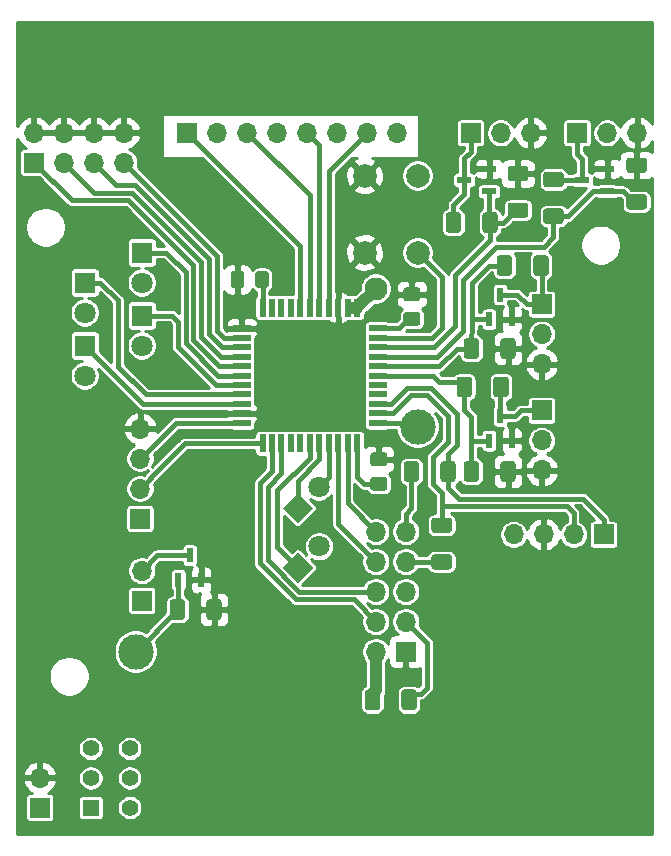
<source format=gbr>
G04 #@! TF.GenerationSoftware,KiCad,Pcbnew,(5.1.9)-1*
G04 #@! TF.CreationDate,2021-03-08T10:33:43+01:00*
G04 #@! TF.ProjectId,FIGS,46494753-2e6b-4696-9361-645f70636258,1x*
G04 #@! TF.SameCoordinates,Original*
G04 #@! TF.FileFunction,Copper,L1,Top*
G04 #@! TF.FilePolarity,Positive*
%FSLAX46Y46*%
G04 Gerber Fmt 4.6, Leading zero omitted, Abs format (unit mm)*
G04 Created by KiCad (PCBNEW (5.1.9)-1) date 2021-03-08 10:33:43*
%MOMM*%
%LPD*%
G01*
G04 APERTURE LIST*
G04 #@! TA.AperFunction,SMDPad,CuDef*
%ADD10C,3.000000*%
G04 #@! TD*
G04 #@! TA.AperFunction,ComponentPad*
%ADD11O,1.700000X1.700000*%
G04 #@! TD*
G04 #@! TA.AperFunction,ComponentPad*
%ADD12R,1.700000X1.700000*%
G04 #@! TD*
G04 #@! TA.AperFunction,ComponentPad*
%ADD13C,1.800000*%
G04 #@! TD*
G04 #@! TA.AperFunction,ComponentPad*
%ADD14C,0.100000*%
G04 #@! TD*
G04 #@! TA.AperFunction,ComponentPad*
%ADD15C,2.000000*%
G04 #@! TD*
G04 #@! TA.AperFunction,SMDPad,CuDef*
%ADD16R,0.600000X1.500000*%
G04 #@! TD*
G04 #@! TA.AperFunction,SMDPad,CuDef*
%ADD17R,1.500000X0.600000*%
G04 #@! TD*
G04 #@! TA.AperFunction,SMDPad,CuDef*
%ADD18R,0.600000X1.250000*%
G04 #@! TD*
G04 #@! TA.AperFunction,SMDPad,CuDef*
%ADD19R,1.250000X0.600000*%
G04 #@! TD*
G04 #@! TA.AperFunction,ComponentPad*
%ADD20C,1.400000*%
G04 #@! TD*
G04 #@! TA.AperFunction,ComponentPad*
%ADD21R,1.400000X1.400000*%
G04 #@! TD*
G04 #@! TA.AperFunction,ComponentPad*
%ADD22R,1.800000X1.800000*%
G04 #@! TD*
G04 #@! TA.AperFunction,ViaPad*
%ADD23C,1.955800*%
G04 #@! TD*
G04 #@! TA.AperFunction,Conductor*
%ADD24C,0.406400*%
G04 #@! TD*
G04 #@! TA.AperFunction,Conductor*
%ADD25C,1.016000*%
G04 #@! TD*
G04 #@! TA.AperFunction,Conductor*
%ADD26C,0.254000*%
G04 #@! TD*
G04 #@! TA.AperFunction,Conductor*
%ADD27C,0.100000*%
G04 #@! TD*
G04 APERTURE END LIST*
D10*
G04 #@! TO.P,TP2,1*
G04 #@! TO.N,/VIBRATION*
X40640000Y-73914000D03*
G04 #@! TD*
G04 #@! TO.P,TP1,1*
G04 #@! TO.N,/VIBRATION*
X64516000Y-54864000D03*
G04 #@! TD*
D11*
G04 #@! TO.P,J2,8*
G04 #@! TO.N,GNDA*
X39624000Y-29972000D03*
G04 #@! TO.P,J2,7*
G04 #@! TO.N,/TIP_SENSOR0*
X39624000Y-32512000D03*
G04 #@! TO.P,J2,6*
G04 #@! TO.N,GNDA*
X37084000Y-29972000D03*
G04 #@! TO.P,J2,5*
G04 #@! TO.N,/TIP_SENSOR1*
X37084000Y-32512000D03*
G04 #@! TO.P,J2,4*
G04 #@! TO.N,GNDA*
X34544000Y-29972000D03*
G04 #@! TO.P,J2,3*
G04 #@! TO.N,/TIP_SENSOR2*
X34544000Y-32512000D03*
G04 #@! TO.P,J2,2*
G04 #@! TO.N,GNDA*
X32004000Y-29972000D03*
D12*
G04 #@! TO.P,J2,1*
G04 #@! TO.N,/TIP_SENSOR3*
X32004000Y-32512000D03*
G04 #@! TD*
D13*
G04 #@! TO.P,D6,2*
G04 #@! TO.N,+3V3*
X56134000Y-59944000D03*
G04 #@! TA.AperFunction,ComponentPad*
D14*
G04 #@! TO.P,D6,1*
G04 #@! TO.N,/STATUS_LED0*
G36*
X54337949Y-63012843D02*
G01*
X53065157Y-61740051D01*
X54337949Y-60467259D01*
X55610741Y-61740051D01*
X54337949Y-63012843D01*
G37*
G04 #@! TD.AperFunction*
G04 #@! TD*
G04 #@! TO.P,C8,2*
G04 #@! TO.N,GNDA*
G04 #@! TA.AperFunction,SMDPad,CuDef*
G36*
G01*
X64483000Y-44254000D02*
X63533000Y-44254000D01*
G75*
G02*
X63283000Y-44004000I0J250000D01*
G01*
X63283000Y-43329000D01*
G75*
G02*
X63533000Y-43079000I250000J0D01*
G01*
X64483000Y-43079000D01*
G75*
G02*
X64733000Y-43329000I0J-250000D01*
G01*
X64733000Y-44004000D01*
G75*
G02*
X64483000Y-44254000I-250000J0D01*
G01*
G37*
G04 #@! TD.AperFunction*
G04 #@! TO.P,C8,1*
G04 #@! TO.N,/VCCD*
G04 #@! TA.AperFunction,SMDPad,CuDef*
G36*
G01*
X64483000Y-46329000D02*
X63533000Y-46329000D01*
G75*
G02*
X63283000Y-46079000I0J250000D01*
G01*
X63283000Y-45404000D01*
G75*
G02*
X63533000Y-45154000I250000J0D01*
G01*
X64483000Y-45154000D01*
G75*
G02*
X64733000Y-45404000I0J-250000D01*
G01*
X64733000Y-46079000D01*
G75*
G02*
X64483000Y-46329000I-250000J0D01*
G01*
G37*
G04 #@! TD.AperFunction*
G04 #@! TD*
D15*
G04 #@! TO.P,SW2,1*
G04 #@! TO.N,/XRES*
X64516000Y-40132000D03*
G04 #@! TO.P,SW2,2*
G04 #@! TO.N,GNDA*
X60016000Y-40132000D03*
G04 #@! TO.P,SW2,1*
G04 #@! TO.N,/XRES*
X64516000Y-33632000D03*
G04 #@! TO.P,SW2,2*
G04 #@! TO.N,GNDA*
X60016000Y-33632000D03*
G04 #@! TD*
D16*
G04 #@! TO.P,IC1,44*
G04 #@! TO.N,/VADC_BYPASS*
X51372000Y-44796000D03*
G04 #@! TO.P,IC1,43*
G04 #@! TO.N,Net-(IC1-Pad43)*
X52172000Y-44796000D03*
G04 #@! TO.P,IC1,42*
G04 #@! TO.N,Net-(IC1-Pad42)*
X52972000Y-44796000D03*
G04 #@! TO.P,IC1,41*
G04 #@! TO.N,Net-(IC1-Pad41)*
X53772000Y-44796000D03*
G04 #@! TO.P,IC1,40*
G04 #@! TO.N,/CAPSENSE3*
X54572000Y-44796000D03*
G04 #@! TO.P,IC1,39*
G04 #@! TO.N,/CAPSENSE2*
X55372000Y-44796000D03*
G04 #@! TO.P,IC1,38*
G04 #@! TO.N,/CAPSENSE1*
X56172000Y-44796000D03*
G04 #@! TO.P,IC1,37*
G04 #@! TO.N,/CAPSENSE0*
X56972000Y-44796000D03*
G04 #@! TO.P,IC1,36*
G04 #@! TO.N,GNDA*
X57772000Y-44796000D03*
G04 #@! TO.P,IC1,35*
G04 #@! TO.N,+3V3*
X58572000Y-44796000D03*
G04 #@! TO.P,IC1,34*
X59372000Y-44796000D03*
D17*
G04 #@! TO.P,IC1,33*
G04 #@! TO.N,/VCCD*
X61122000Y-46546000D03*
G04 #@! TO.P,IC1,32*
G04 #@! TO.N,/XRES*
X61122000Y-47346000D03*
G04 #@! TO.P,IC1,31*
G04 #@! TO.N,/SERVOS_OUT3*
X61122000Y-48146000D03*
G04 #@! TO.P,IC1,30*
G04 #@! TO.N,/SERVOS_OUT2*
X61122000Y-48946000D03*
G04 #@! TO.P,IC1,29*
G04 #@! TO.N,/SERVOS_OUT1*
X61122000Y-49746000D03*
G04 #@! TO.P,IC1,28*
G04 #@! TO.N,/SERVOS_OUT0*
X61122000Y-50546000D03*
G04 #@! TO.P,IC1,27*
G04 #@! TO.N,Net-(IC1-Pad27)*
X61122000Y-51346000D03*
G04 #@! TO.P,IC1,26*
G04 #@! TO.N,Net-(IC1-Pad26)*
X61122000Y-52146000D03*
G04 #@! TO.P,IC1,25*
G04 #@! TO.N,/BT_UART_RX*
X61122000Y-52946000D03*
G04 #@! TO.P,IC1,24*
G04 #@! TO.N,/BT_UART_TX*
X61122000Y-53746000D03*
G04 #@! TO.P,IC1,23*
G04 #@! TO.N,/VIBRATION*
X61122000Y-54546000D03*
D16*
G04 #@! TO.P,IC1,22*
G04 #@! TO.N,/CAPSENS_CMOD*
X59372000Y-56296000D03*
G04 #@! TO.P,IC1,21*
G04 #@! TO.N,/TUNER_SDA*
X58572000Y-56296000D03*
G04 #@! TO.P,IC1,20*
G04 #@! TO.N,/TUNER_SCL*
X57772000Y-56296000D03*
G04 #@! TO.P,IC1,19*
G04 #@! TO.N,+3V3*
X56972000Y-56296000D03*
G04 #@! TO.P,IC1,18*
G04 #@! TO.N,/STATUS_LED0*
X56172000Y-56296000D03*
G04 #@! TO.P,IC1,17*
G04 #@! TO.N,/STATUS_LED1*
X55372000Y-56296000D03*
G04 #@! TO.P,IC1,16*
G04 #@! TO.N,Net-(IC1-Pad16)*
X54572000Y-56296000D03*
G04 #@! TO.P,IC1,15*
G04 #@! TO.N,Net-(IC1-Pad15)*
X53772000Y-56296000D03*
G04 #@! TO.P,IC1,14*
G04 #@! TO.N,/SWD_CLK*
X52972000Y-56296000D03*
G04 #@! TO.P,IC1,13*
G04 #@! TO.N,/SWD_IO*
X52172000Y-56296000D03*
G04 #@! TO.P,IC1,12*
G04 #@! TO.N,/IMU_SDA*
X51372000Y-56296000D03*
D17*
G04 #@! TO.P,IC1,11*
G04 #@! TO.N,/IMU_SCL*
X49622000Y-54546000D03*
G04 #@! TO.P,IC1,10*
G04 #@! TO.N,GNDA*
X49622000Y-53746000D03*
G04 #@! TO.P,IC1,9*
G04 #@! TO.N,/SERVOS_LED3*
X49622000Y-52946000D03*
G04 #@! TO.P,IC1,8*
G04 #@! TO.N,/SERVOS_LED2*
X49622000Y-52146000D03*
G04 #@! TO.P,IC1,7*
G04 #@! TO.N,/SERVOS_LED1*
X49622000Y-51346000D03*
G04 #@! TO.P,IC1,6*
G04 #@! TO.N,/SERVOS_LED0*
X49622000Y-50546000D03*
G04 #@! TO.P,IC1,5*
G04 #@! TO.N,/TIP_SENSOR3*
X49622000Y-49746000D03*
G04 #@! TO.P,IC1,4*
G04 #@! TO.N,/TIP_SENSOR2*
X49622000Y-48946000D03*
G04 #@! TO.P,IC1,3*
G04 #@! TO.N,/TIP_SENSOR1*
X49622000Y-48146000D03*
G04 #@! TO.P,IC1,2*
G04 #@! TO.N,/TIP_SENSOR0*
X49622000Y-47346000D03*
G04 #@! TO.P,IC1,1*
G04 #@! TO.N,GNDA*
X49622000Y-46546000D03*
G04 #@! TD*
D11*
G04 #@! TO.P,J3,4*
G04 #@! TO.N,+3V3*
X72630000Y-64000000D03*
G04 #@! TO.P,J3,3*
G04 #@! TO.N,GNDA*
X75170000Y-64000000D03*
G04 #@! TO.P,J3,2*
G04 #@! TO.N,/BT_UART_TX*
X77710000Y-64000000D03*
D12*
G04 #@! TO.P,J3,1*
G04 #@! TO.N,/BT_UART_RX*
X80250000Y-64000000D03*
G04 #@! TD*
D18*
G04 #@! TO.P,Q5,3*
G04 #@! TO.N,Net-(D7-Pad2)*
X45212000Y-65752000D03*
G04 #@! TO.P,Q5,2*
G04 #@! TO.N,GNDA*
X46167000Y-67852000D03*
G04 #@! TO.P,Q5,1*
G04 #@! TO.N,/VIBRATION*
X44257000Y-67852000D03*
G04 #@! TD*
G04 #@! TO.P,Q4,3*
G04 #@! TO.N,/CTRLS1*
X71508000Y-43688000D03*
G04 #@! TO.P,Q4,2*
G04 #@! TO.N,GNDA*
X72463000Y-45788000D03*
G04 #@! TO.P,Q4,1*
G04 #@! TO.N,/SERVOS_OUT1*
X70553000Y-45788000D03*
G04 #@! TD*
D19*
G04 #@! TO.P,Q3,3*
G04 #@! TO.N,/CTRLS3*
X68450000Y-34000000D03*
G04 #@! TO.P,Q3,2*
G04 #@! TO.N,GNDA*
X70550000Y-33045000D03*
G04 #@! TO.P,Q3,1*
G04 #@! TO.N,/SERVOS_OUT3*
X70550000Y-34955000D03*
G04 #@! TD*
D18*
G04 #@! TO.P,Q2,3*
G04 #@! TO.N,/CTRLS0*
X71508000Y-53958000D03*
G04 #@! TO.P,Q2,2*
G04 #@! TO.N,GNDA*
X72463000Y-56058000D03*
G04 #@! TO.P,Q2,1*
G04 #@! TO.N,/SERVOS_OUT0*
X70553000Y-56058000D03*
G04 #@! TD*
D19*
G04 #@! TO.P,Q1,3*
G04 #@! TO.N,/CTRLS2*
X78450000Y-34000000D03*
G04 #@! TO.P,Q1,2*
G04 #@! TO.N,GNDA*
X80550000Y-33045000D03*
G04 #@! TO.P,Q1,1*
G04 #@! TO.N,/SERVOS_OUT2*
X80550000Y-34955000D03*
G04 #@! TD*
G04 #@! TO.P,C9,2*
G04 #@! TO.N,GNDA*
G04 #@! TA.AperFunction,SMDPad,CuDef*
G36*
G01*
X49842000Y-41943000D02*
X49842000Y-42893000D01*
G75*
G02*
X49592000Y-43143000I-250000J0D01*
G01*
X48917000Y-43143000D01*
G75*
G02*
X48667000Y-42893000I0J250000D01*
G01*
X48667000Y-41943000D01*
G75*
G02*
X48917000Y-41693000I250000J0D01*
G01*
X49592000Y-41693000D01*
G75*
G02*
X49842000Y-41943000I0J-250000D01*
G01*
G37*
G04 #@! TD.AperFunction*
G04 #@! TO.P,C9,1*
G04 #@! TO.N,/VADC_BYPASS*
G04 #@! TA.AperFunction,SMDPad,CuDef*
G36*
G01*
X51917000Y-41943000D02*
X51917000Y-42893000D01*
G75*
G02*
X51667000Y-43143000I-250000J0D01*
G01*
X50992000Y-43143000D01*
G75*
G02*
X50742000Y-42893000I0J250000D01*
G01*
X50742000Y-41943000D01*
G75*
G02*
X50992000Y-41693000I250000J0D01*
G01*
X51667000Y-41693000D01*
G75*
G02*
X51917000Y-41943000I0J-250000D01*
G01*
G37*
G04 #@! TD.AperFunction*
G04 #@! TD*
D11*
G04 #@! TO.P,J8,10*
G04 #@! TO.N,/TUNER_SDA*
X60960000Y-63754000D03*
G04 #@! TO.P,J8,9*
G04 #@! TO.N,/KP_RX*
X63500000Y-63754000D03*
G04 #@! TO.P,J8,8*
G04 #@! TO.N,/TUNER_SCL*
X60960000Y-66294000D03*
G04 #@! TO.P,J8,7*
G04 #@! TO.N,/KP_TX*
X63500000Y-66294000D03*
G04 #@! TO.P,J8,6*
G04 #@! TO.N,/SWD_CLK*
X60960000Y-68834000D03*
G04 #@! TO.P,J8,5*
G04 #@! TO.N,Net-(J8-Pad5)*
X63500000Y-68834000D03*
G04 #@! TO.P,J8,4*
G04 #@! TO.N,/SWD_IO*
X60960000Y-71374000D03*
G04 #@! TO.P,J8,3*
G04 #@! TO.N,/XRES*
X63500000Y-71374000D03*
G04 #@! TO.P,J8,2*
G04 #@! TO.N,+3V3*
X60960000Y-73914000D03*
D12*
G04 #@! TO.P,J8,1*
G04 #@! TO.N,GNDA*
X63500000Y-73914000D03*
G04 #@! TD*
D11*
G04 #@! TO.P,J10,2*
G04 #@! TO.N,Net-(D7-Pad2)*
X41148000Y-67056000D03*
D12*
G04 #@! TO.P,J10,1*
G04 #@! TO.N,+3V3*
X41148000Y-69596000D03*
G04 #@! TD*
D11*
G04 #@! TO.P,J9,3*
G04 #@! TO.N,GNDA*
X74080000Y-30000000D03*
G04 #@! TO.P,J9,2*
G04 #@! TO.N,+BATT*
X71540000Y-30000000D03*
D12*
G04 #@! TO.P,J9,1*
G04 #@! TO.N,/CTRLS3*
X69000000Y-30000000D03*
G04 #@! TD*
D11*
G04 #@! TO.P,J7,3*
G04 #@! TO.N,GNDA*
X83080000Y-30000000D03*
G04 #@! TO.P,J7,2*
G04 #@! TO.N,+BATT*
X80540000Y-30000000D03*
D12*
G04 #@! TO.P,J7,1*
G04 #@! TO.N,/CTRLS2*
X78000000Y-30000000D03*
G04 #@! TD*
D11*
G04 #@! TO.P,J6,3*
G04 #@! TO.N,GNDA*
X75000000Y-49580000D03*
G04 #@! TO.P,J6,2*
G04 #@! TO.N,+BATT*
X75000000Y-47040000D03*
D12*
G04 #@! TO.P,J6,1*
G04 #@! TO.N,/CTRLS1*
X75000000Y-44500000D03*
G04 #@! TD*
D11*
G04 #@! TO.P,J5,3*
G04 #@! TO.N,GNDA*
X75000000Y-58580000D03*
G04 #@! TO.P,J5,2*
G04 #@! TO.N,+BATT*
X75000000Y-56040000D03*
D12*
G04 #@! TO.P,J5,1*
G04 #@! TO.N,/CTRLS0*
X75000000Y-53500000D03*
G04 #@! TD*
D11*
G04 #@! TO.P,J4,4*
G04 #@! TO.N,GNDA*
X41000000Y-55032000D03*
G04 #@! TO.P,J4,3*
G04 #@! TO.N,/IMU_SCL*
X41000000Y-57572000D03*
G04 #@! TO.P,J4,2*
G04 #@! TO.N,/IMU_SDA*
X41000000Y-60112000D03*
D12*
G04 #@! TO.P,J4,1*
G04 #@! TO.N,+3V3*
X41000000Y-62652000D03*
G04 #@! TD*
D11*
G04 #@! TO.P,J1,8*
G04 #@! TO.N,GNDA*
X62780000Y-30000000D03*
G04 #@! TO.P,J1,7*
G04 #@! TO.N,/CAPSENSE0*
X60240000Y-30000000D03*
G04 #@! TO.P,J1,6*
G04 #@! TO.N,GNDA*
X57700000Y-30000000D03*
G04 #@! TO.P,J1,5*
G04 #@! TO.N,/CAPSENSE1*
X55160000Y-30000000D03*
G04 #@! TO.P,J1,4*
G04 #@! TO.N,GNDA*
X52620000Y-30000000D03*
G04 #@! TO.P,J1,3*
G04 #@! TO.N,/CAPSENSE2*
X50080000Y-30000000D03*
G04 #@! TO.P,J1,2*
G04 #@! TO.N,GNDA*
X47540000Y-30000000D03*
D12*
G04 #@! TO.P,J1,1*
G04 #@! TO.N,/CAPSENSE3*
X45000000Y-30000000D03*
G04 #@! TD*
D20*
G04 #@! TO.P,SW1,6*
G04 #@! TO.N,N/C*
X40130000Y-82122000D03*
G04 #@! TO.P,SW1,5*
X40130000Y-84622000D03*
G04 #@! TO.P,SW1,4*
X40130000Y-87122000D03*
G04 #@! TO.P,SW1,3*
X36830000Y-82122000D03*
G04 #@! TO.P,SW1,2*
G04 #@! TO.N,+BATT*
X36830000Y-84622000D03*
D21*
G04 #@! TO.P,SW1,1*
G04 #@! TO.N,Net-(BT1-Pad1)*
X36830000Y-87122000D03*
G04 #@! TD*
G04 #@! TO.P,R28,2*
G04 #@! TO.N,/VIBRATION*
G04 #@! TA.AperFunction,SMDPad,CuDef*
G36*
G01*
X44820000Y-69732999D02*
X44820000Y-70983001D01*
G75*
G02*
X44570001Y-71233000I-249999J0D01*
G01*
X43769999Y-71233000D01*
G75*
G02*
X43520000Y-70983001I0J249999D01*
G01*
X43520000Y-69732999D01*
G75*
G02*
X43769999Y-69483000I249999J0D01*
G01*
X44570001Y-69483000D01*
G75*
G02*
X44820000Y-69732999I0J-249999D01*
G01*
G37*
G04 #@! TD.AperFunction*
G04 #@! TO.P,R28,1*
G04 #@! TO.N,GNDA*
G04 #@! TA.AperFunction,SMDPad,CuDef*
G36*
G01*
X47920000Y-69732999D02*
X47920000Y-70983001D01*
G75*
G02*
X47670001Y-71233000I-249999J0D01*
G01*
X46869999Y-71233000D01*
G75*
G02*
X46620000Y-70983001I0J249999D01*
G01*
X46620000Y-69732999D01*
G75*
G02*
X46869999Y-69483000I249999J0D01*
G01*
X47670001Y-69483000D01*
G75*
G02*
X47920000Y-69732999I0J-249999D01*
G01*
G37*
G04 #@! TD.AperFunction*
G04 #@! TD*
G04 #@! TO.P,R27,2*
G04 #@! TO.N,/CTRLS1*
G04 #@! TA.AperFunction,SMDPad,CuDef*
G36*
G01*
X74306000Y-41863001D02*
X74306000Y-40612999D01*
G75*
G02*
X74555999Y-40363000I249999J0D01*
G01*
X75356001Y-40363000D01*
G75*
G02*
X75606000Y-40612999I0J-249999D01*
G01*
X75606000Y-41863001D01*
G75*
G02*
X75356001Y-42113000I-249999J0D01*
G01*
X74555999Y-42113000D01*
G75*
G02*
X74306000Y-41863001I0J249999D01*
G01*
G37*
G04 #@! TD.AperFunction*
G04 #@! TO.P,R27,1*
G04 #@! TO.N,/SERVOS_OUT1*
G04 #@! TA.AperFunction,SMDPad,CuDef*
G36*
G01*
X71206000Y-41863001D02*
X71206000Y-40612999D01*
G75*
G02*
X71455999Y-40363000I249999J0D01*
G01*
X72256001Y-40363000D01*
G75*
G02*
X72506000Y-40612999I0J-249999D01*
G01*
X72506000Y-41863001D01*
G75*
G02*
X72256001Y-42113000I-249999J0D01*
G01*
X71455999Y-42113000D01*
G75*
G02*
X71206000Y-41863001I0J249999D01*
G01*
G37*
G04 #@! TD.AperFunction*
G04 #@! TD*
G04 #@! TO.P,R25,2*
G04 #@! TO.N,/CTRLS3*
G04 #@! TA.AperFunction,SMDPad,CuDef*
G36*
G01*
X68188000Y-36966999D02*
X68188000Y-38217001D01*
G75*
G02*
X67938001Y-38467000I-249999J0D01*
G01*
X67137999Y-38467000D01*
G75*
G02*
X66888000Y-38217001I0J249999D01*
G01*
X66888000Y-36966999D01*
G75*
G02*
X67137999Y-36717000I249999J0D01*
G01*
X67938001Y-36717000D01*
G75*
G02*
X68188000Y-36966999I0J-249999D01*
G01*
G37*
G04 #@! TD.AperFunction*
G04 #@! TO.P,R25,1*
G04 #@! TO.N,/SERVOS_OUT3*
G04 #@! TA.AperFunction,SMDPad,CuDef*
G36*
G01*
X71288000Y-36966999D02*
X71288000Y-38217001D01*
G75*
G02*
X71038001Y-38467000I-249999J0D01*
G01*
X70237999Y-38467000D01*
G75*
G02*
X69988000Y-38217001I0J249999D01*
G01*
X69988000Y-36966999D01*
G75*
G02*
X70237999Y-36717000I249999J0D01*
G01*
X71038001Y-36717000D01*
G75*
G02*
X71288000Y-36966999I0J-249999D01*
G01*
G37*
G04 #@! TD.AperFunction*
G04 #@! TD*
G04 #@! TO.P,R23,2*
G04 #@! TO.N,/SERVOS_OUT1*
G04 #@! TA.AperFunction,SMDPad,CuDef*
G36*
G01*
X69712000Y-47634999D02*
X69712000Y-48885001D01*
G75*
G02*
X69462001Y-49135000I-249999J0D01*
G01*
X68661999Y-49135000D01*
G75*
G02*
X68412000Y-48885001I0J249999D01*
G01*
X68412000Y-47634999D01*
G75*
G02*
X68661999Y-47385000I249999J0D01*
G01*
X69462001Y-47385000D01*
G75*
G02*
X69712000Y-47634999I0J-249999D01*
G01*
G37*
G04 #@! TD.AperFunction*
G04 #@! TO.P,R23,1*
G04 #@! TO.N,GNDA*
G04 #@! TA.AperFunction,SMDPad,CuDef*
G36*
G01*
X72812000Y-47634999D02*
X72812000Y-48885001D01*
G75*
G02*
X72562001Y-49135000I-249999J0D01*
G01*
X71761999Y-49135000D01*
G75*
G02*
X71512000Y-48885001I0J249999D01*
G01*
X71512000Y-47634999D01*
G75*
G02*
X71761999Y-47385000I249999J0D01*
G01*
X72562001Y-47385000D01*
G75*
G02*
X72812000Y-47634999I0J-249999D01*
G01*
G37*
G04 #@! TD.AperFunction*
G04 #@! TD*
G04 #@! TO.P,R22,2*
G04 #@! TO.N,/SERVOS_OUT3*
G04 #@! TA.AperFunction,SMDPad,CuDef*
G36*
G01*
X72374999Y-35900000D02*
X73625001Y-35900000D01*
G75*
G02*
X73875000Y-36149999I0J-249999D01*
G01*
X73875000Y-36950001D01*
G75*
G02*
X73625001Y-37200000I-249999J0D01*
G01*
X72374999Y-37200000D01*
G75*
G02*
X72125000Y-36950001I0J249999D01*
G01*
X72125000Y-36149999D01*
G75*
G02*
X72374999Y-35900000I249999J0D01*
G01*
G37*
G04 #@! TD.AperFunction*
G04 #@! TO.P,R22,1*
G04 #@! TO.N,GNDA*
G04 #@! TA.AperFunction,SMDPad,CuDef*
G36*
G01*
X72374999Y-32800000D02*
X73625001Y-32800000D01*
G75*
G02*
X73875000Y-33049999I0J-249999D01*
G01*
X73875000Y-33850001D01*
G75*
G02*
X73625001Y-34100000I-249999J0D01*
G01*
X72374999Y-34100000D01*
G75*
G02*
X72125000Y-33850001I0J249999D01*
G01*
X72125000Y-33049999D01*
G75*
G02*
X72374999Y-32800000I249999J0D01*
G01*
G37*
G04 #@! TD.AperFunction*
G04 #@! TD*
G04 #@! TO.P,R21,2*
G04 #@! TO.N,/CTRLS0*
G04 #@! TA.AperFunction,SMDPad,CuDef*
G36*
G01*
X70908000Y-52133001D02*
X70908000Y-50882999D01*
G75*
G02*
X71157999Y-50633000I249999J0D01*
G01*
X71958001Y-50633000D01*
G75*
G02*
X72208000Y-50882999I0J-249999D01*
G01*
X72208000Y-52133001D01*
G75*
G02*
X71958001Y-52383000I-249999J0D01*
G01*
X71157999Y-52383000D01*
G75*
G02*
X70908000Y-52133001I0J249999D01*
G01*
G37*
G04 #@! TD.AperFunction*
G04 #@! TO.P,R21,1*
G04 #@! TO.N,/SERVOS_OUT0*
G04 #@! TA.AperFunction,SMDPad,CuDef*
G36*
G01*
X67808000Y-52133001D02*
X67808000Y-50882999D01*
G75*
G02*
X68057999Y-50633000I249999J0D01*
G01*
X68858001Y-50633000D01*
G75*
G02*
X69108000Y-50882999I0J-249999D01*
G01*
X69108000Y-52133001D01*
G75*
G02*
X68858001Y-52383000I-249999J0D01*
G01*
X68057999Y-52383000D01*
G75*
G02*
X67808000Y-52133001I0J249999D01*
G01*
G37*
G04 #@! TD.AperFunction*
G04 #@! TD*
G04 #@! TO.P,R19,2*
G04 #@! TO.N,/CTRLS2*
G04 #@! TA.AperFunction,SMDPad,CuDef*
G36*
G01*
X76625001Y-34600000D02*
X75374999Y-34600000D01*
G75*
G02*
X75125000Y-34350001I0J249999D01*
G01*
X75125000Y-33549999D01*
G75*
G02*
X75374999Y-33300000I249999J0D01*
G01*
X76625001Y-33300000D01*
G75*
G02*
X76875000Y-33549999I0J-249999D01*
G01*
X76875000Y-34350001D01*
G75*
G02*
X76625001Y-34600000I-249999J0D01*
G01*
G37*
G04 #@! TD.AperFunction*
G04 #@! TO.P,R19,1*
G04 #@! TO.N,/SERVOS_OUT2*
G04 #@! TA.AperFunction,SMDPad,CuDef*
G36*
G01*
X76625001Y-37700000D02*
X75374999Y-37700000D01*
G75*
G02*
X75125000Y-37450001I0J249999D01*
G01*
X75125000Y-36649999D01*
G75*
G02*
X75374999Y-36400000I249999J0D01*
G01*
X76625001Y-36400000D01*
G75*
G02*
X76875000Y-36649999I0J-249999D01*
G01*
X76875000Y-37450001D01*
G75*
G02*
X76625001Y-37700000I-249999J0D01*
G01*
G37*
G04 #@! TD.AperFunction*
G04 #@! TD*
G04 #@! TO.P,R17,2*
G04 #@! TO.N,/SERVOS_OUT0*
G04 #@! TA.AperFunction,SMDPad,CuDef*
G36*
G01*
X69712000Y-58048999D02*
X69712000Y-59299001D01*
G75*
G02*
X69462001Y-59549000I-249999J0D01*
G01*
X68661999Y-59549000D01*
G75*
G02*
X68412000Y-59299001I0J249999D01*
G01*
X68412000Y-58048999D01*
G75*
G02*
X68661999Y-57799000I249999J0D01*
G01*
X69462001Y-57799000D01*
G75*
G02*
X69712000Y-58048999I0J-249999D01*
G01*
G37*
G04 #@! TD.AperFunction*
G04 #@! TO.P,R17,1*
G04 #@! TO.N,GNDA*
G04 #@! TA.AperFunction,SMDPad,CuDef*
G36*
G01*
X72812000Y-58048999D02*
X72812000Y-59299001D01*
G75*
G02*
X72562001Y-59549000I-249999J0D01*
G01*
X71761999Y-59549000D01*
G75*
G02*
X71512000Y-59299001I0J249999D01*
G01*
X71512000Y-58048999D01*
G75*
G02*
X71761999Y-57799000I249999J0D01*
G01*
X72562001Y-57799000D01*
G75*
G02*
X72812000Y-58048999I0J-249999D01*
G01*
G37*
G04 #@! TD.AperFunction*
G04 #@! TD*
G04 #@! TO.P,R16,2*
G04 #@! TO.N,/SERVOS_OUT2*
G04 #@! TA.AperFunction,SMDPad,CuDef*
G36*
G01*
X82432999Y-35190000D02*
X83683001Y-35190000D01*
G75*
G02*
X83933000Y-35439999I0J-249999D01*
G01*
X83933000Y-36240001D01*
G75*
G02*
X83683001Y-36490000I-249999J0D01*
G01*
X82432999Y-36490000D01*
G75*
G02*
X82183000Y-36240001I0J249999D01*
G01*
X82183000Y-35439999D01*
G75*
G02*
X82432999Y-35190000I249999J0D01*
G01*
G37*
G04 #@! TD.AperFunction*
G04 #@! TO.P,R16,1*
G04 #@! TO.N,GNDA*
G04 #@! TA.AperFunction,SMDPad,CuDef*
G36*
G01*
X82432999Y-32090000D02*
X83683001Y-32090000D01*
G75*
G02*
X83933000Y-32339999I0J-249999D01*
G01*
X83933000Y-33140001D01*
G75*
G02*
X83683001Y-33390000I-249999J0D01*
G01*
X82432999Y-33390000D01*
G75*
G02*
X82183000Y-33140001I0J249999D01*
G01*
X82183000Y-32339999D01*
G75*
G02*
X82432999Y-32090000I249999J0D01*
G01*
G37*
G04 #@! TD.AperFunction*
G04 #@! TD*
G04 #@! TO.P,R15,2*
G04 #@! TO.N,+3V3*
G04 #@! TA.AperFunction,SMDPad,CuDef*
G36*
G01*
X61330000Y-77374999D02*
X61330000Y-78625001D01*
G75*
G02*
X61080001Y-78875000I-249999J0D01*
G01*
X60279999Y-78875000D01*
G75*
G02*
X60030000Y-78625001I0J249999D01*
G01*
X60030000Y-77374999D01*
G75*
G02*
X60279999Y-77125000I249999J0D01*
G01*
X61080001Y-77125000D01*
G75*
G02*
X61330000Y-77374999I0J-249999D01*
G01*
G37*
G04 #@! TD.AperFunction*
G04 #@! TO.P,R15,1*
G04 #@! TO.N,/XRES*
G04 #@! TA.AperFunction,SMDPad,CuDef*
G36*
G01*
X64430000Y-77374999D02*
X64430000Y-78625001D01*
G75*
G02*
X64180001Y-78875000I-249999J0D01*
G01*
X63379999Y-78875000D01*
G75*
G02*
X63130000Y-78625001I0J249999D01*
G01*
X63130000Y-77374999D01*
G75*
G02*
X63379999Y-77125000I249999J0D01*
G01*
X64180001Y-77125000D01*
G75*
G02*
X64430000Y-77374999I0J-249999D01*
G01*
G37*
G04 #@! TD.AperFunction*
G04 #@! TD*
G04 #@! TO.P,R13,2*
G04 #@! TO.N,/BT_UART_TX*
G04 #@! TA.AperFunction,SMDPad,CuDef*
G36*
G01*
X67173001Y-63870000D02*
X65922999Y-63870000D01*
G75*
G02*
X65673000Y-63620001I0J249999D01*
G01*
X65673000Y-62819999D01*
G75*
G02*
X65922999Y-62570000I249999J0D01*
G01*
X67173001Y-62570000D01*
G75*
G02*
X67423000Y-62819999I0J-249999D01*
G01*
X67423000Y-63620001D01*
G75*
G02*
X67173001Y-63870000I-249999J0D01*
G01*
G37*
G04 #@! TD.AperFunction*
G04 #@! TO.P,R13,1*
G04 #@! TO.N,/KP_TX*
G04 #@! TA.AperFunction,SMDPad,CuDef*
G36*
G01*
X67173001Y-66970000D02*
X65922999Y-66970000D01*
G75*
G02*
X65673000Y-66720001I0J249999D01*
G01*
X65673000Y-65919999D01*
G75*
G02*
X65922999Y-65670000I249999J0D01*
G01*
X67173001Y-65670000D01*
G75*
G02*
X67423000Y-65919999I0J-249999D01*
G01*
X67423000Y-66720001D01*
G75*
G02*
X67173001Y-66970000I-249999J0D01*
G01*
G37*
G04 #@! TD.AperFunction*
G04 #@! TD*
G04 #@! TO.P,R12,2*
G04 #@! TO.N,/KP_RX*
G04 #@! TA.AperFunction,SMDPad,CuDef*
G36*
G01*
X64632000Y-58048999D02*
X64632000Y-59299001D01*
G75*
G02*
X64382001Y-59549000I-249999J0D01*
G01*
X63581999Y-59549000D01*
G75*
G02*
X63332000Y-59299001I0J249999D01*
G01*
X63332000Y-58048999D01*
G75*
G02*
X63581999Y-57799000I249999J0D01*
G01*
X64382001Y-57799000D01*
G75*
G02*
X64632000Y-58048999I0J-249999D01*
G01*
G37*
G04 #@! TD.AperFunction*
G04 #@! TO.P,R12,1*
G04 #@! TO.N,/BT_UART_RX*
G04 #@! TA.AperFunction,SMDPad,CuDef*
G36*
G01*
X67732000Y-58048999D02*
X67732000Y-59299001D01*
G75*
G02*
X67482001Y-59549000I-249999J0D01*
G01*
X66681999Y-59549000D01*
G75*
G02*
X66432000Y-59299001I0J249999D01*
G01*
X66432000Y-58048999D01*
G75*
G02*
X66681999Y-57799000I249999J0D01*
G01*
X67482001Y-57799000D01*
G75*
G02*
X67732000Y-58048999I0J-249999D01*
G01*
G37*
G04 #@! TD.AperFunction*
G04 #@! TD*
D13*
G04 #@! TO.P,D5,2*
G04 #@! TO.N,+3V3*
X56152051Y-65005949D03*
G04 #@! TA.AperFunction,ComponentPad*
D14*
G04 #@! TO.P,D5,1*
G04 #@! TO.N,/STATUS_LED1*
G36*
X54356000Y-68074792D02*
G01*
X53083208Y-66802000D01*
X54356000Y-65529208D01*
X55628792Y-66802000D01*
X54356000Y-68074792D01*
G37*
G04 #@! TD.AperFunction*
G04 #@! TD*
D13*
G04 #@! TO.P,D4,2*
G04 #@! TO.N,+3V3*
X41148000Y-42672000D03*
D22*
G04 #@! TO.P,D4,1*
G04 #@! TO.N,/SERVOS_LED0*
X41148000Y-40132000D03*
G04 #@! TD*
D13*
G04 #@! TO.P,D3,2*
G04 #@! TO.N,+3V3*
X41148000Y-48006000D03*
D22*
G04 #@! TO.P,D3,1*
G04 #@! TO.N,/SERVOS_LED1*
X41148000Y-45466000D03*
G04 #@! TD*
D13*
G04 #@! TO.P,D2,2*
G04 #@! TO.N,+3V3*
X36322000Y-45212000D03*
D22*
G04 #@! TO.P,D2,1*
G04 #@! TO.N,/SERVOS_LED2*
X36322000Y-42672000D03*
G04 #@! TD*
D13*
G04 #@! TO.P,D1,2*
G04 #@! TO.N,+3V3*
X36322000Y-50546000D03*
D22*
G04 #@! TO.P,D1,1*
G04 #@! TO.N,/SERVOS_LED3*
X36322000Y-48006000D03*
G04 #@! TD*
G04 #@! TO.P,C10,2*
G04 #@! TO.N,GNDA*
G04 #@! TA.AperFunction,SMDPad,CuDef*
G36*
G01*
X61689000Y-58224000D02*
X60739000Y-58224000D01*
G75*
G02*
X60489000Y-57974000I0J250000D01*
G01*
X60489000Y-57299000D01*
G75*
G02*
X60739000Y-57049000I250000J0D01*
G01*
X61689000Y-57049000D01*
G75*
G02*
X61939000Y-57299000I0J-250000D01*
G01*
X61939000Y-57974000D01*
G75*
G02*
X61689000Y-58224000I-250000J0D01*
G01*
G37*
G04 #@! TD.AperFunction*
G04 #@! TO.P,C10,1*
G04 #@! TO.N,/CAPSENS_CMOD*
G04 #@! TA.AperFunction,SMDPad,CuDef*
G36*
G01*
X61689000Y-60299000D02*
X60739000Y-60299000D01*
G75*
G02*
X60489000Y-60049000I0J250000D01*
G01*
X60489000Y-59374000D01*
G75*
G02*
X60739000Y-59124000I250000J0D01*
G01*
X61689000Y-59124000D01*
G75*
G02*
X61939000Y-59374000I0J-250000D01*
G01*
X61939000Y-60049000D01*
G75*
G02*
X61689000Y-60299000I-250000J0D01*
G01*
G37*
G04 #@! TD.AperFunction*
G04 #@! TD*
D11*
G04 #@! TO.P,BT1,2*
G04 #@! TO.N,GNDA*
X32512000Y-84582000D03*
D12*
G04 #@! TO.P,BT1,1*
G04 #@! TO.N,Net-(BT1-Pad1)*
X32512000Y-87122000D03*
G04 #@! TD*
D23*
G04 #@! TO.N,+3V3*
X60960000Y-43180000D03*
G04 #@! TD*
D24*
G04 #@! TO.N,GNDA*
X57772000Y-44796000D02*
X57772000Y-43320000D01*
X57772000Y-42376000D02*
X57772000Y-43320000D01*
X60016000Y-40132000D02*
X57772000Y-42376000D01*
D25*
G04 #@! TO.N,+3V3*
X59372000Y-44796000D02*
X59372000Y-44768000D01*
X59372000Y-44768000D02*
X60960000Y-43180000D01*
D24*
X56972000Y-59106000D02*
X56972000Y-56296000D01*
X56134000Y-59944000D02*
X56972000Y-59106000D01*
D25*
X60960000Y-77190000D02*
X60680000Y-77470000D01*
X60960000Y-73914000D02*
X60960000Y-77190000D01*
X59372000Y-44796000D02*
X58834001Y-44796000D01*
D24*
G04 #@! TO.N,/VCCD*
X62949500Y-46546000D02*
X63754000Y-45741500D01*
X61122000Y-46546000D02*
X62949500Y-46546000D01*
G04 #@! TO.N,/VADC_BYPASS*
X51372000Y-42460500D02*
X51329500Y-42418000D01*
X51372000Y-44796000D02*
X51372000Y-42460500D01*
G04 #@! TO.N,/CAPSENS_CMOD*
X59372000Y-56296000D02*
X59372000Y-57615500D01*
X61214000Y-59711500D02*
X59965500Y-59711500D01*
X59372000Y-59118000D02*
X59372000Y-57615500D01*
X59965500Y-59711500D02*
X59372000Y-59118000D01*
G04 #@! TO.N,/SERVOS_LED3*
X49622000Y-52946000D02*
X41262000Y-52946000D01*
X41262000Y-52946000D02*
X36322000Y-48006000D01*
G04 #@! TO.N,/SERVOS_LED2*
X41478000Y-52146000D02*
X49622000Y-52146000D01*
X39116000Y-44159600D02*
X39116000Y-49784000D01*
X39116000Y-49784000D02*
X41478000Y-52146000D01*
X36322000Y-42672000D02*
X37628400Y-42672000D01*
X37628400Y-42672000D02*
X39116000Y-44159600D01*
G04 #@! TO.N,/SERVOS_LED1*
X44195952Y-45973952D02*
X44195953Y-48103751D01*
X41148000Y-45466000D02*
X43688000Y-45466000D01*
X43688000Y-45466000D02*
X44195952Y-45973952D01*
X47438202Y-51346000D02*
X49622000Y-51346000D01*
X44195953Y-48103751D02*
X47438202Y-51346000D01*
G04 #@! TO.N,/SERVOS_LED0*
X47572161Y-50546000D02*
X49622000Y-50546000D01*
X44856362Y-47830200D02*
X47572161Y-50546000D01*
X41148000Y-40132000D02*
X43180000Y-40132000D01*
X44856362Y-41808362D02*
X44856362Y-47830200D01*
X43180000Y-40132000D02*
X44856362Y-41808362D01*
G04 #@! TO.N,/STATUS_LED1*
X55372000Y-56296000D02*
X55372000Y-57486040D01*
X53719604Y-66165604D02*
X54356000Y-66802000D01*
X52607947Y-60250093D02*
X52607947Y-65053947D01*
X52607947Y-65053947D02*
X53719604Y-66165604D01*
X55372000Y-57486040D02*
X52607947Y-60250093D01*
G04 #@! TO.N,/STATUS_LED0*
X56172000Y-57620000D02*
X56172000Y-56296000D01*
X54337949Y-61740051D02*
X54337949Y-59454051D01*
X54337949Y-59454051D02*
X56172000Y-57620000D01*
G04 #@! TO.N,Net-(D7-Pad2)*
X42452000Y-65752000D02*
X41148000Y-67056000D01*
X45212000Y-65752000D02*
X42452000Y-65752000D01*
G04 #@! TO.N,/CAPSENSE3*
X45000000Y-30000000D02*
X45000000Y-30014000D01*
X54572000Y-39586000D02*
X54572000Y-44796000D01*
X45000000Y-30014000D02*
X54572000Y-39586000D01*
G04 #@! TO.N,/CAPSENSE2*
X55372000Y-35292000D02*
X55372000Y-44796000D01*
X50080000Y-30000000D02*
X55372000Y-35292000D01*
G04 #@! TO.N,/CAPSENSE1*
X56172000Y-31012000D02*
X56172000Y-44796000D01*
X55160000Y-30000000D02*
X56172000Y-31012000D01*
G04 #@! TO.N,/CAPSENSE0*
X56972000Y-33268000D02*
X56972000Y-44796000D01*
X60240000Y-30000000D02*
X56972000Y-33268000D01*
G04 #@! TO.N,/XRES*
X61122000Y-47346000D02*
X65684000Y-47346000D01*
X65684000Y-47346000D02*
X66548000Y-46482000D01*
X66548000Y-42164000D02*
X64516000Y-40132000D01*
X66548000Y-46482000D02*
X66548000Y-42164000D01*
X65278000Y-76962000D02*
X65278000Y-73152000D01*
X65278000Y-73152000D02*
X63500000Y-71374000D01*
X63780000Y-77470000D02*
X64770000Y-77470000D01*
X64770000Y-77470000D02*
X65278000Y-76962000D01*
G04 #@! TO.N,/SERVOS_OUT3*
X70550000Y-37504000D02*
X70638000Y-37592000D01*
X70550000Y-34955000D02*
X70550000Y-37504000D01*
X73000000Y-36550000D02*
X72808515Y-36550000D01*
X71766515Y-37592000D02*
X70638000Y-37592000D01*
X72808515Y-36550000D02*
X71766515Y-37592000D01*
X70638000Y-39090000D02*
X70638000Y-37592000D01*
X67665590Y-42062410D02*
X70638000Y-39090000D01*
X67665590Y-46380410D02*
X67665590Y-42062410D01*
X61122000Y-48146000D02*
X65900000Y-48146000D01*
X65900000Y-48146000D02*
X67665590Y-46380410D01*
G04 #@! TO.N,/SERVOS_OUT2*
X76000000Y-37050000D02*
X77250000Y-37050000D01*
X79345000Y-34955000D02*
X80550000Y-34955000D01*
X77250000Y-37050000D02*
X79345000Y-34955000D01*
X82813938Y-35840000D02*
X83058000Y-35840000D01*
X80550000Y-34955000D02*
X81928938Y-34955000D01*
X81928938Y-34955000D02*
X82813938Y-35840000D01*
X76000000Y-38808000D02*
X76000000Y-37050000D01*
X75184000Y-39624000D02*
X76000000Y-38808000D01*
X66116000Y-48946000D02*
X68326000Y-46736000D01*
X68326000Y-46736000D02*
X68326000Y-42418000D01*
X61122000Y-48946000D02*
X66116000Y-48946000D01*
X68326000Y-42418000D02*
X71120000Y-39624000D01*
X71120000Y-39624000D02*
X75184000Y-39624000D01*
G04 #@! TO.N,/SERVOS_OUT1*
X71508000Y-41288000D02*
X71558000Y-41238000D01*
X69156000Y-45788000D02*
X69088000Y-45720000D01*
X69062000Y-48260000D02*
X69088000Y-45720000D01*
X70553000Y-45788000D02*
X69156000Y-45788000D01*
X69088000Y-45720000D02*
X69088000Y-42672000D01*
X70522000Y-41238000D02*
X71856000Y-41238000D01*
X69088000Y-42672000D02*
X70522000Y-41238000D01*
X67818000Y-48260000D02*
X69062000Y-48260000D01*
X61122000Y-49746000D02*
X66332000Y-49746000D01*
X66332000Y-49746000D02*
X67818000Y-48260000D01*
G04 #@! TO.N,/SERVOS_OUT0*
X68458000Y-51508000D02*
X68458000Y-53472000D01*
X68458000Y-53472000D02*
X69062000Y-54076000D01*
X69062000Y-56108000D02*
X69062000Y-58674000D01*
X69112000Y-56058000D02*
X70553000Y-56058000D01*
X69062000Y-56108000D02*
X69112000Y-56058000D01*
X69062000Y-54076000D02*
X69062000Y-56108000D01*
X68736000Y-59000000D02*
X69062000Y-58674000D01*
X68004000Y-51054000D02*
X68458000Y-51508000D01*
X66294000Y-51054000D02*
X68004000Y-51054000D01*
X61122000Y-50546000D02*
X65786000Y-50546000D01*
X65786000Y-50546000D02*
X66294000Y-51054000D01*
G04 #@! TO.N,/VIBRATION*
X44257000Y-70271000D02*
X44170000Y-70358000D01*
X44257000Y-67852000D02*
X44257000Y-70271000D01*
X64198000Y-54546000D02*
X64516000Y-54864000D01*
X61122000Y-54546000D02*
X64198000Y-54546000D01*
X44170000Y-70384000D02*
X44170000Y-70358000D01*
X40640000Y-73914000D02*
X44170000Y-70384000D01*
G04 #@! TO.N,/TUNER_SDA*
X58572000Y-60350000D02*
X58572000Y-56296000D01*
X58572000Y-61366000D02*
X58572000Y-60350000D01*
X60960000Y-63754000D02*
X58572000Y-61366000D01*
G04 #@! TO.N,/TUNER_SCL*
X57772000Y-63106000D02*
X60960000Y-66294000D01*
X57772000Y-56296000D02*
X57772000Y-63106000D01*
G04 #@! TO.N,/SWD_CLK*
X52929201Y-57052799D02*
X52929201Y-58830799D01*
X52972000Y-56296000D02*
X52972000Y-57010000D01*
X52972000Y-57010000D02*
X52929201Y-57052799D01*
X52929201Y-58830799D02*
X51816000Y-59944000D01*
X51816000Y-66181386D02*
X54468614Y-68834000D01*
X51816000Y-59944000D02*
X51816000Y-66181386D01*
X54468614Y-68834000D02*
X60960000Y-68834000D01*
G04 #@! TO.N,/SWD_IO*
X52172000Y-58654040D02*
X51155590Y-59670450D01*
X52172000Y-56296000D02*
X52172000Y-58654040D01*
X51155591Y-66454937D02*
X54195064Y-69494410D01*
X51155590Y-59670450D02*
X51155591Y-66454937D01*
X59080410Y-69494410D02*
X60960000Y-71374000D01*
X54195064Y-69494410D02*
X59080410Y-69494410D01*
G04 #@! TO.N,/IMU_SDA*
X41000000Y-60112000D02*
X42784000Y-58328000D01*
X44816000Y-56296000D02*
X42784000Y-58328000D01*
X51372000Y-56296000D02*
X44816000Y-56296000D01*
G04 #@! TO.N,/IMU_SCL*
X44026000Y-54546000D02*
X41000000Y-57572000D01*
X49622000Y-54546000D02*
X44026000Y-54546000D01*
G04 #@! TO.N,/TIP_SENSOR3*
X47706121Y-49746000D02*
X49622000Y-49746000D01*
X35204410Y-35712410D02*
X40022530Y-35712410D01*
X40022530Y-35712410D02*
X45516772Y-41206652D01*
X32004000Y-32512000D02*
X35204410Y-35712410D01*
X45516772Y-41206652D02*
X45516772Y-47556650D01*
X45516772Y-47556650D02*
X47706121Y-49746000D01*
G04 #@! TO.N,/TIP_SENSOR2*
X37084000Y-35052000D02*
X34544000Y-32512000D01*
X47840080Y-48946000D02*
X46177182Y-47283100D01*
X46177182Y-40933102D02*
X40296080Y-35052000D01*
X40296080Y-35052000D02*
X37084000Y-35052000D01*
X49622000Y-48946000D02*
X47840080Y-48946000D01*
X46177182Y-47283100D02*
X46177182Y-40933102D01*
G04 #@! TO.N,/TIP_SENSOR1*
X48465600Y-48146000D02*
X49622000Y-48146000D01*
X37084000Y-32512000D02*
X38963590Y-34391590D01*
X40569630Y-34391590D02*
X46837590Y-40659550D01*
X47974040Y-48146000D02*
X48465600Y-48146000D01*
X38963590Y-34391590D02*
X40569630Y-34391590D01*
X46837591Y-47009551D02*
X47974040Y-48146000D01*
X46837590Y-40659550D02*
X46837591Y-47009551D01*
G04 #@! TO.N,/TIP_SENSOR0*
X49622000Y-47346000D02*
X48108000Y-47346000D01*
X47498000Y-46736000D02*
X47498000Y-40386000D01*
X47498000Y-40386000D02*
X39624000Y-32512000D01*
X48108000Y-47346000D02*
X47498000Y-46736000D01*
G04 #@! TO.N,/BT_UART_RX*
X62256000Y-52946000D02*
X61122000Y-52946000D01*
X65614040Y-51562000D02*
X63640000Y-51562000D01*
X63640000Y-51562000D02*
X62256000Y-52946000D01*
X67870000Y-56388000D02*
X67870000Y-53817960D01*
X67870000Y-53817960D02*
X65614040Y-51562000D01*
X67082000Y-57176000D02*
X67870000Y-56388000D01*
X67082000Y-58674000D02*
X67082000Y-57176000D01*
X80250000Y-62743600D02*
X80250000Y-64000000D01*
X78466400Y-60960000D02*
X80250000Y-62743600D01*
X67989959Y-60959999D02*
X78466400Y-60960000D01*
X67082000Y-60052040D02*
X67989959Y-60959999D01*
X67082000Y-58674000D02*
X67082000Y-60052040D01*
G04 #@! TO.N,/BT_UART_TX*
X66548000Y-61722000D02*
X66548000Y-63220000D01*
X77710000Y-64000000D02*
X77710000Y-62216000D01*
X77710000Y-62216000D02*
X77114410Y-61620410D01*
X66700410Y-61620410D02*
X66548000Y-61468000D01*
X66548000Y-61468000D02*
X66548000Y-61722000D01*
X77114410Y-61620410D02*
X66700410Y-61620410D01*
X66548000Y-60452000D02*
X66548000Y-61468000D01*
X65786000Y-59690000D02*
X66548000Y-60452000D01*
X62389960Y-53746000D02*
X63913550Y-52222410D01*
X63913550Y-52222410D02*
X65340490Y-52222410D01*
X67056000Y-53937920D02*
X67056000Y-56150426D01*
X65786000Y-57420426D02*
X65786000Y-59690000D01*
X67056000Y-56150426D02*
X65786000Y-57420426D01*
X61122000Y-53746000D02*
X62389960Y-53746000D01*
X65340490Y-52222410D02*
X67056000Y-53937920D01*
G04 #@! TO.N,/CTRLS0*
X71508000Y-51558000D02*
X71558000Y-51508000D01*
X71508000Y-53958000D02*
X71508000Y-51558000D01*
X71508000Y-53958000D02*
X72788000Y-53958000D01*
X73246000Y-53500000D02*
X75000000Y-53500000D01*
X72788000Y-53958000D02*
X73246000Y-53500000D01*
G04 #@! TO.N,/CTRLS1*
X72931600Y-43688000D02*
X71508000Y-43688000D01*
X75000000Y-44500000D02*
X73743600Y-44500000D01*
X73743600Y-44500000D02*
X72931600Y-43688000D01*
X75000000Y-41282000D02*
X74956000Y-41238000D01*
X75000000Y-44500000D02*
X75000000Y-41282000D01*
G04 #@! TO.N,/CTRLS2*
X78450000Y-34000000D02*
X78450000Y-32222000D01*
X78000000Y-31772000D02*
X78000000Y-30000000D01*
X78450000Y-32222000D02*
X78000000Y-31772000D01*
X76050000Y-34000000D02*
X76000000Y-33950000D01*
X78450000Y-34000000D02*
X76050000Y-34000000D01*
G04 #@! TO.N,/KP_TX*
X63526000Y-66320000D02*
X63500000Y-66294000D01*
X66548000Y-66320000D02*
X63526000Y-66320000D01*
G04 #@! TO.N,/KP_RX*
X63500000Y-63754000D02*
X63500000Y-62230000D01*
X63982000Y-61748000D02*
X63982000Y-58674000D01*
X63500000Y-62230000D02*
X63982000Y-61748000D01*
G04 #@! TO.N,/CTRLS3*
X68450000Y-34000000D02*
X68450000Y-32134000D01*
X69000000Y-31584000D02*
X69000000Y-30000000D01*
X68450000Y-32134000D02*
X69000000Y-31584000D01*
X67538000Y-37592000D02*
X67538000Y-36094000D01*
X68450000Y-35182000D02*
X68450000Y-34000000D01*
X67538000Y-36094000D02*
X68450000Y-35182000D01*
G04 #@! TD*
D26*
G04 #@! TO.N,GNDA*
X84373000Y-29282867D02*
X84275178Y-29118645D01*
X84080269Y-28902412D01*
X83846920Y-28728359D01*
X83584099Y-28603175D01*
X83436890Y-28558524D01*
X83207000Y-28679845D01*
X83207000Y-29873000D01*
X83227000Y-29873000D01*
X83227000Y-30127000D01*
X83207000Y-30127000D01*
X83207000Y-31320155D01*
X83436890Y-31441476D01*
X83584099Y-31396825D01*
X83846920Y-31271641D01*
X84080269Y-31097588D01*
X84275178Y-30881355D01*
X84373000Y-30717133D01*
X84373000Y-31629636D01*
X84287494Y-31559463D01*
X84177180Y-31500498D01*
X84057482Y-31464188D01*
X83933000Y-31451928D01*
X83343750Y-31455000D01*
X83185000Y-31613750D01*
X83185000Y-32613000D01*
X83205000Y-32613000D01*
X83205000Y-32867000D01*
X83185000Y-32867000D01*
X83185000Y-33866250D01*
X83343750Y-34025000D01*
X83933000Y-34028072D01*
X84057482Y-34015812D01*
X84177180Y-33979502D01*
X84287494Y-33920537D01*
X84373000Y-33850364D01*
X84373000Y-89373000D01*
X30627000Y-89373000D01*
X30627000Y-84938890D01*
X31070524Y-84938890D01*
X31115175Y-85086099D01*
X31240359Y-85348920D01*
X31414412Y-85582269D01*
X31630645Y-85777178D01*
X31818633Y-85889157D01*
X31662000Y-85889157D01*
X31587311Y-85896513D01*
X31515492Y-85918299D01*
X31449304Y-85953678D01*
X31391289Y-86001289D01*
X31343678Y-86059304D01*
X31308299Y-86125492D01*
X31286513Y-86197311D01*
X31279157Y-86272000D01*
X31279157Y-87972000D01*
X31286513Y-88046689D01*
X31308299Y-88118508D01*
X31343678Y-88184696D01*
X31391289Y-88242711D01*
X31449304Y-88290322D01*
X31515492Y-88325701D01*
X31587311Y-88347487D01*
X31662000Y-88354843D01*
X33362000Y-88354843D01*
X33436689Y-88347487D01*
X33508508Y-88325701D01*
X33574696Y-88290322D01*
X33632711Y-88242711D01*
X33680322Y-88184696D01*
X33715701Y-88118508D01*
X33737487Y-88046689D01*
X33744843Y-87972000D01*
X33744843Y-86422000D01*
X35747157Y-86422000D01*
X35747157Y-87822000D01*
X35754513Y-87896689D01*
X35776299Y-87968508D01*
X35811678Y-88034696D01*
X35859289Y-88092711D01*
X35917304Y-88140322D01*
X35983492Y-88175701D01*
X36055311Y-88197487D01*
X36130000Y-88204843D01*
X37530000Y-88204843D01*
X37604689Y-88197487D01*
X37676508Y-88175701D01*
X37742696Y-88140322D01*
X37800711Y-88092711D01*
X37848322Y-88034696D01*
X37883701Y-87968508D01*
X37905487Y-87896689D01*
X37912843Y-87822000D01*
X37912843Y-87015531D01*
X39049000Y-87015531D01*
X39049000Y-87228469D01*
X39090543Y-87437316D01*
X39172031Y-87634045D01*
X39290333Y-87811097D01*
X39440903Y-87961667D01*
X39617955Y-88079969D01*
X39814684Y-88161457D01*
X40023531Y-88203000D01*
X40236469Y-88203000D01*
X40445316Y-88161457D01*
X40642045Y-88079969D01*
X40819097Y-87961667D01*
X40969667Y-87811097D01*
X41087969Y-87634045D01*
X41169457Y-87437316D01*
X41211000Y-87228469D01*
X41211000Y-87015531D01*
X41169457Y-86806684D01*
X41087969Y-86609955D01*
X40969667Y-86432903D01*
X40819097Y-86282333D01*
X40642045Y-86164031D01*
X40445316Y-86082543D01*
X40236469Y-86041000D01*
X40023531Y-86041000D01*
X39814684Y-86082543D01*
X39617955Y-86164031D01*
X39440903Y-86282333D01*
X39290333Y-86432903D01*
X39172031Y-86609955D01*
X39090543Y-86806684D01*
X39049000Y-87015531D01*
X37912843Y-87015531D01*
X37912843Y-86422000D01*
X37905487Y-86347311D01*
X37883701Y-86275492D01*
X37848322Y-86209304D01*
X37800711Y-86151289D01*
X37742696Y-86103678D01*
X37676508Y-86068299D01*
X37604689Y-86046513D01*
X37530000Y-86039157D01*
X36130000Y-86039157D01*
X36055311Y-86046513D01*
X35983492Y-86068299D01*
X35917304Y-86103678D01*
X35859289Y-86151289D01*
X35811678Y-86209304D01*
X35776299Y-86275492D01*
X35754513Y-86347311D01*
X35747157Y-86422000D01*
X33744843Y-86422000D01*
X33744843Y-86272000D01*
X33737487Y-86197311D01*
X33715701Y-86125492D01*
X33680322Y-86059304D01*
X33632711Y-86001289D01*
X33574696Y-85953678D01*
X33508508Y-85918299D01*
X33436689Y-85896513D01*
X33362000Y-85889157D01*
X33205367Y-85889157D01*
X33393355Y-85777178D01*
X33609588Y-85582269D01*
X33783641Y-85348920D01*
X33908825Y-85086099D01*
X33953476Y-84938890D01*
X33832155Y-84709000D01*
X32639000Y-84709000D01*
X32639000Y-84729000D01*
X32385000Y-84729000D01*
X32385000Y-84709000D01*
X31191845Y-84709000D01*
X31070524Y-84938890D01*
X30627000Y-84938890D01*
X30627000Y-84515531D01*
X35749000Y-84515531D01*
X35749000Y-84728469D01*
X35790543Y-84937316D01*
X35872031Y-85134045D01*
X35990333Y-85311097D01*
X36140903Y-85461667D01*
X36317955Y-85579969D01*
X36514684Y-85661457D01*
X36723531Y-85703000D01*
X36936469Y-85703000D01*
X37145316Y-85661457D01*
X37342045Y-85579969D01*
X37519097Y-85461667D01*
X37669667Y-85311097D01*
X37787969Y-85134045D01*
X37869457Y-84937316D01*
X37911000Y-84728469D01*
X37911000Y-84515531D01*
X39049000Y-84515531D01*
X39049000Y-84728469D01*
X39090543Y-84937316D01*
X39172031Y-85134045D01*
X39290333Y-85311097D01*
X39440903Y-85461667D01*
X39617955Y-85579969D01*
X39814684Y-85661457D01*
X40023531Y-85703000D01*
X40236469Y-85703000D01*
X40445316Y-85661457D01*
X40642045Y-85579969D01*
X40819097Y-85461667D01*
X40969667Y-85311097D01*
X41087969Y-85134045D01*
X41169457Y-84937316D01*
X41211000Y-84728469D01*
X41211000Y-84515531D01*
X41169457Y-84306684D01*
X41087969Y-84109955D01*
X40969667Y-83932903D01*
X40819097Y-83782333D01*
X40642045Y-83664031D01*
X40445316Y-83582543D01*
X40236469Y-83541000D01*
X40023531Y-83541000D01*
X39814684Y-83582543D01*
X39617955Y-83664031D01*
X39440903Y-83782333D01*
X39290333Y-83932903D01*
X39172031Y-84109955D01*
X39090543Y-84306684D01*
X39049000Y-84515531D01*
X37911000Y-84515531D01*
X37869457Y-84306684D01*
X37787969Y-84109955D01*
X37669667Y-83932903D01*
X37519097Y-83782333D01*
X37342045Y-83664031D01*
X37145316Y-83582543D01*
X36936469Y-83541000D01*
X36723531Y-83541000D01*
X36514684Y-83582543D01*
X36317955Y-83664031D01*
X36140903Y-83782333D01*
X35990333Y-83932903D01*
X35872031Y-84109955D01*
X35790543Y-84306684D01*
X35749000Y-84515531D01*
X30627000Y-84515531D01*
X30627000Y-84225110D01*
X31070524Y-84225110D01*
X31191845Y-84455000D01*
X32385000Y-84455000D01*
X32385000Y-83261186D01*
X32639000Y-83261186D01*
X32639000Y-84455000D01*
X33832155Y-84455000D01*
X33953476Y-84225110D01*
X33908825Y-84077901D01*
X33783641Y-83815080D01*
X33609588Y-83581731D01*
X33393355Y-83386822D01*
X33143252Y-83237843D01*
X32868891Y-83140519D01*
X32639000Y-83261186D01*
X32385000Y-83261186D01*
X32155109Y-83140519D01*
X31880748Y-83237843D01*
X31630645Y-83386822D01*
X31414412Y-83581731D01*
X31240359Y-83815080D01*
X31115175Y-84077901D01*
X31070524Y-84225110D01*
X30627000Y-84225110D01*
X30627000Y-82015531D01*
X35749000Y-82015531D01*
X35749000Y-82228469D01*
X35790543Y-82437316D01*
X35872031Y-82634045D01*
X35990333Y-82811097D01*
X36140903Y-82961667D01*
X36317955Y-83079969D01*
X36514684Y-83161457D01*
X36723531Y-83203000D01*
X36936469Y-83203000D01*
X37145316Y-83161457D01*
X37342045Y-83079969D01*
X37519097Y-82961667D01*
X37669667Y-82811097D01*
X37787969Y-82634045D01*
X37869457Y-82437316D01*
X37911000Y-82228469D01*
X37911000Y-82015531D01*
X39049000Y-82015531D01*
X39049000Y-82228469D01*
X39090543Y-82437316D01*
X39172031Y-82634045D01*
X39290333Y-82811097D01*
X39440903Y-82961667D01*
X39617955Y-83079969D01*
X39814684Y-83161457D01*
X40023531Y-83203000D01*
X40236469Y-83203000D01*
X40445316Y-83161457D01*
X40642045Y-83079969D01*
X40819097Y-82961667D01*
X40969667Y-82811097D01*
X41087969Y-82634045D01*
X41169457Y-82437316D01*
X41211000Y-82228469D01*
X41211000Y-82015531D01*
X41169457Y-81806684D01*
X41087969Y-81609955D01*
X40969667Y-81432903D01*
X40819097Y-81282333D01*
X40642045Y-81164031D01*
X40445316Y-81082543D01*
X40236469Y-81041000D01*
X40023531Y-81041000D01*
X39814684Y-81082543D01*
X39617955Y-81164031D01*
X39440903Y-81282333D01*
X39290333Y-81432903D01*
X39172031Y-81609955D01*
X39090543Y-81806684D01*
X39049000Y-82015531D01*
X37911000Y-82015531D01*
X37869457Y-81806684D01*
X37787969Y-81609955D01*
X37669667Y-81432903D01*
X37519097Y-81282333D01*
X37342045Y-81164031D01*
X37145316Y-81082543D01*
X36936469Y-81041000D01*
X36723531Y-81041000D01*
X36514684Y-81082543D01*
X36317955Y-81164031D01*
X36140903Y-81282333D01*
X35990333Y-81432903D01*
X35872031Y-81609955D01*
X35790543Y-81806684D01*
X35749000Y-82015531D01*
X30627000Y-82015531D01*
X30627000Y-75829511D01*
X33269000Y-75829511D01*
X33269000Y-76170489D01*
X33335521Y-76504914D01*
X33466007Y-76819936D01*
X33655444Y-77103448D01*
X33896552Y-77344556D01*
X34180064Y-77533993D01*
X34495086Y-77664479D01*
X34829511Y-77731000D01*
X35170489Y-77731000D01*
X35504914Y-77664479D01*
X35819936Y-77533993D01*
X36057886Y-77374999D01*
X59647157Y-77374999D01*
X59647157Y-78625001D01*
X59659317Y-78748462D01*
X59695329Y-78867179D01*
X59753810Y-78976589D01*
X59832512Y-79072488D01*
X59928411Y-79151190D01*
X60037821Y-79209671D01*
X60156538Y-79245683D01*
X60279999Y-79257843D01*
X61080001Y-79257843D01*
X61203462Y-79245683D01*
X61322179Y-79209671D01*
X61431589Y-79151190D01*
X61527488Y-79072488D01*
X61606190Y-78976589D01*
X61664671Y-78867179D01*
X61700683Y-78748462D01*
X61712843Y-78625001D01*
X61712843Y-77667414D01*
X61785303Y-77531851D01*
X61820716Y-77415108D01*
X61836136Y-77364275D01*
X61838078Y-77344556D01*
X61849000Y-77233667D01*
X61849000Y-77233660D01*
X61853300Y-77190000D01*
X61849000Y-77146340D01*
X61849000Y-74765897D01*
X61916180Y-74698717D01*
X62013073Y-74553706D01*
X62011928Y-74764000D01*
X62024188Y-74888482D01*
X62060498Y-75008180D01*
X62119463Y-75118494D01*
X62198815Y-75215185D01*
X62295506Y-75294537D01*
X62405820Y-75353502D01*
X62525518Y-75389812D01*
X62650000Y-75402072D01*
X63214250Y-75399000D01*
X63373000Y-75240250D01*
X63373000Y-74041000D01*
X63353000Y-74041000D01*
X63353000Y-73787000D01*
X63373000Y-73787000D01*
X63373000Y-73767000D01*
X63627000Y-73767000D01*
X63627000Y-73787000D01*
X63647000Y-73787000D01*
X63647000Y-74041000D01*
X63627000Y-74041000D01*
X63627000Y-75240250D01*
X63785750Y-75399000D01*
X64350000Y-75402072D01*
X64474482Y-75389812D01*
X64594180Y-75353502D01*
X64693800Y-75300253D01*
X64693800Y-76720017D01*
X64549944Y-76863873D01*
X64531589Y-76848810D01*
X64422179Y-76790329D01*
X64303462Y-76754317D01*
X64180001Y-76742157D01*
X63379999Y-76742157D01*
X63256538Y-76754317D01*
X63137821Y-76790329D01*
X63028411Y-76848810D01*
X62932512Y-76927512D01*
X62853810Y-77023411D01*
X62795329Y-77132821D01*
X62759317Y-77251538D01*
X62747157Y-77374999D01*
X62747157Y-78625001D01*
X62759317Y-78748462D01*
X62795329Y-78867179D01*
X62853810Y-78976589D01*
X62932512Y-79072488D01*
X63028411Y-79151190D01*
X63137821Y-79209671D01*
X63256538Y-79245683D01*
X63379999Y-79257843D01*
X64180001Y-79257843D01*
X64303462Y-79245683D01*
X64422179Y-79209671D01*
X64531589Y-79151190D01*
X64627488Y-79072488D01*
X64706190Y-78976589D01*
X64764671Y-78867179D01*
X64800683Y-78748462D01*
X64812843Y-78625001D01*
X64812843Y-78052806D01*
X64884523Y-78045746D01*
X64994645Y-78012341D01*
X65096134Y-77958094D01*
X65185090Y-77885090D01*
X65203382Y-77862801D01*
X65670802Y-77395381D01*
X65693090Y-77377090D01*
X65766094Y-77288134D01*
X65820341Y-77186645D01*
X65853746Y-77076523D01*
X65862200Y-76990692D01*
X65862200Y-76990683D01*
X65865025Y-76962001D01*
X65862200Y-76933319D01*
X65862200Y-73180692D01*
X65865026Y-73152000D01*
X65853746Y-73037477D01*
X65820341Y-72927355D01*
X65766094Y-72825866D01*
X65711380Y-72759196D01*
X65711378Y-72759194D01*
X65693090Y-72736910D01*
X65670806Y-72718622D01*
X64683952Y-71731768D01*
X64731000Y-71495243D01*
X64731000Y-71252757D01*
X64683693Y-71014931D01*
X64590898Y-70790903D01*
X64456180Y-70589283D01*
X64284717Y-70417820D01*
X64083097Y-70283102D01*
X63859069Y-70190307D01*
X63621243Y-70143000D01*
X63378757Y-70143000D01*
X63140931Y-70190307D01*
X62916903Y-70283102D01*
X62715283Y-70417820D01*
X62543820Y-70589283D01*
X62409102Y-70790903D01*
X62316307Y-71014931D01*
X62269000Y-71252757D01*
X62269000Y-71495243D01*
X62316307Y-71733069D01*
X62409102Y-71957097D01*
X62543820Y-72158717D01*
X62715283Y-72330180D01*
X62860294Y-72427073D01*
X62650000Y-72425928D01*
X62525518Y-72438188D01*
X62405820Y-72474498D01*
X62295506Y-72533463D01*
X62198815Y-72612815D01*
X62119463Y-72709506D01*
X62060498Y-72819820D01*
X62024188Y-72939518D01*
X62011928Y-73064000D01*
X62013073Y-73274294D01*
X61916180Y-73129283D01*
X61744717Y-72957820D01*
X61543097Y-72823102D01*
X61319069Y-72730307D01*
X61081243Y-72683000D01*
X60838757Y-72683000D01*
X60600931Y-72730307D01*
X60376903Y-72823102D01*
X60175283Y-72957820D01*
X60003820Y-73129283D01*
X59869102Y-73330903D01*
X59776307Y-73554931D01*
X59729000Y-73792757D01*
X59729000Y-74035243D01*
X59776307Y-74273069D01*
X59869102Y-74497097D01*
X60003820Y-74698717D01*
X60071000Y-74765897D01*
X60071001Y-76780264D01*
X60037821Y-76790329D01*
X59928411Y-76848810D01*
X59832512Y-76927512D01*
X59753810Y-77023411D01*
X59695329Y-77132821D01*
X59659317Y-77251538D01*
X59647157Y-77374999D01*
X36057886Y-77374999D01*
X36103448Y-77344556D01*
X36344556Y-77103448D01*
X36533993Y-76819936D01*
X36664479Y-76504914D01*
X36731000Y-76170489D01*
X36731000Y-75829511D01*
X36664479Y-75495086D01*
X36533993Y-75180064D01*
X36344556Y-74896552D01*
X36103448Y-74655444D01*
X35819936Y-74466007D01*
X35504914Y-74335521D01*
X35170489Y-74269000D01*
X34829511Y-74269000D01*
X34495086Y-74335521D01*
X34180064Y-74466007D01*
X33896552Y-74655444D01*
X33655444Y-74896552D01*
X33466007Y-75180064D01*
X33335521Y-75495086D01*
X33269000Y-75829511D01*
X30627000Y-75829511D01*
X30627000Y-73728738D01*
X38759000Y-73728738D01*
X38759000Y-74099262D01*
X38831286Y-74462667D01*
X38973080Y-74804987D01*
X39178932Y-75113067D01*
X39440933Y-75375068D01*
X39749013Y-75580920D01*
X40091333Y-75722714D01*
X40454738Y-75795000D01*
X40825262Y-75795000D01*
X41188667Y-75722714D01*
X41530987Y-75580920D01*
X41839067Y-75375068D01*
X42101068Y-75113067D01*
X42306920Y-74804987D01*
X42448714Y-74462667D01*
X42521000Y-74099262D01*
X42521000Y-73728738D01*
X42448714Y-73365333D01*
X42321638Y-73058545D01*
X43764848Y-71615336D01*
X43769999Y-71615843D01*
X44570001Y-71615843D01*
X44693462Y-71603683D01*
X44812179Y-71567671D01*
X44921589Y-71509190D01*
X45017488Y-71430488D01*
X45096190Y-71334589D01*
X45150490Y-71233000D01*
X45981928Y-71233000D01*
X45994188Y-71357482D01*
X46030498Y-71477180D01*
X46089463Y-71587494D01*
X46168815Y-71684185D01*
X46265506Y-71763537D01*
X46375820Y-71822502D01*
X46495518Y-71858812D01*
X46620000Y-71871072D01*
X46984250Y-71868000D01*
X47143000Y-71709250D01*
X47143000Y-70485000D01*
X47397000Y-70485000D01*
X47397000Y-71709250D01*
X47555750Y-71868000D01*
X47920000Y-71871072D01*
X48044482Y-71858812D01*
X48164180Y-71822502D01*
X48274494Y-71763537D01*
X48371185Y-71684185D01*
X48450537Y-71587494D01*
X48509502Y-71477180D01*
X48545812Y-71357482D01*
X48558072Y-71233000D01*
X48555000Y-70643750D01*
X48396250Y-70485000D01*
X47397000Y-70485000D01*
X47143000Y-70485000D01*
X46143750Y-70485000D01*
X45985000Y-70643750D01*
X45981928Y-71233000D01*
X45150490Y-71233000D01*
X45154671Y-71225179D01*
X45190683Y-71106462D01*
X45202843Y-70983001D01*
X45202843Y-69732999D01*
X45190683Y-69609538D01*
X45154671Y-69490821D01*
X45096190Y-69381411D01*
X45017488Y-69285512D01*
X44921589Y-69206810D01*
X44841200Y-69163841D01*
X44841200Y-68731274D01*
X44875322Y-68689696D01*
X44910701Y-68623508D01*
X44932487Y-68551689D01*
X44939843Y-68477000D01*
X45228928Y-68477000D01*
X45241188Y-68601482D01*
X45277498Y-68721180D01*
X45336463Y-68831494D01*
X45415815Y-68928185D01*
X45512506Y-69007537D01*
X45622820Y-69066502D01*
X45742518Y-69102812D01*
X45867000Y-69115072D01*
X45881250Y-69112000D01*
X46039998Y-68953252D01*
X46039998Y-69112000D01*
X46103009Y-69112000D01*
X46089463Y-69128506D01*
X46030498Y-69238820D01*
X45994188Y-69358518D01*
X45981928Y-69483000D01*
X45985000Y-70072250D01*
X46143750Y-70231000D01*
X47143000Y-70231000D01*
X47143000Y-69006750D01*
X47397000Y-69006750D01*
X47397000Y-70231000D01*
X48396250Y-70231000D01*
X48555000Y-70072250D01*
X48558072Y-69483000D01*
X48545812Y-69358518D01*
X48509502Y-69238820D01*
X48450537Y-69128506D01*
X48371185Y-69031815D01*
X48274494Y-68952463D01*
X48164180Y-68893498D01*
X48044482Y-68857188D01*
X47920000Y-68844928D01*
X47555750Y-68848000D01*
X47397000Y-69006750D01*
X47143000Y-69006750D01*
X46984250Y-68848000D01*
X46983993Y-68847998D01*
X46997537Y-68831494D01*
X47056502Y-68721180D01*
X47092812Y-68601482D01*
X47105072Y-68477000D01*
X47102000Y-68137750D01*
X46943250Y-67979000D01*
X46294000Y-67979000D01*
X46294000Y-67999000D01*
X46040000Y-67999000D01*
X46040000Y-67979000D01*
X45390750Y-67979000D01*
X45232000Y-68137750D01*
X45228928Y-68477000D01*
X44939843Y-68477000D01*
X44939843Y-67227000D01*
X44932487Y-67152311D01*
X44910701Y-67080492D01*
X44875322Y-67014304D01*
X44827711Y-66956289D01*
X44769696Y-66908678D01*
X44703508Y-66873299D01*
X44631689Y-66851513D01*
X44557000Y-66844157D01*
X43957000Y-66844157D01*
X43882311Y-66851513D01*
X43810492Y-66873299D01*
X43744304Y-66908678D01*
X43686289Y-66956289D01*
X43638678Y-67014304D01*
X43603299Y-67080492D01*
X43581513Y-67152311D01*
X43574157Y-67227000D01*
X43574157Y-68477000D01*
X43581513Y-68551689D01*
X43603299Y-68623508D01*
X43638678Y-68689696D01*
X43672800Y-68731275D01*
X43672801Y-69109730D01*
X43646538Y-69112317D01*
X43527821Y-69148329D01*
X43418411Y-69206810D01*
X43322512Y-69285512D01*
X43243810Y-69381411D01*
X43185329Y-69490821D01*
X43149317Y-69609538D01*
X43137157Y-69732999D01*
X43137157Y-70590659D01*
X41495455Y-72232362D01*
X41188667Y-72105286D01*
X40825262Y-72033000D01*
X40454738Y-72033000D01*
X40091333Y-72105286D01*
X39749013Y-72247080D01*
X39440933Y-72452932D01*
X39178932Y-72714933D01*
X38973080Y-73023013D01*
X38831286Y-73365333D01*
X38759000Y-73728738D01*
X30627000Y-73728738D01*
X30627000Y-68746000D01*
X39915157Y-68746000D01*
X39915157Y-70446000D01*
X39922513Y-70520689D01*
X39944299Y-70592508D01*
X39979678Y-70658696D01*
X40027289Y-70716711D01*
X40085304Y-70764322D01*
X40151492Y-70799701D01*
X40223311Y-70821487D01*
X40298000Y-70828843D01*
X41998000Y-70828843D01*
X42072689Y-70821487D01*
X42144508Y-70799701D01*
X42210696Y-70764322D01*
X42268711Y-70716711D01*
X42316322Y-70658696D01*
X42351701Y-70592508D01*
X42373487Y-70520689D01*
X42380843Y-70446000D01*
X42380843Y-68746000D01*
X42373487Y-68671311D01*
X42351701Y-68599492D01*
X42316322Y-68533304D01*
X42268711Y-68475289D01*
X42210696Y-68427678D01*
X42144508Y-68392299D01*
X42072689Y-68370513D01*
X41998000Y-68363157D01*
X40298000Y-68363157D01*
X40223311Y-68370513D01*
X40151492Y-68392299D01*
X40085304Y-68427678D01*
X40027289Y-68475289D01*
X39979678Y-68533304D01*
X39944299Y-68599492D01*
X39922513Y-68671311D01*
X39915157Y-68746000D01*
X30627000Y-68746000D01*
X30627000Y-66934757D01*
X39917000Y-66934757D01*
X39917000Y-67177243D01*
X39964307Y-67415069D01*
X40057102Y-67639097D01*
X40191820Y-67840717D01*
X40363283Y-68012180D01*
X40564903Y-68146898D01*
X40788931Y-68239693D01*
X41026757Y-68287000D01*
X41269243Y-68287000D01*
X41507069Y-68239693D01*
X41731097Y-68146898D01*
X41932717Y-68012180D01*
X42104180Y-67840717D01*
X42238898Y-67639097D01*
X42331693Y-67415069D01*
X42379000Y-67177243D01*
X42379000Y-66934757D01*
X42331952Y-66698231D01*
X42693983Y-66336200D01*
X44529157Y-66336200D01*
X44529157Y-66377000D01*
X44536513Y-66451689D01*
X44558299Y-66523508D01*
X44593678Y-66589696D01*
X44641289Y-66647711D01*
X44699304Y-66695322D01*
X44765492Y-66730701D01*
X44837311Y-66752487D01*
X44912000Y-66759843D01*
X45435277Y-66759843D01*
X45415815Y-66775815D01*
X45336463Y-66872506D01*
X45277498Y-66982820D01*
X45241188Y-67102518D01*
X45228928Y-67227000D01*
X45232000Y-67566250D01*
X45390750Y-67725000D01*
X46040000Y-67725000D01*
X46040000Y-66750750D01*
X46294000Y-66750750D01*
X46294000Y-67725000D01*
X46943250Y-67725000D01*
X47102000Y-67566250D01*
X47105072Y-67227000D01*
X47092812Y-67102518D01*
X47056502Y-66982820D01*
X46997537Y-66872506D01*
X46918185Y-66775815D01*
X46821494Y-66696463D01*
X46711180Y-66637498D01*
X46591482Y-66601188D01*
X46467000Y-66588928D01*
X46452750Y-66592000D01*
X46294000Y-66750750D01*
X46040000Y-66750750D01*
X45881250Y-66592000D01*
X45867000Y-66588928D01*
X45827782Y-66592790D01*
X45830322Y-66589696D01*
X45865701Y-66523508D01*
X45887487Y-66451689D01*
X45894843Y-66377000D01*
X45894843Y-65127000D01*
X45887487Y-65052311D01*
X45865701Y-64980492D01*
X45830322Y-64914304D01*
X45782711Y-64856289D01*
X45724696Y-64808678D01*
X45658508Y-64773299D01*
X45586689Y-64751513D01*
X45512000Y-64744157D01*
X44912000Y-64744157D01*
X44837311Y-64751513D01*
X44765492Y-64773299D01*
X44699304Y-64808678D01*
X44641289Y-64856289D01*
X44593678Y-64914304D01*
X44558299Y-64980492D01*
X44536513Y-65052311D01*
X44529157Y-65127000D01*
X44529157Y-65167800D01*
X42480681Y-65167800D01*
X42451999Y-65164975D01*
X42423317Y-65167800D01*
X42423308Y-65167800D01*
X42337477Y-65176254D01*
X42227355Y-65209659D01*
X42125866Y-65263906D01*
X42036910Y-65336910D01*
X42018618Y-65359199D01*
X41505769Y-65872048D01*
X41269243Y-65825000D01*
X41026757Y-65825000D01*
X40788931Y-65872307D01*
X40564903Y-65965102D01*
X40363283Y-66099820D01*
X40191820Y-66271283D01*
X40057102Y-66472903D01*
X39964307Y-66696931D01*
X39917000Y-66934757D01*
X30627000Y-66934757D01*
X30627000Y-61802000D01*
X39767157Y-61802000D01*
X39767157Y-63502000D01*
X39774513Y-63576689D01*
X39796299Y-63648508D01*
X39831678Y-63714696D01*
X39879289Y-63772711D01*
X39937304Y-63820322D01*
X40003492Y-63855701D01*
X40075311Y-63877487D01*
X40150000Y-63884843D01*
X41850000Y-63884843D01*
X41924689Y-63877487D01*
X41996508Y-63855701D01*
X42062696Y-63820322D01*
X42120711Y-63772711D01*
X42168322Y-63714696D01*
X42203701Y-63648508D01*
X42225487Y-63576689D01*
X42232843Y-63502000D01*
X42232843Y-61802000D01*
X42225487Y-61727311D01*
X42203701Y-61655492D01*
X42168322Y-61589304D01*
X42120711Y-61531289D01*
X42062696Y-61483678D01*
X41996508Y-61448299D01*
X41924689Y-61426513D01*
X41850000Y-61419157D01*
X40150000Y-61419157D01*
X40075311Y-61426513D01*
X40003492Y-61448299D01*
X39937304Y-61483678D01*
X39879289Y-61531289D01*
X39831678Y-61589304D01*
X39796299Y-61655492D01*
X39774513Y-61727311D01*
X39767157Y-61802000D01*
X30627000Y-61802000D01*
X30627000Y-55388890D01*
X39558524Y-55388890D01*
X39603175Y-55536099D01*
X39728359Y-55798920D01*
X39902412Y-56032269D01*
X40118645Y-56227178D01*
X40368748Y-56376157D01*
X40531168Y-56433772D01*
X40416903Y-56481102D01*
X40215283Y-56615820D01*
X40043820Y-56787283D01*
X39909102Y-56988903D01*
X39816307Y-57212931D01*
X39769000Y-57450757D01*
X39769000Y-57693243D01*
X39816307Y-57931069D01*
X39909102Y-58155097D01*
X40043820Y-58356717D01*
X40215283Y-58528180D01*
X40416903Y-58662898D01*
X40640931Y-58755693D01*
X40878757Y-58803000D01*
X41121243Y-58803000D01*
X41359069Y-58755693D01*
X41583097Y-58662898D01*
X41703105Y-58582711D01*
X41357768Y-58928048D01*
X41121243Y-58881000D01*
X40878757Y-58881000D01*
X40640931Y-58928307D01*
X40416903Y-59021102D01*
X40215283Y-59155820D01*
X40043820Y-59327283D01*
X39909102Y-59528903D01*
X39816307Y-59752931D01*
X39769000Y-59990757D01*
X39769000Y-60233243D01*
X39816307Y-60471069D01*
X39909102Y-60695097D01*
X40043820Y-60896717D01*
X40215283Y-61068180D01*
X40416903Y-61202898D01*
X40640931Y-61295693D01*
X40878757Y-61343000D01*
X41121243Y-61343000D01*
X41359069Y-61295693D01*
X41583097Y-61202898D01*
X41784717Y-61068180D01*
X41956180Y-60896717D01*
X42090898Y-60695097D01*
X42183693Y-60471069D01*
X42231000Y-60233243D01*
X42231000Y-59990757D01*
X42183952Y-59754232D01*
X43217380Y-58720804D01*
X43217384Y-58720799D01*
X45057984Y-56880200D01*
X50689157Y-56880200D01*
X50689157Y-57046000D01*
X50696513Y-57120689D01*
X50718299Y-57192508D01*
X50753678Y-57258696D01*
X50801289Y-57316711D01*
X50859304Y-57364322D01*
X50925492Y-57399701D01*
X50997311Y-57421487D01*
X51072000Y-57428843D01*
X51587800Y-57428843D01*
X51587801Y-58412055D01*
X50762783Y-59237074D01*
X50740500Y-59255361D01*
X50667496Y-59344317D01*
X50620557Y-59432134D01*
X50613249Y-59445806D01*
X50581946Y-59549000D01*
X50579844Y-59555928D01*
X50571390Y-59641759D01*
X50571390Y-59641766D01*
X50568565Y-59670450D01*
X50571390Y-59699134D01*
X50571392Y-66426243D01*
X50568566Y-66454937D01*
X50579845Y-66569460D01*
X50613250Y-66679581D01*
X50617471Y-66687477D01*
X50667498Y-66781071D01*
X50668338Y-66782094D01*
X50722211Y-66847740D01*
X50722214Y-66847743D01*
X50740502Y-66870027D01*
X50762786Y-66888315D01*
X53761686Y-69887216D01*
X53779974Y-69909500D01*
X53802258Y-69927788D01*
X53802260Y-69927790D01*
X53820684Y-69942910D01*
X53868930Y-69982504D01*
X53970419Y-70036751D01*
X54080541Y-70070156D01*
X54166372Y-70078610D01*
X54166380Y-70078610D01*
X54195064Y-70081435D01*
X54223748Y-70078610D01*
X58838427Y-70078610D01*
X59776048Y-71016232D01*
X59729000Y-71252757D01*
X59729000Y-71495243D01*
X59776307Y-71733069D01*
X59869102Y-71957097D01*
X60003820Y-72158717D01*
X60175283Y-72330180D01*
X60376903Y-72464898D01*
X60600931Y-72557693D01*
X60838757Y-72605000D01*
X61081243Y-72605000D01*
X61319069Y-72557693D01*
X61543097Y-72464898D01*
X61744717Y-72330180D01*
X61916180Y-72158717D01*
X62050898Y-71957097D01*
X62143693Y-71733069D01*
X62191000Y-71495243D01*
X62191000Y-71252757D01*
X62143693Y-71014931D01*
X62050898Y-70790903D01*
X61916180Y-70589283D01*
X61744717Y-70417820D01*
X61543097Y-70283102D01*
X61319069Y-70190307D01*
X61081243Y-70143000D01*
X60838757Y-70143000D01*
X60602232Y-70190048D01*
X60256894Y-69844711D01*
X60376903Y-69924898D01*
X60600931Y-70017693D01*
X60838757Y-70065000D01*
X61081243Y-70065000D01*
X61319069Y-70017693D01*
X61543097Y-69924898D01*
X61744717Y-69790180D01*
X61916180Y-69618717D01*
X62050898Y-69417097D01*
X62143693Y-69193069D01*
X62191000Y-68955243D01*
X62191000Y-68712757D01*
X62269000Y-68712757D01*
X62269000Y-68955243D01*
X62316307Y-69193069D01*
X62409102Y-69417097D01*
X62543820Y-69618717D01*
X62715283Y-69790180D01*
X62916903Y-69924898D01*
X63140931Y-70017693D01*
X63378757Y-70065000D01*
X63621243Y-70065000D01*
X63859069Y-70017693D01*
X64083097Y-69924898D01*
X64284717Y-69790180D01*
X64456180Y-69618717D01*
X64590898Y-69417097D01*
X64683693Y-69193069D01*
X64731000Y-68955243D01*
X64731000Y-68712757D01*
X64683693Y-68474931D01*
X64590898Y-68250903D01*
X64456180Y-68049283D01*
X64284717Y-67877820D01*
X64083097Y-67743102D01*
X63859069Y-67650307D01*
X63621243Y-67603000D01*
X63378757Y-67603000D01*
X63140931Y-67650307D01*
X62916903Y-67743102D01*
X62715283Y-67877820D01*
X62543820Y-68049283D01*
X62409102Y-68250903D01*
X62316307Y-68474931D01*
X62269000Y-68712757D01*
X62191000Y-68712757D01*
X62143693Y-68474931D01*
X62050898Y-68250903D01*
X61916180Y-68049283D01*
X61744717Y-67877820D01*
X61543097Y-67743102D01*
X61319069Y-67650307D01*
X61081243Y-67603000D01*
X60838757Y-67603000D01*
X60600931Y-67650307D01*
X60376903Y-67743102D01*
X60175283Y-67877820D01*
X60003820Y-68049283D01*
X59869839Y-68249800D01*
X54722414Y-68249800D01*
X55899503Y-67072711D01*
X55947114Y-67014696D01*
X55982493Y-66948508D01*
X56004279Y-66876689D01*
X56011635Y-66802000D01*
X56004279Y-66727311D01*
X55982493Y-66655492D01*
X55947114Y-66589304D01*
X55899503Y-66531289D01*
X55437081Y-66068867D01*
X55545270Y-66141156D01*
X55778397Y-66237721D01*
X56025884Y-66286949D01*
X56278218Y-66286949D01*
X56525705Y-66237721D01*
X56758832Y-66141156D01*
X56968641Y-66000967D01*
X57147069Y-65822539D01*
X57287258Y-65612730D01*
X57383823Y-65379603D01*
X57433051Y-65132116D01*
X57433051Y-64879782D01*
X57383823Y-64632295D01*
X57287258Y-64399168D01*
X57147069Y-64189359D01*
X56968641Y-64010931D01*
X56758832Y-63870742D01*
X56525705Y-63774177D01*
X56278218Y-63724949D01*
X56025884Y-63724949D01*
X55778397Y-63774177D01*
X55545270Y-63870742D01*
X55335461Y-64010931D01*
X55157033Y-64189359D01*
X55016844Y-64399168D01*
X54920279Y-64632295D01*
X54871051Y-64879782D01*
X54871051Y-65132116D01*
X54920279Y-65379603D01*
X55016844Y-65612730D01*
X55089133Y-65720919D01*
X54626711Y-65258497D01*
X54568696Y-65210886D01*
X54502508Y-65175507D01*
X54430689Y-65153721D01*
X54356000Y-65146365D01*
X54281311Y-65153721D01*
X54209492Y-65175507D01*
X54143304Y-65210886D01*
X54085289Y-65258497D01*
X53861985Y-65481802D01*
X53192147Y-64811964D01*
X53192147Y-62408463D01*
X54067238Y-63283554D01*
X54125253Y-63331165D01*
X54191441Y-63366544D01*
X54263260Y-63388330D01*
X54337949Y-63395686D01*
X54412638Y-63388330D01*
X54484457Y-63366544D01*
X54550645Y-63331165D01*
X54608660Y-63283554D01*
X55881452Y-62010762D01*
X55929063Y-61952747D01*
X55964442Y-61886559D01*
X55986228Y-61814740D01*
X55993584Y-61740051D01*
X55986228Y-61665362D01*
X55964442Y-61593543D01*
X55929063Y-61527355D01*
X55881452Y-61469340D01*
X55419030Y-61006918D01*
X55527219Y-61079207D01*
X55760346Y-61175772D01*
X56007833Y-61225000D01*
X56260167Y-61225000D01*
X56507654Y-61175772D01*
X56740781Y-61079207D01*
X56950590Y-60939018D01*
X57129018Y-60760590D01*
X57187801Y-60672615D01*
X57187801Y-63077306D01*
X57184975Y-63106000D01*
X57196254Y-63220523D01*
X57229659Y-63330644D01*
X57245990Y-63361196D01*
X57283907Y-63432134D01*
X57315345Y-63470442D01*
X57338620Y-63498803D01*
X57338623Y-63498806D01*
X57356911Y-63521090D01*
X57379195Y-63539378D01*
X59776048Y-65936232D01*
X59729000Y-66172757D01*
X59729000Y-66415243D01*
X59776307Y-66653069D01*
X59869102Y-66877097D01*
X60003820Y-67078717D01*
X60175283Y-67250180D01*
X60376903Y-67384898D01*
X60600931Y-67477693D01*
X60838757Y-67525000D01*
X61081243Y-67525000D01*
X61319069Y-67477693D01*
X61543097Y-67384898D01*
X61744717Y-67250180D01*
X61916180Y-67078717D01*
X62050898Y-66877097D01*
X62143693Y-66653069D01*
X62191000Y-66415243D01*
X62191000Y-66172757D01*
X62269000Y-66172757D01*
X62269000Y-66415243D01*
X62316307Y-66653069D01*
X62409102Y-66877097D01*
X62543820Y-67078717D01*
X62715283Y-67250180D01*
X62916903Y-67384898D01*
X63140931Y-67477693D01*
X63378757Y-67525000D01*
X63621243Y-67525000D01*
X63859069Y-67477693D01*
X64083097Y-67384898D01*
X64284717Y-67250180D01*
X64456180Y-67078717D01*
X64572788Y-66904200D01*
X65320741Y-66904200D01*
X65338329Y-66962179D01*
X65396810Y-67071589D01*
X65475512Y-67167488D01*
X65571411Y-67246190D01*
X65680821Y-67304671D01*
X65799538Y-67340683D01*
X65922999Y-67352843D01*
X67173001Y-67352843D01*
X67296462Y-67340683D01*
X67415179Y-67304671D01*
X67524589Y-67246190D01*
X67620488Y-67167488D01*
X67699190Y-67071589D01*
X67757671Y-66962179D01*
X67793683Y-66843462D01*
X67805843Y-66720001D01*
X67805843Y-65919999D01*
X67793683Y-65796538D01*
X67757671Y-65677821D01*
X67699190Y-65568411D01*
X67620488Y-65472512D01*
X67524589Y-65393810D01*
X67415179Y-65335329D01*
X67296462Y-65299317D01*
X67173001Y-65287157D01*
X65922999Y-65287157D01*
X65799538Y-65299317D01*
X65680821Y-65335329D01*
X65571411Y-65393810D01*
X65475512Y-65472512D01*
X65396810Y-65568411D01*
X65338329Y-65677821D01*
X65320741Y-65735800D01*
X64601211Y-65735800D01*
X64590898Y-65710903D01*
X64456180Y-65509283D01*
X64284717Y-65337820D01*
X64083097Y-65203102D01*
X63859069Y-65110307D01*
X63621243Y-65063000D01*
X63378757Y-65063000D01*
X63140931Y-65110307D01*
X62916903Y-65203102D01*
X62715283Y-65337820D01*
X62543820Y-65509283D01*
X62409102Y-65710903D01*
X62316307Y-65934931D01*
X62269000Y-66172757D01*
X62191000Y-66172757D01*
X62143693Y-65934931D01*
X62050898Y-65710903D01*
X61916180Y-65509283D01*
X61744717Y-65337820D01*
X61543097Y-65203102D01*
X61319069Y-65110307D01*
X61081243Y-65063000D01*
X60838757Y-65063000D01*
X60602232Y-65110048D01*
X60256895Y-64764711D01*
X60376903Y-64844898D01*
X60600931Y-64937693D01*
X60838757Y-64985000D01*
X61081243Y-64985000D01*
X61319069Y-64937693D01*
X61543097Y-64844898D01*
X61744717Y-64710180D01*
X61916180Y-64538717D01*
X62050898Y-64337097D01*
X62143693Y-64113069D01*
X62191000Y-63875243D01*
X62191000Y-63632757D01*
X62269000Y-63632757D01*
X62269000Y-63875243D01*
X62316307Y-64113069D01*
X62409102Y-64337097D01*
X62543820Y-64538717D01*
X62715283Y-64710180D01*
X62916903Y-64844898D01*
X63140931Y-64937693D01*
X63378757Y-64985000D01*
X63621243Y-64985000D01*
X63859069Y-64937693D01*
X64083097Y-64844898D01*
X64284717Y-64710180D01*
X64456180Y-64538717D01*
X64590898Y-64337097D01*
X64683693Y-64113069D01*
X64731000Y-63875243D01*
X64731000Y-63632757D01*
X64683693Y-63394931D01*
X64590898Y-63170903D01*
X64456180Y-62969283D01*
X64284717Y-62797820D01*
X64084200Y-62663839D01*
X64084200Y-62471983D01*
X64374807Y-62181377D01*
X64397090Y-62163090D01*
X64470094Y-62074134D01*
X64524341Y-61972645D01*
X64557746Y-61862523D01*
X64566200Y-61776692D01*
X64566200Y-61776684D01*
X64569025Y-61748000D01*
X64566200Y-61719316D01*
X64566200Y-59901259D01*
X64624179Y-59883671D01*
X64733589Y-59825190D01*
X64829488Y-59746488D01*
X64908190Y-59650589D01*
X64966671Y-59541179D01*
X65002683Y-59422462D01*
X65014843Y-59299001D01*
X65014843Y-58048999D01*
X65002683Y-57925538D01*
X64966671Y-57806821D01*
X64908190Y-57697411D01*
X64829488Y-57601512D01*
X64733589Y-57522810D01*
X64624179Y-57464329D01*
X64505462Y-57428317D01*
X64382001Y-57416157D01*
X63581999Y-57416157D01*
X63458538Y-57428317D01*
X63339821Y-57464329D01*
X63230411Y-57522810D01*
X63134512Y-57601512D01*
X63055810Y-57697411D01*
X62997329Y-57806821D01*
X62961317Y-57925538D01*
X62949157Y-58048999D01*
X62949157Y-59299001D01*
X62961317Y-59422462D01*
X62997329Y-59541179D01*
X63055810Y-59650589D01*
X63134512Y-59746488D01*
X63230411Y-59825190D01*
X63339821Y-59883671D01*
X63397801Y-59901259D01*
X63397800Y-61506016D01*
X63107194Y-61796623D01*
X63084911Y-61814910D01*
X63066623Y-61837194D01*
X63066620Y-61837197D01*
X63047248Y-61860803D01*
X63011907Y-61903866D01*
X62991660Y-61941746D01*
X62957659Y-62005356D01*
X62924254Y-62115477D01*
X62912975Y-62230000D01*
X62915801Y-62258694D01*
X62915801Y-62663839D01*
X62715283Y-62797820D01*
X62543820Y-62969283D01*
X62409102Y-63170903D01*
X62316307Y-63394931D01*
X62269000Y-63632757D01*
X62191000Y-63632757D01*
X62143693Y-63394931D01*
X62050898Y-63170903D01*
X61916180Y-62969283D01*
X61744717Y-62797820D01*
X61543097Y-62663102D01*
X61319069Y-62570307D01*
X61081243Y-62523000D01*
X60838757Y-62523000D01*
X60602232Y-62570048D01*
X59156200Y-61124017D01*
X59156200Y-59728383D01*
X59532122Y-60104306D01*
X59550410Y-60126590D01*
X59572694Y-60144878D01*
X59572696Y-60144880D01*
X59639366Y-60199594D01*
X59740855Y-60253841D01*
X59850977Y-60287246D01*
X59965500Y-60298526D01*
X59994192Y-60295700D01*
X60156746Y-60295700D01*
X60212810Y-60400589D01*
X60291512Y-60496488D01*
X60387411Y-60575190D01*
X60496821Y-60633671D01*
X60615538Y-60669683D01*
X60739000Y-60681843D01*
X61689000Y-60681843D01*
X61812462Y-60669683D01*
X61931179Y-60633671D01*
X62040589Y-60575190D01*
X62136488Y-60496488D01*
X62215190Y-60400589D01*
X62273671Y-60291179D01*
X62309683Y-60172462D01*
X62321843Y-60049000D01*
X62321843Y-59374000D01*
X62309683Y-59250538D01*
X62273671Y-59131821D01*
X62215190Y-59022411D01*
X62136488Y-58926512D01*
X62045220Y-58851611D01*
X62063482Y-58849812D01*
X62183180Y-58813502D01*
X62293494Y-58754537D01*
X62390185Y-58675185D01*
X62469537Y-58578494D01*
X62528502Y-58468180D01*
X62564812Y-58348482D01*
X62577072Y-58224000D01*
X62574000Y-57922250D01*
X62415250Y-57763500D01*
X61341000Y-57763500D01*
X61341000Y-57783500D01*
X61087000Y-57783500D01*
X61087000Y-57763500D01*
X61067000Y-57763500D01*
X61067000Y-57509500D01*
X61087000Y-57509500D01*
X61087000Y-56572750D01*
X61341000Y-56572750D01*
X61341000Y-57509500D01*
X62415250Y-57509500D01*
X62574000Y-57350750D01*
X62577072Y-57049000D01*
X62564812Y-56924518D01*
X62528502Y-56804820D01*
X62469537Y-56694506D01*
X62390185Y-56597815D01*
X62293494Y-56518463D01*
X62183180Y-56459498D01*
X62063482Y-56423188D01*
X61939000Y-56410928D01*
X61499750Y-56414000D01*
X61341000Y-56572750D01*
X61087000Y-56572750D01*
X60928250Y-56414000D01*
X60489000Y-56410928D01*
X60364518Y-56423188D01*
X60244820Y-56459498D01*
X60134506Y-56518463D01*
X60054843Y-56583841D01*
X60054843Y-55546000D01*
X60047487Y-55471311D01*
X60025701Y-55399492D01*
X59990322Y-55333304D01*
X59942711Y-55275289D01*
X59884696Y-55227678D01*
X59818508Y-55192299D01*
X59746689Y-55170513D01*
X59672000Y-55163157D01*
X59072000Y-55163157D01*
X58997311Y-55170513D01*
X58972000Y-55178191D01*
X58946689Y-55170513D01*
X58872000Y-55163157D01*
X58272000Y-55163157D01*
X58197311Y-55170513D01*
X58172000Y-55178191D01*
X58146689Y-55170513D01*
X58072000Y-55163157D01*
X57472000Y-55163157D01*
X57397311Y-55170513D01*
X57372000Y-55178191D01*
X57346689Y-55170513D01*
X57272000Y-55163157D01*
X56672000Y-55163157D01*
X56597311Y-55170513D01*
X56572000Y-55178191D01*
X56546689Y-55170513D01*
X56472000Y-55163157D01*
X55872000Y-55163157D01*
X55797311Y-55170513D01*
X55772000Y-55178191D01*
X55746689Y-55170513D01*
X55672000Y-55163157D01*
X55072000Y-55163157D01*
X54997311Y-55170513D01*
X54972000Y-55178191D01*
X54946689Y-55170513D01*
X54872000Y-55163157D01*
X54272000Y-55163157D01*
X54197311Y-55170513D01*
X54172000Y-55178191D01*
X54146689Y-55170513D01*
X54072000Y-55163157D01*
X53472000Y-55163157D01*
X53397311Y-55170513D01*
X53372000Y-55178191D01*
X53346689Y-55170513D01*
X53272000Y-55163157D01*
X52672000Y-55163157D01*
X52597311Y-55170513D01*
X52572000Y-55178191D01*
X52546689Y-55170513D01*
X52472000Y-55163157D01*
X51872000Y-55163157D01*
X51797311Y-55170513D01*
X51772000Y-55178191D01*
X51746689Y-55170513D01*
X51672000Y-55163157D01*
X51072000Y-55163157D01*
X50997311Y-55170513D01*
X50925492Y-55192299D01*
X50859304Y-55227678D01*
X50801289Y-55275289D01*
X50753678Y-55333304D01*
X50718299Y-55399492D01*
X50696513Y-55471311D01*
X50689157Y-55546000D01*
X50689157Y-55711800D01*
X44844684Y-55711800D01*
X44816000Y-55708975D01*
X44787316Y-55711800D01*
X44787308Y-55711800D01*
X44701477Y-55720254D01*
X44591355Y-55753659D01*
X44489866Y-55807906D01*
X44443862Y-55845660D01*
X44423196Y-55862620D01*
X44423194Y-55862622D01*
X44400910Y-55880910D01*
X44382622Y-55903194D01*
X42391201Y-57894616D01*
X42391196Y-57894620D01*
X42010712Y-58275105D01*
X42090898Y-58155097D01*
X42183693Y-57931069D01*
X42231000Y-57693243D01*
X42231000Y-57450757D01*
X42183952Y-57214231D01*
X44267983Y-55130200D01*
X48617726Y-55130200D01*
X48659304Y-55164322D01*
X48725492Y-55199701D01*
X48797311Y-55221487D01*
X48872000Y-55228843D01*
X50372000Y-55228843D01*
X50446689Y-55221487D01*
X50518508Y-55199701D01*
X50584696Y-55164322D01*
X50642711Y-55116711D01*
X50690322Y-55058696D01*
X50725701Y-54992508D01*
X50747487Y-54920689D01*
X50754843Y-54846000D01*
X50754843Y-54553272D01*
X50823185Y-54497185D01*
X50902537Y-54400494D01*
X50961502Y-54290180D01*
X50997812Y-54170482D01*
X51010072Y-54046000D01*
X51007000Y-54031750D01*
X50848250Y-53873000D01*
X50454888Y-53873000D01*
X50446689Y-53870513D01*
X50372000Y-53863157D01*
X48872000Y-53863157D01*
X48797311Y-53870513D01*
X48789112Y-53873000D01*
X48395750Y-53873000D01*
X48306950Y-53961800D01*
X44054681Y-53961800D01*
X44025999Y-53958975D01*
X43997317Y-53961800D01*
X43997308Y-53961800D01*
X43911477Y-53970254D01*
X43801355Y-54003659D01*
X43699866Y-54057906D01*
X43610910Y-54130910D01*
X43592618Y-54153199D01*
X42412270Y-55333547D01*
X42320155Y-55159000D01*
X41127000Y-55159000D01*
X41127000Y-55179000D01*
X40873000Y-55179000D01*
X40873000Y-55159000D01*
X39679845Y-55159000D01*
X39558524Y-55388890D01*
X30627000Y-55388890D01*
X30627000Y-54675110D01*
X39558524Y-54675110D01*
X39679845Y-54905000D01*
X40873000Y-54905000D01*
X40873000Y-53711186D01*
X41127000Y-53711186D01*
X41127000Y-54905000D01*
X42320155Y-54905000D01*
X42441476Y-54675110D01*
X42396825Y-54527901D01*
X42271641Y-54265080D01*
X42097588Y-54031731D01*
X41881355Y-53836822D01*
X41631252Y-53687843D01*
X41356891Y-53590519D01*
X41127000Y-53711186D01*
X40873000Y-53711186D01*
X40643109Y-53590519D01*
X40368748Y-53687843D01*
X40118645Y-53836822D01*
X39902412Y-54031731D01*
X39728359Y-54265080D01*
X39603175Y-54527901D01*
X39558524Y-54675110D01*
X30627000Y-54675110D01*
X30627000Y-37829511D01*
X31269000Y-37829511D01*
X31269000Y-38170489D01*
X31335521Y-38504914D01*
X31466007Y-38819936D01*
X31655444Y-39103448D01*
X31896552Y-39344556D01*
X32180064Y-39533993D01*
X32495086Y-39664479D01*
X32829511Y-39731000D01*
X33170489Y-39731000D01*
X33504914Y-39664479D01*
X33819936Y-39533993D01*
X34103448Y-39344556D01*
X34344556Y-39103448D01*
X34533993Y-38819936D01*
X34664479Y-38504914D01*
X34731000Y-38170489D01*
X34731000Y-37829511D01*
X34664479Y-37495086D01*
X34533993Y-37180064D01*
X34344556Y-36896552D01*
X34103448Y-36655444D01*
X33819936Y-36466007D01*
X33504914Y-36335521D01*
X33170489Y-36269000D01*
X32829511Y-36269000D01*
X32495086Y-36335521D01*
X32180064Y-36466007D01*
X31896552Y-36655444D01*
X31655444Y-36896552D01*
X31466007Y-37180064D01*
X31335521Y-37495086D01*
X31269000Y-37829511D01*
X30627000Y-37829511D01*
X30627000Y-30510666D01*
X30659843Y-30603252D01*
X30808822Y-30853355D01*
X31003731Y-31069588D01*
X31237080Y-31243641D01*
X31311645Y-31279157D01*
X31154000Y-31279157D01*
X31079311Y-31286513D01*
X31007492Y-31308299D01*
X30941304Y-31343678D01*
X30883289Y-31391289D01*
X30835678Y-31449304D01*
X30800299Y-31515492D01*
X30778513Y-31587311D01*
X30771157Y-31662000D01*
X30771157Y-33362000D01*
X30778513Y-33436689D01*
X30800299Y-33508508D01*
X30835678Y-33574696D01*
X30883289Y-33632711D01*
X30941304Y-33680322D01*
X31007492Y-33715701D01*
X31079311Y-33737487D01*
X31154000Y-33744843D01*
X32410660Y-33744843D01*
X34771028Y-36105211D01*
X34789320Y-36127500D01*
X34878276Y-36200504D01*
X34979765Y-36254751D01*
X35089887Y-36288156D01*
X35175718Y-36296610D01*
X35175727Y-36296610D01*
X35204409Y-36299435D01*
X35233091Y-36296610D01*
X39780547Y-36296610D01*
X43031736Y-39547800D01*
X42430843Y-39547800D01*
X42430843Y-39232000D01*
X42423487Y-39157311D01*
X42401701Y-39085492D01*
X42366322Y-39019304D01*
X42318711Y-38961289D01*
X42260696Y-38913678D01*
X42194508Y-38878299D01*
X42122689Y-38856513D01*
X42048000Y-38849157D01*
X40248000Y-38849157D01*
X40173311Y-38856513D01*
X40101492Y-38878299D01*
X40035304Y-38913678D01*
X39977289Y-38961289D01*
X39929678Y-39019304D01*
X39894299Y-39085492D01*
X39872513Y-39157311D01*
X39865157Y-39232000D01*
X39865157Y-41032000D01*
X39872513Y-41106689D01*
X39894299Y-41178508D01*
X39929678Y-41244696D01*
X39977289Y-41302711D01*
X40035304Y-41350322D01*
X40101492Y-41385701D01*
X40173311Y-41407487D01*
X40248000Y-41414843D01*
X40901966Y-41414843D01*
X40774346Y-41440228D01*
X40541219Y-41536793D01*
X40331410Y-41676982D01*
X40152982Y-41855410D01*
X40012793Y-42065219D01*
X39916228Y-42298346D01*
X39867000Y-42545833D01*
X39867000Y-42798167D01*
X39916228Y-43045654D01*
X40012793Y-43278781D01*
X40152982Y-43488590D01*
X40331410Y-43667018D01*
X40541219Y-43807207D01*
X40774346Y-43903772D01*
X41021833Y-43953000D01*
X41274167Y-43953000D01*
X41521654Y-43903772D01*
X41754781Y-43807207D01*
X41964590Y-43667018D01*
X42143018Y-43488590D01*
X42283207Y-43278781D01*
X42379772Y-43045654D01*
X42429000Y-42798167D01*
X42429000Y-42545833D01*
X42379772Y-42298346D01*
X42283207Y-42065219D01*
X42143018Y-41855410D01*
X41964590Y-41676982D01*
X41754781Y-41536793D01*
X41521654Y-41440228D01*
X41394034Y-41414843D01*
X42048000Y-41414843D01*
X42122689Y-41407487D01*
X42194508Y-41385701D01*
X42260696Y-41350322D01*
X42318711Y-41302711D01*
X42366322Y-41244696D01*
X42401701Y-41178508D01*
X42423487Y-41106689D01*
X42430843Y-41032000D01*
X42430843Y-40716200D01*
X42938017Y-40716200D01*
X44272162Y-42050346D01*
X44272163Y-45223979D01*
X44121382Y-45073199D01*
X44103090Y-45050910D01*
X44014134Y-44977906D01*
X43912645Y-44923659D01*
X43802523Y-44890254D01*
X43716692Y-44881800D01*
X43716684Y-44881800D01*
X43688000Y-44878975D01*
X43659316Y-44881800D01*
X42430843Y-44881800D01*
X42430843Y-44566000D01*
X42423487Y-44491311D01*
X42401701Y-44419492D01*
X42366322Y-44353304D01*
X42318711Y-44295289D01*
X42260696Y-44247678D01*
X42194508Y-44212299D01*
X42122689Y-44190513D01*
X42048000Y-44183157D01*
X40248000Y-44183157D01*
X40173311Y-44190513D01*
X40101492Y-44212299D01*
X40035304Y-44247678D01*
X39977289Y-44295289D01*
X39929678Y-44353304D01*
X39894299Y-44419492D01*
X39872513Y-44491311D01*
X39865157Y-44566000D01*
X39865157Y-46366000D01*
X39872513Y-46440689D01*
X39894299Y-46512508D01*
X39929678Y-46578696D01*
X39977289Y-46636711D01*
X40035304Y-46684322D01*
X40101492Y-46719701D01*
X40173311Y-46741487D01*
X40248000Y-46748843D01*
X40901966Y-46748843D01*
X40774346Y-46774228D01*
X40541219Y-46870793D01*
X40331410Y-47010982D01*
X40152982Y-47189410D01*
X40012793Y-47399219D01*
X39916228Y-47632346D01*
X39867000Y-47879833D01*
X39867000Y-48132167D01*
X39916228Y-48379654D01*
X40012793Y-48612781D01*
X40152982Y-48822590D01*
X40331410Y-49001018D01*
X40541219Y-49141207D01*
X40774346Y-49237772D01*
X41021833Y-49287000D01*
X41274167Y-49287000D01*
X41521654Y-49237772D01*
X41754781Y-49141207D01*
X41964590Y-49001018D01*
X42143018Y-48822590D01*
X42283207Y-48612781D01*
X42379772Y-48379654D01*
X42429000Y-48132167D01*
X42429000Y-47879833D01*
X42379772Y-47632346D01*
X42283207Y-47399219D01*
X42143018Y-47189410D01*
X41964590Y-47010982D01*
X41754781Y-46870793D01*
X41521654Y-46774228D01*
X41394034Y-46748843D01*
X42048000Y-46748843D01*
X42122689Y-46741487D01*
X42194508Y-46719701D01*
X42260696Y-46684322D01*
X42318711Y-46636711D01*
X42366322Y-46578696D01*
X42401701Y-46512508D01*
X42423487Y-46440689D01*
X42430843Y-46366000D01*
X42430843Y-46050200D01*
X43446017Y-46050200D01*
X43611752Y-46215936D01*
X43611754Y-48075057D01*
X43608928Y-48103751D01*
X43620207Y-48218274D01*
X43653612Y-48328395D01*
X43653613Y-48328396D01*
X43707860Y-48429885D01*
X43730856Y-48457906D01*
X43762573Y-48496554D01*
X43762576Y-48496557D01*
X43780864Y-48518841D01*
X43803148Y-48537129D01*
X46827818Y-51561800D01*
X41719983Y-51561800D01*
X39700200Y-49542017D01*
X39700200Y-44188283D01*
X39703025Y-44159599D01*
X39700200Y-44130915D01*
X39700200Y-44130908D01*
X39691746Y-44045077D01*
X39658341Y-43934955D01*
X39604094Y-43833466D01*
X39561096Y-43781072D01*
X39549380Y-43766796D01*
X39549378Y-43766794D01*
X39531090Y-43744510D01*
X39508807Y-43726223D01*
X38061780Y-42279197D01*
X38043490Y-42256910D01*
X37954534Y-42183906D01*
X37853045Y-42129659D01*
X37742923Y-42096254D01*
X37657092Y-42087800D01*
X37657084Y-42087800D01*
X37628400Y-42084975D01*
X37604843Y-42087295D01*
X37604843Y-41772000D01*
X37597487Y-41697311D01*
X37575701Y-41625492D01*
X37540322Y-41559304D01*
X37492711Y-41501289D01*
X37434696Y-41453678D01*
X37368508Y-41418299D01*
X37296689Y-41396513D01*
X37222000Y-41389157D01*
X35422000Y-41389157D01*
X35347311Y-41396513D01*
X35275492Y-41418299D01*
X35209304Y-41453678D01*
X35151289Y-41501289D01*
X35103678Y-41559304D01*
X35068299Y-41625492D01*
X35046513Y-41697311D01*
X35039157Y-41772000D01*
X35039157Y-43572000D01*
X35046513Y-43646689D01*
X35068299Y-43718508D01*
X35103678Y-43784696D01*
X35151289Y-43842711D01*
X35209304Y-43890322D01*
X35275492Y-43925701D01*
X35347311Y-43947487D01*
X35422000Y-43954843D01*
X36075966Y-43954843D01*
X35948346Y-43980228D01*
X35715219Y-44076793D01*
X35505410Y-44216982D01*
X35326982Y-44395410D01*
X35186793Y-44605219D01*
X35090228Y-44838346D01*
X35041000Y-45085833D01*
X35041000Y-45338167D01*
X35090228Y-45585654D01*
X35186793Y-45818781D01*
X35326982Y-46028590D01*
X35505410Y-46207018D01*
X35715219Y-46347207D01*
X35948346Y-46443772D01*
X36195833Y-46493000D01*
X36448167Y-46493000D01*
X36695654Y-46443772D01*
X36928781Y-46347207D01*
X37138590Y-46207018D01*
X37317018Y-46028590D01*
X37457207Y-45818781D01*
X37553772Y-45585654D01*
X37603000Y-45338167D01*
X37603000Y-45085833D01*
X37553772Y-44838346D01*
X37457207Y-44605219D01*
X37317018Y-44395410D01*
X37138590Y-44216982D01*
X36928781Y-44076793D01*
X36695654Y-43980228D01*
X36568034Y-43954843D01*
X37222000Y-43954843D01*
X37296689Y-43947487D01*
X37368508Y-43925701D01*
X37434696Y-43890322D01*
X37492711Y-43842711D01*
X37540322Y-43784696D01*
X37575701Y-43718508D01*
X37597487Y-43646689D01*
X37604843Y-43572000D01*
X37604843Y-43474626D01*
X38531800Y-44401584D01*
X38531801Y-49389618D01*
X37604843Y-48462660D01*
X37604843Y-47106000D01*
X37597487Y-47031311D01*
X37575701Y-46959492D01*
X37540322Y-46893304D01*
X37492711Y-46835289D01*
X37434696Y-46787678D01*
X37368508Y-46752299D01*
X37296689Y-46730513D01*
X37222000Y-46723157D01*
X35422000Y-46723157D01*
X35347311Y-46730513D01*
X35275492Y-46752299D01*
X35209304Y-46787678D01*
X35151289Y-46835289D01*
X35103678Y-46893304D01*
X35068299Y-46959492D01*
X35046513Y-47031311D01*
X35039157Y-47106000D01*
X35039157Y-48906000D01*
X35046513Y-48980689D01*
X35068299Y-49052508D01*
X35103678Y-49118696D01*
X35151289Y-49176711D01*
X35209304Y-49224322D01*
X35275492Y-49259701D01*
X35347311Y-49281487D01*
X35422000Y-49288843D01*
X36075966Y-49288843D01*
X35948346Y-49314228D01*
X35715219Y-49410793D01*
X35505410Y-49550982D01*
X35326982Y-49729410D01*
X35186793Y-49939219D01*
X35090228Y-50172346D01*
X35041000Y-50419833D01*
X35041000Y-50672167D01*
X35090228Y-50919654D01*
X35186793Y-51152781D01*
X35326982Y-51362590D01*
X35505410Y-51541018D01*
X35715219Y-51681207D01*
X35948346Y-51777772D01*
X36195833Y-51827000D01*
X36448167Y-51827000D01*
X36695654Y-51777772D01*
X36928781Y-51681207D01*
X37138590Y-51541018D01*
X37317018Y-51362590D01*
X37457207Y-51152781D01*
X37553772Y-50919654D01*
X37603000Y-50672167D01*
X37603000Y-50419833D01*
X37553772Y-50172346D01*
X37477127Y-49987311D01*
X40828622Y-53338806D01*
X40846910Y-53361090D01*
X40869194Y-53379378D01*
X40869196Y-53379380D01*
X40885193Y-53392508D01*
X40935866Y-53434094D01*
X41037355Y-53488341D01*
X41147476Y-53521746D01*
X41157351Y-53522719D01*
X41233308Y-53530200D01*
X41233316Y-53530200D01*
X41262000Y-53533025D01*
X41290684Y-53530200D01*
X48306950Y-53530200D01*
X48395750Y-53619000D01*
X48789112Y-53619000D01*
X48797311Y-53621487D01*
X48872000Y-53628843D01*
X50372000Y-53628843D01*
X50446689Y-53621487D01*
X50454888Y-53619000D01*
X50848250Y-53619000D01*
X51007000Y-53460250D01*
X51010072Y-53446000D01*
X50997812Y-53321518D01*
X50961502Y-53201820D01*
X50902537Y-53091506D01*
X50823185Y-52994815D01*
X50754843Y-52938728D01*
X50754843Y-52646000D01*
X50747487Y-52571311D01*
X50739809Y-52546000D01*
X50747487Y-52520689D01*
X50754843Y-52446000D01*
X50754843Y-51846000D01*
X50747487Y-51771311D01*
X50739809Y-51746000D01*
X50747487Y-51720689D01*
X50754843Y-51646000D01*
X50754843Y-51046000D01*
X50747487Y-50971311D01*
X50739809Y-50946000D01*
X50747487Y-50920689D01*
X50754843Y-50846000D01*
X50754843Y-50246000D01*
X50747487Y-50171311D01*
X50739809Y-50146000D01*
X50747487Y-50120689D01*
X50754843Y-50046000D01*
X50754843Y-49446000D01*
X50747487Y-49371311D01*
X50739809Y-49346000D01*
X50747487Y-49320689D01*
X50754843Y-49246000D01*
X50754843Y-48646000D01*
X50747487Y-48571311D01*
X50739809Y-48546000D01*
X50747487Y-48520689D01*
X50754843Y-48446000D01*
X50754843Y-47846000D01*
X50747487Y-47771311D01*
X50739809Y-47746000D01*
X50747487Y-47720689D01*
X50754843Y-47646000D01*
X50754843Y-47353272D01*
X50823185Y-47297185D01*
X50902537Y-47200494D01*
X50961502Y-47090180D01*
X50997812Y-46970482D01*
X51010072Y-46846000D01*
X51007000Y-46831750D01*
X50848250Y-46673000D01*
X50454888Y-46673000D01*
X50446689Y-46670513D01*
X50372000Y-46663157D01*
X48872000Y-46663157D01*
X48797311Y-46670513D01*
X48789112Y-46673000D01*
X48395750Y-46673000D01*
X48328467Y-46740284D01*
X48082200Y-46494017D01*
X48082200Y-46246000D01*
X48233928Y-46246000D01*
X48237000Y-46260250D01*
X48395750Y-46419000D01*
X49495000Y-46419000D01*
X49495000Y-45769750D01*
X49336250Y-45611000D01*
X48872000Y-45607928D01*
X48747518Y-45620188D01*
X48627820Y-45656498D01*
X48517506Y-45715463D01*
X48420815Y-45794815D01*
X48341463Y-45891506D01*
X48282498Y-46001820D01*
X48246188Y-46121518D01*
X48233928Y-46246000D01*
X48082200Y-46246000D01*
X48082200Y-43395977D01*
X48136463Y-43497494D01*
X48215815Y-43594185D01*
X48312506Y-43673537D01*
X48422820Y-43732502D01*
X48542518Y-43768812D01*
X48667000Y-43781072D01*
X48968750Y-43778000D01*
X49127500Y-43619250D01*
X49127500Y-42545000D01*
X49107500Y-42545000D01*
X49107500Y-42291000D01*
X49127500Y-42291000D01*
X49127500Y-41216750D01*
X48968750Y-41058000D01*
X48667000Y-41054928D01*
X48542518Y-41067188D01*
X48422820Y-41103498D01*
X48312506Y-41162463D01*
X48215815Y-41241815D01*
X48136463Y-41338506D01*
X48082200Y-41440023D01*
X48082200Y-40414692D01*
X48085026Y-40386000D01*
X48073746Y-40271477D01*
X48040341Y-40161355D01*
X47986094Y-40059866D01*
X47931380Y-39993196D01*
X47931378Y-39993194D01*
X47913090Y-39970910D01*
X47890806Y-39952622D01*
X40807952Y-32869769D01*
X40855000Y-32633243D01*
X40855000Y-32390757D01*
X40807693Y-32152931D01*
X40714898Y-31928903D01*
X40580180Y-31727283D01*
X40408717Y-31555820D01*
X40207097Y-31421102D01*
X40100846Y-31377091D01*
X40128099Y-31368825D01*
X40390920Y-31243641D01*
X40624269Y-31069588D01*
X40819178Y-30853355D01*
X40968157Y-30603252D01*
X41065481Y-30328891D01*
X40944814Y-30099000D01*
X39751000Y-30099000D01*
X39751000Y-30119000D01*
X39497000Y-30119000D01*
X39497000Y-30099000D01*
X37211000Y-30099000D01*
X37211000Y-30119000D01*
X36957000Y-30119000D01*
X36957000Y-30099000D01*
X34671000Y-30099000D01*
X34671000Y-30119000D01*
X34417000Y-30119000D01*
X34417000Y-30099000D01*
X32131000Y-30099000D01*
X32131000Y-30119000D01*
X31877000Y-30119000D01*
X31877000Y-30099000D01*
X31857000Y-30099000D01*
X31857000Y-29845000D01*
X31877000Y-29845000D01*
X31877000Y-28651845D01*
X32131000Y-28651845D01*
X32131000Y-29845000D01*
X34417000Y-29845000D01*
X34417000Y-28651845D01*
X34671000Y-28651845D01*
X34671000Y-29845000D01*
X36957000Y-29845000D01*
X36957000Y-28651845D01*
X37211000Y-28651845D01*
X37211000Y-29845000D01*
X39497000Y-29845000D01*
X39497000Y-28651845D01*
X39751000Y-28651845D01*
X39751000Y-29845000D01*
X40944814Y-29845000D01*
X41065481Y-29615109D01*
X40968157Y-29340748D01*
X40819178Y-29090645D01*
X40624269Y-28874412D01*
X40390920Y-28700359D01*
X40128099Y-28575175D01*
X39980890Y-28530524D01*
X39751000Y-28651845D01*
X39497000Y-28651845D01*
X39267110Y-28530524D01*
X39119901Y-28575175D01*
X38857080Y-28700359D01*
X38623731Y-28874412D01*
X38428822Y-29090645D01*
X38354000Y-29216255D01*
X38279178Y-29090645D01*
X38084269Y-28874412D01*
X37850920Y-28700359D01*
X37588099Y-28575175D01*
X37440890Y-28530524D01*
X37211000Y-28651845D01*
X36957000Y-28651845D01*
X36727110Y-28530524D01*
X36579901Y-28575175D01*
X36317080Y-28700359D01*
X36083731Y-28874412D01*
X35888822Y-29090645D01*
X35814000Y-29216255D01*
X35739178Y-29090645D01*
X35544269Y-28874412D01*
X35310920Y-28700359D01*
X35048099Y-28575175D01*
X34900890Y-28530524D01*
X34671000Y-28651845D01*
X34417000Y-28651845D01*
X34187110Y-28530524D01*
X34039901Y-28575175D01*
X33777080Y-28700359D01*
X33543731Y-28874412D01*
X33348822Y-29090645D01*
X33274000Y-29216255D01*
X33199178Y-29090645D01*
X33004269Y-28874412D01*
X32770920Y-28700359D01*
X32508099Y-28575175D01*
X32360890Y-28530524D01*
X32131000Y-28651845D01*
X31877000Y-28651845D01*
X31647110Y-28530524D01*
X31499901Y-28575175D01*
X31237080Y-28700359D01*
X31003731Y-28874412D01*
X30808822Y-29090645D01*
X30659843Y-29340748D01*
X30627000Y-29433334D01*
X30627000Y-28500000D01*
X42873000Y-28500000D01*
X42873000Y-32000000D01*
X42875440Y-32024776D01*
X42882667Y-32048601D01*
X42894403Y-32070557D01*
X42910197Y-32089803D01*
X42929443Y-32105597D01*
X42951399Y-32117333D01*
X42975224Y-32124560D01*
X43000000Y-32127000D01*
X46286817Y-32127000D01*
X53987800Y-39827983D01*
X53987801Y-43663157D01*
X53472000Y-43663157D01*
X53397311Y-43670513D01*
X53372000Y-43678191D01*
X53346689Y-43670513D01*
X53272000Y-43663157D01*
X52672000Y-43663157D01*
X52597311Y-43670513D01*
X52572000Y-43678191D01*
X52546689Y-43670513D01*
X52472000Y-43663157D01*
X51956200Y-43663157D01*
X51956200Y-43452538D01*
X52018589Y-43419190D01*
X52114488Y-43340488D01*
X52193190Y-43244589D01*
X52251671Y-43135179D01*
X52287683Y-43016462D01*
X52299843Y-42893000D01*
X52299843Y-41943000D01*
X52287683Y-41819538D01*
X52251671Y-41700821D01*
X52193190Y-41591411D01*
X52114488Y-41495512D01*
X52018589Y-41416810D01*
X51909179Y-41358329D01*
X51790462Y-41322317D01*
X51667000Y-41310157D01*
X50992000Y-41310157D01*
X50868538Y-41322317D01*
X50749821Y-41358329D01*
X50640411Y-41416810D01*
X50544512Y-41495512D01*
X50469611Y-41586780D01*
X50467812Y-41568518D01*
X50431502Y-41448820D01*
X50372537Y-41338506D01*
X50293185Y-41241815D01*
X50196494Y-41162463D01*
X50086180Y-41103498D01*
X49966482Y-41067188D01*
X49842000Y-41054928D01*
X49540250Y-41058000D01*
X49381500Y-41216750D01*
X49381500Y-42291000D01*
X49401500Y-42291000D01*
X49401500Y-42545000D01*
X49381500Y-42545000D01*
X49381500Y-43619250D01*
X49540250Y-43778000D01*
X49842000Y-43781072D01*
X49966482Y-43768812D01*
X50086180Y-43732502D01*
X50196494Y-43673537D01*
X50293185Y-43594185D01*
X50372537Y-43497494D01*
X50431502Y-43387180D01*
X50467812Y-43267482D01*
X50469611Y-43249220D01*
X50544512Y-43340488D01*
X50640411Y-43419190D01*
X50749821Y-43477671D01*
X50787801Y-43489192D01*
X50787800Y-43791725D01*
X50753678Y-43833304D01*
X50718299Y-43899492D01*
X50696513Y-43971311D01*
X50689157Y-44046000D01*
X50689157Y-45546000D01*
X50696513Y-45620689D01*
X50718299Y-45692508D01*
X50733753Y-45721421D01*
X50726494Y-45715463D01*
X50616180Y-45656498D01*
X50496482Y-45620188D01*
X50372000Y-45607928D01*
X49907750Y-45611000D01*
X49749000Y-45769750D01*
X49749000Y-46419000D01*
X50848250Y-46419000D01*
X51007000Y-46260250D01*
X51010072Y-46246000D01*
X59989157Y-46246000D01*
X59989157Y-46846000D01*
X59996513Y-46920689D01*
X60004191Y-46946000D01*
X59996513Y-46971311D01*
X59989157Y-47046000D01*
X59989157Y-47646000D01*
X59996513Y-47720689D01*
X60004191Y-47746000D01*
X59996513Y-47771311D01*
X59989157Y-47846000D01*
X59989157Y-48446000D01*
X59996513Y-48520689D01*
X60004191Y-48546000D01*
X59996513Y-48571311D01*
X59989157Y-48646000D01*
X59989157Y-49246000D01*
X59996513Y-49320689D01*
X60004191Y-49346000D01*
X59996513Y-49371311D01*
X59989157Y-49446000D01*
X59989157Y-50046000D01*
X59996513Y-50120689D01*
X60004191Y-50146000D01*
X59996513Y-50171311D01*
X59989157Y-50246000D01*
X59989157Y-50846000D01*
X59996513Y-50920689D01*
X60004191Y-50946000D01*
X59996513Y-50971311D01*
X59989157Y-51046000D01*
X59989157Y-51646000D01*
X59996513Y-51720689D01*
X60004191Y-51746000D01*
X59996513Y-51771311D01*
X59989157Y-51846000D01*
X59989157Y-52446000D01*
X59996513Y-52520689D01*
X60004191Y-52546000D01*
X59996513Y-52571311D01*
X59989157Y-52646000D01*
X59989157Y-53246000D01*
X59996513Y-53320689D01*
X60004191Y-53346000D01*
X59996513Y-53371311D01*
X59989157Y-53446000D01*
X59989157Y-54046000D01*
X59996513Y-54120689D01*
X60004191Y-54146000D01*
X59996513Y-54171311D01*
X59989157Y-54246000D01*
X59989157Y-54846000D01*
X59996513Y-54920689D01*
X60018299Y-54992508D01*
X60053678Y-55058696D01*
X60101289Y-55116711D01*
X60159304Y-55164322D01*
X60225492Y-55199701D01*
X60297311Y-55221487D01*
X60372000Y-55228843D01*
X61872000Y-55228843D01*
X61946689Y-55221487D01*
X62018508Y-55199701D01*
X62084696Y-55164322D01*
X62126274Y-55130200D01*
X62651100Y-55130200D01*
X62707286Y-55412667D01*
X62849080Y-55754987D01*
X63054932Y-56063067D01*
X63316933Y-56325068D01*
X63625013Y-56530920D01*
X63967333Y-56672714D01*
X64330738Y-56745000D01*
X64701262Y-56745000D01*
X65064667Y-56672714D01*
X65406987Y-56530920D01*
X65715067Y-56325068D01*
X65977068Y-56063067D01*
X66182920Y-55754987D01*
X66324714Y-55412667D01*
X66397000Y-55049262D01*
X66397000Y-54678738D01*
X66324714Y-54315333D01*
X66182920Y-53973013D01*
X66017822Y-53725925D01*
X66471800Y-54179904D01*
X66471801Y-55908442D01*
X65393199Y-56987044D01*
X65370910Y-57005336D01*
X65297906Y-57094293D01*
X65274267Y-57138519D01*
X65243659Y-57195782D01*
X65213906Y-57293866D01*
X65210254Y-57305904D01*
X65201800Y-57391735D01*
X65201800Y-57391742D01*
X65198975Y-57420426D01*
X65201800Y-57449110D01*
X65201801Y-59661306D01*
X65198975Y-59690000D01*
X65210254Y-59804523D01*
X65243659Y-59914644D01*
X65268911Y-59961886D01*
X65297907Y-60016134D01*
X65324879Y-60049000D01*
X65352620Y-60082803D01*
X65352623Y-60082806D01*
X65370911Y-60105090D01*
X65393194Y-60123377D01*
X65963800Y-60693984D01*
X65963801Y-61439299D01*
X65963800Y-61439309D01*
X65963800Y-61439316D01*
X65960975Y-61468000D01*
X65963800Y-61496684D01*
X65963800Y-62187157D01*
X65922999Y-62187157D01*
X65799538Y-62199317D01*
X65680821Y-62235329D01*
X65571411Y-62293810D01*
X65475512Y-62372512D01*
X65396810Y-62468411D01*
X65338329Y-62577821D01*
X65302317Y-62696538D01*
X65290157Y-62819999D01*
X65290157Y-63620001D01*
X65302317Y-63743462D01*
X65338329Y-63862179D01*
X65396810Y-63971589D01*
X65475512Y-64067488D01*
X65571411Y-64146190D01*
X65680821Y-64204671D01*
X65799538Y-64240683D01*
X65922999Y-64252843D01*
X67173001Y-64252843D01*
X67296462Y-64240683D01*
X67415179Y-64204671D01*
X67524589Y-64146190D01*
X67620488Y-64067488D01*
X67699190Y-63971589D01*
X67748809Y-63878757D01*
X71399000Y-63878757D01*
X71399000Y-64121243D01*
X71446307Y-64359069D01*
X71539102Y-64583097D01*
X71673820Y-64784717D01*
X71845283Y-64956180D01*
X72046903Y-65090898D01*
X72270931Y-65183693D01*
X72508757Y-65231000D01*
X72751243Y-65231000D01*
X72989069Y-65183693D01*
X73213097Y-65090898D01*
X73414717Y-64956180D01*
X73586180Y-64784717D01*
X73720898Y-64583097D01*
X73768228Y-64468832D01*
X73825843Y-64631252D01*
X73974822Y-64881355D01*
X74169731Y-65097588D01*
X74403080Y-65271641D01*
X74665901Y-65396825D01*
X74813110Y-65441476D01*
X75043000Y-65320155D01*
X75043000Y-64127000D01*
X75023000Y-64127000D01*
X75023000Y-63873000D01*
X75043000Y-63873000D01*
X75043000Y-62679845D01*
X74813110Y-62558524D01*
X74665901Y-62603175D01*
X74403080Y-62728359D01*
X74169731Y-62902412D01*
X73974822Y-63118645D01*
X73825843Y-63368748D01*
X73768228Y-63531168D01*
X73720898Y-63416903D01*
X73586180Y-63215283D01*
X73414717Y-63043820D01*
X73213097Y-62909102D01*
X72989069Y-62816307D01*
X72751243Y-62769000D01*
X72508757Y-62769000D01*
X72270931Y-62816307D01*
X72046903Y-62909102D01*
X71845283Y-63043820D01*
X71673820Y-63215283D01*
X71539102Y-63416903D01*
X71446307Y-63640931D01*
X71399000Y-63878757D01*
X67748809Y-63878757D01*
X67757671Y-63862179D01*
X67793683Y-63743462D01*
X67805843Y-63620001D01*
X67805843Y-62819999D01*
X67793683Y-62696538D01*
X67757671Y-62577821D01*
X67699190Y-62468411D01*
X67620488Y-62372512D01*
X67524589Y-62293810D01*
X67415179Y-62235329D01*
X67313911Y-62204610D01*
X76872427Y-62204610D01*
X77125801Y-62457984D01*
X77125801Y-62909839D01*
X76925283Y-63043820D01*
X76753820Y-63215283D01*
X76619102Y-63416903D01*
X76571772Y-63531168D01*
X76514157Y-63368748D01*
X76365178Y-63118645D01*
X76170269Y-62902412D01*
X75936920Y-62728359D01*
X75674099Y-62603175D01*
X75526890Y-62558524D01*
X75297000Y-62679845D01*
X75297000Y-63873000D01*
X75317000Y-63873000D01*
X75317000Y-64127000D01*
X75297000Y-64127000D01*
X75297000Y-65320155D01*
X75526890Y-65441476D01*
X75674099Y-65396825D01*
X75936920Y-65271641D01*
X76170269Y-65097588D01*
X76365178Y-64881355D01*
X76514157Y-64631252D01*
X76571772Y-64468832D01*
X76619102Y-64583097D01*
X76753820Y-64784717D01*
X76925283Y-64956180D01*
X77126903Y-65090898D01*
X77350931Y-65183693D01*
X77588757Y-65231000D01*
X77831243Y-65231000D01*
X78069069Y-65183693D01*
X78293097Y-65090898D01*
X78494717Y-64956180D01*
X78666180Y-64784717D01*
X78800898Y-64583097D01*
X78893693Y-64359069D01*
X78941000Y-64121243D01*
X78941000Y-63878757D01*
X78893693Y-63640931D01*
X78800898Y-63416903D01*
X78666180Y-63215283D01*
X78494717Y-63043820D01*
X78294200Y-62909839D01*
X78294200Y-62244681D01*
X78297025Y-62215999D01*
X78294200Y-62187317D01*
X78294200Y-62187308D01*
X78285746Y-62101477D01*
X78252341Y-61991355D01*
X78198094Y-61889866D01*
X78125090Y-61800910D01*
X78102801Y-61782618D01*
X77864383Y-61544200D01*
X78224417Y-61544200D01*
X79447374Y-62767157D01*
X79400000Y-62767157D01*
X79325311Y-62774513D01*
X79253492Y-62796299D01*
X79187304Y-62831678D01*
X79129289Y-62879289D01*
X79081678Y-62937304D01*
X79046299Y-63003492D01*
X79024513Y-63075311D01*
X79017157Y-63150000D01*
X79017157Y-64850000D01*
X79024513Y-64924689D01*
X79046299Y-64996508D01*
X79081678Y-65062696D01*
X79129289Y-65120711D01*
X79187304Y-65168322D01*
X79253492Y-65203701D01*
X79325311Y-65225487D01*
X79400000Y-65232843D01*
X81100000Y-65232843D01*
X81174689Y-65225487D01*
X81246508Y-65203701D01*
X81312696Y-65168322D01*
X81370711Y-65120711D01*
X81418322Y-65062696D01*
X81453701Y-64996508D01*
X81475487Y-64924689D01*
X81482843Y-64850000D01*
X81482843Y-63150000D01*
X81475487Y-63075311D01*
X81453701Y-63003492D01*
X81418322Y-62937304D01*
X81370711Y-62879289D01*
X81312696Y-62831678D01*
X81246508Y-62796299D01*
X81174689Y-62774513D01*
X81100000Y-62767157D01*
X80834705Y-62767157D01*
X80837025Y-62743599D01*
X80834200Y-62714917D01*
X80834200Y-62714908D01*
X80825746Y-62629077D01*
X80792341Y-62518955D01*
X80738094Y-62417466D01*
X80665090Y-62328510D01*
X80642802Y-62310219D01*
X78899778Y-60567195D01*
X78881490Y-60544911D01*
X78859206Y-60526623D01*
X78859203Y-60526620D01*
X78822486Y-60496488D01*
X78792534Y-60471907D01*
X78729347Y-60438133D01*
X78691044Y-60417659D01*
X78580923Y-60384254D01*
X78466400Y-60372975D01*
X78437706Y-60375801D01*
X68231943Y-60375799D01*
X67734368Y-59878225D01*
X67833589Y-59825190D01*
X67929488Y-59746488D01*
X68008190Y-59650589D01*
X68066671Y-59541179D01*
X68072000Y-59523611D01*
X68077329Y-59541179D01*
X68135810Y-59650589D01*
X68214512Y-59746488D01*
X68310411Y-59825190D01*
X68419821Y-59883671D01*
X68538538Y-59919683D01*
X68661999Y-59931843D01*
X69462001Y-59931843D01*
X69585462Y-59919683D01*
X69704179Y-59883671D01*
X69813589Y-59825190D01*
X69909488Y-59746488D01*
X69988190Y-59650589D01*
X70042490Y-59549000D01*
X70873928Y-59549000D01*
X70886188Y-59673482D01*
X70922498Y-59793180D01*
X70981463Y-59903494D01*
X71060815Y-60000185D01*
X71157506Y-60079537D01*
X71267820Y-60138502D01*
X71387518Y-60174812D01*
X71512000Y-60187072D01*
X71876250Y-60184000D01*
X72035000Y-60025250D01*
X72035000Y-58801000D01*
X72289000Y-58801000D01*
X72289000Y-60025250D01*
X72447750Y-60184000D01*
X72812000Y-60187072D01*
X72936482Y-60174812D01*
X73056180Y-60138502D01*
X73166494Y-60079537D01*
X73263185Y-60000185D01*
X73342537Y-59903494D01*
X73401502Y-59793180D01*
X73437812Y-59673482D01*
X73450072Y-59549000D01*
X73447000Y-58959750D01*
X73424140Y-58936890D01*
X73558524Y-58936890D01*
X73603175Y-59084099D01*
X73728359Y-59346920D01*
X73902412Y-59580269D01*
X74118645Y-59775178D01*
X74368748Y-59924157D01*
X74643109Y-60021481D01*
X74873000Y-59900814D01*
X74873000Y-58707000D01*
X75127000Y-58707000D01*
X75127000Y-59900814D01*
X75356891Y-60021481D01*
X75631252Y-59924157D01*
X75881355Y-59775178D01*
X76097588Y-59580269D01*
X76271641Y-59346920D01*
X76396825Y-59084099D01*
X76441476Y-58936890D01*
X76320155Y-58707000D01*
X75127000Y-58707000D01*
X74873000Y-58707000D01*
X73679845Y-58707000D01*
X73558524Y-58936890D01*
X73424140Y-58936890D01*
X73288250Y-58801000D01*
X72289000Y-58801000D01*
X72035000Y-58801000D01*
X71035750Y-58801000D01*
X70877000Y-58959750D01*
X70873928Y-59549000D01*
X70042490Y-59549000D01*
X70046671Y-59541179D01*
X70082683Y-59422462D01*
X70094843Y-59299001D01*
X70094843Y-58048999D01*
X70082683Y-57925538D01*
X70046671Y-57806821D01*
X70042491Y-57799000D01*
X70873928Y-57799000D01*
X70877000Y-58388250D01*
X71035750Y-58547000D01*
X72035000Y-58547000D01*
X72035000Y-58527000D01*
X72289000Y-58527000D01*
X72289000Y-58547000D01*
X73288250Y-58547000D01*
X73447000Y-58388250D01*
X73447860Y-58223110D01*
X73558524Y-58223110D01*
X73679845Y-58453000D01*
X74873000Y-58453000D01*
X74873000Y-58433000D01*
X75127000Y-58433000D01*
X75127000Y-58453000D01*
X76320155Y-58453000D01*
X76441476Y-58223110D01*
X76396825Y-58075901D01*
X76271641Y-57813080D01*
X76097588Y-57579731D01*
X75881355Y-57384822D01*
X75631252Y-57235843D01*
X75468832Y-57178228D01*
X75583097Y-57130898D01*
X75784717Y-56996180D01*
X75956180Y-56824717D01*
X76090898Y-56623097D01*
X76183693Y-56399069D01*
X76231000Y-56161243D01*
X76231000Y-55918757D01*
X76183693Y-55680931D01*
X76090898Y-55456903D01*
X75956180Y-55255283D01*
X75784717Y-55083820D01*
X75583097Y-54949102D01*
X75359069Y-54856307D01*
X75121243Y-54809000D01*
X74878757Y-54809000D01*
X74640931Y-54856307D01*
X74416903Y-54949102D01*
X74215283Y-55083820D01*
X74043820Y-55255283D01*
X73909102Y-55456903D01*
X73816307Y-55680931D01*
X73769000Y-55918757D01*
X73769000Y-56161243D01*
X73816307Y-56399069D01*
X73909102Y-56623097D01*
X74043820Y-56824717D01*
X74215283Y-56996180D01*
X74416903Y-57130898D01*
X74531168Y-57178228D01*
X74368748Y-57235843D01*
X74118645Y-57384822D01*
X73902412Y-57579731D01*
X73728359Y-57813080D01*
X73603175Y-58075901D01*
X73558524Y-58223110D01*
X73447860Y-58223110D01*
X73450072Y-57799000D01*
X73437812Y-57674518D01*
X73401502Y-57554820D01*
X73342537Y-57444506D01*
X73263185Y-57347815D01*
X73166494Y-57268463D01*
X73090615Y-57227904D01*
X73117494Y-57213537D01*
X73214185Y-57134185D01*
X73293537Y-57037494D01*
X73352502Y-56927180D01*
X73388812Y-56807482D01*
X73401072Y-56683000D01*
X73398000Y-56343750D01*
X73239250Y-56185000D01*
X72590000Y-56185000D01*
X72590000Y-56205000D01*
X72336000Y-56205000D01*
X72336000Y-56185000D01*
X71686750Y-56185000D01*
X71528000Y-56343750D01*
X71524928Y-56683000D01*
X71537188Y-56807482D01*
X71573498Y-56927180D01*
X71632463Y-57037494D01*
X71711815Y-57134185D01*
X71746815Y-57162908D01*
X71512000Y-57160928D01*
X71387518Y-57173188D01*
X71267820Y-57209498D01*
X71157506Y-57268463D01*
X71060815Y-57347815D01*
X70981463Y-57444506D01*
X70922498Y-57554820D01*
X70886188Y-57674518D01*
X70873928Y-57799000D01*
X70042491Y-57799000D01*
X69988190Y-57697411D01*
X69909488Y-57601512D01*
X69813589Y-57522810D01*
X69704179Y-57464329D01*
X69646200Y-57446741D01*
X69646200Y-56642200D01*
X69870157Y-56642200D01*
X69870157Y-56683000D01*
X69877513Y-56757689D01*
X69899299Y-56829508D01*
X69934678Y-56895696D01*
X69982289Y-56953711D01*
X70040304Y-57001322D01*
X70106492Y-57036701D01*
X70178311Y-57058487D01*
X70253000Y-57065843D01*
X70853000Y-57065843D01*
X70927689Y-57058487D01*
X70999508Y-57036701D01*
X71065696Y-57001322D01*
X71123711Y-56953711D01*
X71171322Y-56895696D01*
X71206701Y-56829508D01*
X71228487Y-56757689D01*
X71235843Y-56683000D01*
X71235843Y-55433000D01*
X71228487Y-55358311D01*
X71206701Y-55286492D01*
X71171322Y-55220304D01*
X71123711Y-55162289D01*
X71065696Y-55114678D01*
X70999508Y-55079299D01*
X70927689Y-55057513D01*
X70853000Y-55050157D01*
X70253000Y-55050157D01*
X70178311Y-55057513D01*
X70106492Y-55079299D01*
X70040304Y-55114678D01*
X69982289Y-55162289D01*
X69934678Y-55220304D01*
X69899299Y-55286492D01*
X69877513Y-55358311D01*
X69870157Y-55433000D01*
X69870157Y-55473800D01*
X69646200Y-55473800D01*
X69646200Y-54104684D01*
X69649025Y-54076000D01*
X69646200Y-54047316D01*
X69646200Y-54047308D01*
X69638611Y-53970255D01*
X69637746Y-53961476D01*
X69604341Y-53851355D01*
X69590860Y-53826134D01*
X69550094Y-53749866D01*
X69506416Y-53696644D01*
X69495380Y-53683196D01*
X69495378Y-53683194D01*
X69477090Y-53660910D01*
X69454807Y-53642623D01*
X69042200Y-53230017D01*
X69042200Y-52735259D01*
X69100179Y-52717671D01*
X69209589Y-52659190D01*
X69305488Y-52580488D01*
X69384190Y-52484589D01*
X69442671Y-52375179D01*
X69478683Y-52256462D01*
X69490843Y-52133001D01*
X69490843Y-50882999D01*
X70525157Y-50882999D01*
X70525157Y-52133001D01*
X70537317Y-52256462D01*
X70573329Y-52375179D01*
X70631810Y-52484589D01*
X70710512Y-52580488D01*
X70806411Y-52659190D01*
X70915821Y-52717671D01*
X70923801Y-52720092D01*
X70923800Y-53078725D01*
X70889678Y-53120304D01*
X70854299Y-53186492D01*
X70832513Y-53258311D01*
X70825157Y-53333000D01*
X70825157Y-54583000D01*
X70832513Y-54657689D01*
X70854299Y-54729508D01*
X70889678Y-54795696D01*
X70937289Y-54853711D01*
X70995304Y-54901322D01*
X71061492Y-54936701D01*
X71133311Y-54958487D01*
X71208000Y-54965843D01*
X71731277Y-54965843D01*
X71711815Y-54981815D01*
X71632463Y-55078506D01*
X71573498Y-55188820D01*
X71537188Y-55308518D01*
X71524928Y-55433000D01*
X71528000Y-55772250D01*
X71686750Y-55931000D01*
X72336000Y-55931000D01*
X72336000Y-54956750D01*
X72590000Y-54956750D01*
X72590000Y-55931000D01*
X73239250Y-55931000D01*
X73398000Y-55772250D01*
X73401072Y-55433000D01*
X73388812Y-55308518D01*
X73352502Y-55188820D01*
X73293537Y-55078506D01*
X73214185Y-54981815D01*
X73117494Y-54902463D01*
X73007180Y-54843498D01*
X72887482Y-54807188D01*
X72763000Y-54794928D01*
X72748750Y-54798000D01*
X72590000Y-54956750D01*
X72336000Y-54956750D01*
X72177250Y-54798000D01*
X72163000Y-54794928D01*
X72123782Y-54798790D01*
X72126322Y-54795696D01*
X72161701Y-54729508D01*
X72183487Y-54657689D01*
X72190843Y-54583000D01*
X72190843Y-54542200D01*
X72759316Y-54542200D01*
X72788000Y-54545025D01*
X72816684Y-54542200D01*
X72816692Y-54542200D01*
X72902523Y-54533746D01*
X73012645Y-54500341D01*
X73114134Y-54446094D01*
X73203090Y-54373090D01*
X73221382Y-54350801D01*
X73487984Y-54084200D01*
X73767157Y-54084200D01*
X73767157Y-54350000D01*
X73774513Y-54424689D01*
X73796299Y-54496508D01*
X73831678Y-54562696D01*
X73879289Y-54620711D01*
X73937304Y-54668322D01*
X74003492Y-54703701D01*
X74075311Y-54725487D01*
X74150000Y-54732843D01*
X75850000Y-54732843D01*
X75924689Y-54725487D01*
X75996508Y-54703701D01*
X76062696Y-54668322D01*
X76120711Y-54620711D01*
X76168322Y-54562696D01*
X76203701Y-54496508D01*
X76225487Y-54424689D01*
X76232843Y-54350000D01*
X76232843Y-52650000D01*
X76225487Y-52575311D01*
X76203701Y-52503492D01*
X76168322Y-52437304D01*
X76120711Y-52379289D01*
X76062696Y-52331678D01*
X75996508Y-52296299D01*
X75924689Y-52274513D01*
X75850000Y-52267157D01*
X74150000Y-52267157D01*
X74075311Y-52274513D01*
X74003492Y-52296299D01*
X73937304Y-52331678D01*
X73879289Y-52379289D01*
X73831678Y-52437304D01*
X73796299Y-52503492D01*
X73774513Y-52575311D01*
X73767157Y-52650000D01*
X73767157Y-52915800D01*
X73274692Y-52915800D01*
X73246000Y-52912974D01*
X73131477Y-52924254D01*
X73021355Y-52957659D01*
X72919866Y-53011906D01*
X72853196Y-53066620D01*
X72853194Y-53066622D01*
X72830910Y-53084910D01*
X72812622Y-53107194D01*
X72546017Y-53373800D01*
X72190843Y-53373800D01*
X72190843Y-53333000D01*
X72183487Y-53258311D01*
X72161701Y-53186492D01*
X72126322Y-53120304D01*
X72092200Y-53078726D01*
X72092200Y-52750426D01*
X72200179Y-52717671D01*
X72309589Y-52659190D01*
X72405488Y-52580488D01*
X72484190Y-52484589D01*
X72542671Y-52375179D01*
X72578683Y-52256462D01*
X72590843Y-52133001D01*
X72590843Y-50882999D01*
X72578683Y-50759538D01*
X72542671Y-50640821D01*
X72484190Y-50531411D01*
X72405488Y-50435512D01*
X72309589Y-50356810D01*
X72200179Y-50298329D01*
X72081462Y-50262317D01*
X71958001Y-50250157D01*
X71157999Y-50250157D01*
X71034538Y-50262317D01*
X70915821Y-50298329D01*
X70806411Y-50356810D01*
X70710512Y-50435512D01*
X70631810Y-50531411D01*
X70573329Y-50640821D01*
X70537317Y-50759538D01*
X70525157Y-50882999D01*
X69490843Y-50882999D01*
X69478683Y-50759538D01*
X69442671Y-50640821D01*
X69384190Y-50531411D01*
X69305488Y-50435512D01*
X69209589Y-50356810D01*
X69100179Y-50298329D01*
X68981462Y-50262317D01*
X68858001Y-50250157D01*
X68057999Y-50250157D01*
X67934538Y-50262317D01*
X67815821Y-50298329D01*
X67706411Y-50356810D01*
X67610512Y-50435512D01*
X67582373Y-50469800D01*
X66535983Y-50469800D01*
X66393183Y-50327000D01*
X66446523Y-50321746D01*
X66556645Y-50288341D01*
X66658134Y-50234094D01*
X66747090Y-50161090D01*
X66765382Y-50138801D01*
X66967293Y-49936890D01*
X73558524Y-49936890D01*
X73603175Y-50084099D01*
X73728359Y-50346920D01*
X73902412Y-50580269D01*
X74118645Y-50775178D01*
X74368748Y-50924157D01*
X74643109Y-51021481D01*
X74873000Y-50900814D01*
X74873000Y-49707000D01*
X75127000Y-49707000D01*
X75127000Y-50900814D01*
X75356891Y-51021481D01*
X75631252Y-50924157D01*
X75881355Y-50775178D01*
X76097588Y-50580269D01*
X76271641Y-50346920D01*
X76396825Y-50084099D01*
X76441476Y-49936890D01*
X76320155Y-49707000D01*
X75127000Y-49707000D01*
X74873000Y-49707000D01*
X73679845Y-49707000D01*
X73558524Y-49936890D01*
X66967293Y-49936890D01*
X68029157Y-48875026D01*
X68029157Y-48885001D01*
X68041317Y-49008462D01*
X68077329Y-49127179D01*
X68135810Y-49236589D01*
X68214512Y-49332488D01*
X68310411Y-49411190D01*
X68419821Y-49469671D01*
X68538538Y-49505683D01*
X68661999Y-49517843D01*
X69462001Y-49517843D01*
X69585462Y-49505683D01*
X69704179Y-49469671D01*
X69813589Y-49411190D01*
X69909488Y-49332488D01*
X69988190Y-49236589D01*
X70042490Y-49135000D01*
X70873928Y-49135000D01*
X70886188Y-49259482D01*
X70922498Y-49379180D01*
X70981463Y-49489494D01*
X71060815Y-49586185D01*
X71157506Y-49665537D01*
X71267820Y-49724502D01*
X71387518Y-49760812D01*
X71512000Y-49773072D01*
X71876250Y-49770000D01*
X72035000Y-49611250D01*
X72035000Y-48387000D01*
X72289000Y-48387000D01*
X72289000Y-49611250D01*
X72447750Y-49770000D01*
X72812000Y-49773072D01*
X72936482Y-49760812D01*
X73056180Y-49724502D01*
X73166494Y-49665537D01*
X73263185Y-49586185D01*
X73342537Y-49489494D01*
X73401502Y-49379180D01*
X73437812Y-49259482D01*
X73441394Y-49223110D01*
X73558524Y-49223110D01*
X73679845Y-49453000D01*
X74873000Y-49453000D01*
X74873000Y-49433000D01*
X75127000Y-49433000D01*
X75127000Y-49453000D01*
X76320155Y-49453000D01*
X76441476Y-49223110D01*
X76396825Y-49075901D01*
X76271641Y-48813080D01*
X76097588Y-48579731D01*
X75881355Y-48384822D01*
X75631252Y-48235843D01*
X75468832Y-48178228D01*
X75583097Y-48130898D01*
X75784717Y-47996180D01*
X75956180Y-47824717D01*
X76090898Y-47623097D01*
X76183693Y-47399069D01*
X76231000Y-47161243D01*
X76231000Y-46918757D01*
X76183693Y-46680931D01*
X76090898Y-46456903D01*
X75956180Y-46255283D01*
X75784717Y-46083820D01*
X75583097Y-45949102D01*
X75359069Y-45856307D01*
X75121243Y-45809000D01*
X74878757Y-45809000D01*
X74640931Y-45856307D01*
X74416903Y-45949102D01*
X74215283Y-46083820D01*
X74043820Y-46255283D01*
X73909102Y-46456903D01*
X73816307Y-46680931D01*
X73769000Y-46918757D01*
X73769000Y-47161243D01*
X73816307Y-47399069D01*
X73909102Y-47623097D01*
X74043820Y-47824717D01*
X74215283Y-47996180D01*
X74416903Y-48130898D01*
X74531168Y-48178228D01*
X74368748Y-48235843D01*
X74118645Y-48384822D01*
X73902412Y-48579731D01*
X73728359Y-48813080D01*
X73603175Y-49075901D01*
X73558524Y-49223110D01*
X73441394Y-49223110D01*
X73450072Y-49135000D01*
X73447000Y-48545750D01*
X73288250Y-48387000D01*
X72289000Y-48387000D01*
X72035000Y-48387000D01*
X71035750Y-48387000D01*
X70877000Y-48545750D01*
X70873928Y-49135000D01*
X70042490Y-49135000D01*
X70046671Y-49127179D01*
X70082683Y-49008462D01*
X70094843Y-48885001D01*
X70094843Y-47634999D01*
X70082683Y-47511538D01*
X70046671Y-47392821D01*
X70042491Y-47385000D01*
X70873928Y-47385000D01*
X70877000Y-47974250D01*
X71035750Y-48133000D01*
X72035000Y-48133000D01*
X72035000Y-48113000D01*
X72289000Y-48113000D01*
X72289000Y-48133000D01*
X73288250Y-48133000D01*
X73447000Y-47974250D01*
X73450072Y-47385000D01*
X73437812Y-47260518D01*
X73401502Y-47140820D01*
X73342537Y-47030506D01*
X73263185Y-46933815D01*
X73196263Y-46878893D01*
X73214185Y-46864185D01*
X73293537Y-46767494D01*
X73352502Y-46657180D01*
X73388812Y-46537482D01*
X73401072Y-46413000D01*
X73398000Y-46073750D01*
X73239250Y-45915000D01*
X72590000Y-45915000D01*
X72590000Y-45935000D01*
X72336000Y-45935000D01*
X72336000Y-45915000D01*
X71686750Y-45915000D01*
X71528000Y-46073750D01*
X71524928Y-46413000D01*
X71537188Y-46537482D01*
X71573498Y-46657180D01*
X71621966Y-46747855D01*
X71512000Y-46746928D01*
X71387518Y-46759188D01*
X71267820Y-46795498D01*
X71157506Y-46854463D01*
X71060815Y-46933815D01*
X70981463Y-47030506D01*
X70922498Y-47140820D01*
X70886188Y-47260518D01*
X70873928Y-47385000D01*
X70042491Y-47385000D01*
X69988190Y-47283411D01*
X69909488Y-47187512D01*
X69813589Y-47108810D01*
X69704179Y-47050329D01*
X69658754Y-47036550D01*
X69665554Y-46372200D01*
X69870157Y-46372200D01*
X69870157Y-46413000D01*
X69877513Y-46487689D01*
X69899299Y-46559508D01*
X69934678Y-46625696D01*
X69982289Y-46683711D01*
X70040304Y-46731322D01*
X70106492Y-46766701D01*
X70178311Y-46788487D01*
X70253000Y-46795843D01*
X70853000Y-46795843D01*
X70927689Y-46788487D01*
X70999508Y-46766701D01*
X71065696Y-46731322D01*
X71123711Y-46683711D01*
X71171322Y-46625696D01*
X71206701Y-46559508D01*
X71228487Y-46487689D01*
X71235843Y-46413000D01*
X71235843Y-45163000D01*
X71228487Y-45088311D01*
X71206701Y-45016492D01*
X71171322Y-44950304D01*
X71123711Y-44892289D01*
X71065696Y-44844678D01*
X70999508Y-44809299D01*
X70927689Y-44787513D01*
X70853000Y-44780157D01*
X70253000Y-44780157D01*
X70178311Y-44787513D01*
X70106492Y-44809299D01*
X70040304Y-44844678D01*
X69982289Y-44892289D01*
X69934678Y-44950304D01*
X69899299Y-45016492D01*
X69877513Y-45088311D01*
X69870157Y-45163000D01*
X69870157Y-45203800D01*
X69672200Y-45203800D01*
X69672200Y-42913983D01*
X70763983Y-41822200D01*
X70823157Y-41822200D01*
X70823157Y-41863001D01*
X70835317Y-41986462D01*
X70871329Y-42105179D01*
X70929810Y-42214589D01*
X71008512Y-42310488D01*
X71104411Y-42389190D01*
X71213821Y-42447671D01*
X71332538Y-42483683D01*
X71455999Y-42495843D01*
X72256001Y-42495843D01*
X72379462Y-42483683D01*
X72498179Y-42447671D01*
X72607589Y-42389190D01*
X72703488Y-42310488D01*
X72782190Y-42214589D01*
X72840671Y-42105179D01*
X72876683Y-41986462D01*
X72888843Y-41863001D01*
X72888843Y-40612999D01*
X72876683Y-40489538D01*
X72840671Y-40370821D01*
X72782190Y-40261411D01*
X72738521Y-40208200D01*
X74073479Y-40208200D01*
X74029810Y-40261411D01*
X73971329Y-40370821D01*
X73935317Y-40489538D01*
X73923157Y-40612999D01*
X73923157Y-41863001D01*
X73935317Y-41986462D01*
X73971329Y-42105179D01*
X74029810Y-42214589D01*
X74108512Y-42310488D01*
X74204411Y-42389190D01*
X74313821Y-42447671D01*
X74415801Y-42478606D01*
X74415800Y-43267157D01*
X74150000Y-43267157D01*
X74075311Y-43274513D01*
X74003492Y-43296299D01*
X73937304Y-43331678D01*
X73879289Y-43379289D01*
X73831678Y-43437304D01*
X73796299Y-43503492D01*
X73774513Y-43575311D01*
X73767157Y-43650000D01*
X73767157Y-43697374D01*
X73364982Y-43295199D01*
X73346690Y-43272910D01*
X73257734Y-43199906D01*
X73156245Y-43145659D01*
X73046123Y-43112254D01*
X72960292Y-43103800D01*
X72960284Y-43103800D01*
X72931600Y-43100975D01*
X72902916Y-43103800D01*
X72190843Y-43103800D01*
X72190843Y-43063000D01*
X72183487Y-42988311D01*
X72161701Y-42916492D01*
X72126322Y-42850304D01*
X72078711Y-42792289D01*
X72020696Y-42744678D01*
X71954508Y-42709299D01*
X71882689Y-42687513D01*
X71808000Y-42680157D01*
X71208000Y-42680157D01*
X71133311Y-42687513D01*
X71061492Y-42709299D01*
X70995304Y-42744678D01*
X70937289Y-42792289D01*
X70889678Y-42850304D01*
X70854299Y-42916492D01*
X70832513Y-42988311D01*
X70825157Y-43063000D01*
X70825157Y-44313000D01*
X70832513Y-44387689D01*
X70854299Y-44459508D01*
X70889678Y-44525696D01*
X70937289Y-44583711D01*
X70995304Y-44631322D01*
X71061492Y-44666701D01*
X71133311Y-44688487D01*
X71208000Y-44695843D01*
X71731277Y-44695843D01*
X71711815Y-44711815D01*
X71632463Y-44808506D01*
X71573498Y-44918820D01*
X71537188Y-45038518D01*
X71524928Y-45163000D01*
X71528000Y-45502250D01*
X71686750Y-45661000D01*
X72336000Y-45661000D01*
X72336000Y-44686750D01*
X72177250Y-44528000D01*
X72163000Y-44524928D01*
X72123782Y-44528790D01*
X72126322Y-44525696D01*
X72161701Y-44459508D01*
X72183487Y-44387689D01*
X72190843Y-44313000D01*
X72190843Y-44272200D01*
X72689617Y-44272200D01*
X72983833Y-44566416D01*
X72887482Y-44537188D01*
X72763000Y-44524928D01*
X72748750Y-44528000D01*
X72590000Y-44686750D01*
X72590000Y-45661000D01*
X73239250Y-45661000D01*
X73398000Y-45502250D01*
X73401072Y-45163000D01*
X73388812Y-45038518D01*
X73358948Y-44940070D01*
X73417466Y-44988094D01*
X73518955Y-45042341D01*
X73629077Y-45075746D01*
X73714908Y-45084200D01*
X73714917Y-45084200D01*
X73743599Y-45087025D01*
X73767157Y-45084705D01*
X73767157Y-45350000D01*
X73774513Y-45424689D01*
X73796299Y-45496508D01*
X73831678Y-45562696D01*
X73879289Y-45620711D01*
X73937304Y-45668322D01*
X74003492Y-45703701D01*
X74075311Y-45725487D01*
X74150000Y-45732843D01*
X75850000Y-45732843D01*
X75924689Y-45725487D01*
X75996508Y-45703701D01*
X76062696Y-45668322D01*
X76120711Y-45620711D01*
X76168322Y-45562696D01*
X76203701Y-45496508D01*
X76225487Y-45424689D01*
X76232843Y-45350000D01*
X76232843Y-43650000D01*
X76225487Y-43575311D01*
X76203701Y-43503492D01*
X76168322Y-43437304D01*
X76120711Y-43379289D01*
X76062696Y-43331678D01*
X75996508Y-43296299D01*
X75924689Y-43274513D01*
X75850000Y-43267157D01*
X75584200Y-43267157D01*
X75584200Y-42451911D01*
X75598179Y-42447671D01*
X75707589Y-42389190D01*
X75803488Y-42310488D01*
X75882190Y-42214589D01*
X75940671Y-42105179D01*
X75976683Y-41986462D01*
X75988843Y-41863001D01*
X75988843Y-40612999D01*
X75976683Y-40489538D01*
X75940671Y-40370821D01*
X75882190Y-40261411D01*
X75803488Y-40165512D01*
X75707589Y-40086810D01*
X75604951Y-40031949D01*
X75617382Y-40016801D01*
X76304672Y-39329511D01*
X78269000Y-39329511D01*
X78269000Y-39670489D01*
X78335521Y-40004914D01*
X78466007Y-40319936D01*
X78655444Y-40603448D01*
X78896552Y-40844556D01*
X79180064Y-41033993D01*
X79495086Y-41164479D01*
X79829511Y-41231000D01*
X80170489Y-41231000D01*
X80504914Y-41164479D01*
X80819936Y-41033993D01*
X81103448Y-40844556D01*
X81344556Y-40603448D01*
X81533993Y-40319936D01*
X81664479Y-40004914D01*
X81731000Y-39670489D01*
X81731000Y-39329511D01*
X81664479Y-38995086D01*
X81533993Y-38680064D01*
X81344556Y-38396552D01*
X81103448Y-38155444D01*
X80819936Y-37966007D01*
X80504914Y-37835521D01*
X80170489Y-37769000D01*
X79829511Y-37769000D01*
X79495086Y-37835521D01*
X79180064Y-37966007D01*
X78896552Y-38155444D01*
X78655444Y-38396552D01*
X78466007Y-38680064D01*
X78335521Y-38995086D01*
X78269000Y-39329511D01*
X76304672Y-39329511D01*
X76392802Y-39241381D01*
X76415090Y-39223090D01*
X76488094Y-39134134D01*
X76542341Y-39032645D01*
X76575746Y-38922523D01*
X76584200Y-38836692D01*
X76584200Y-38836683D01*
X76587025Y-38808001D01*
X76584200Y-38779319D01*
X76584200Y-38082843D01*
X76625001Y-38082843D01*
X76748462Y-38070683D01*
X76867179Y-38034671D01*
X76976589Y-37976190D01*
X77072488Y-37897488D01*
X77151190Y-37801589D01*
X77209671Y-37692179D01*
X77227086Y-37634768D01*
X77250000Y-37637025D01*
X77278684Y-37634200D01*
X77278692Y-37634200D01*
X77364523Y-37625746D01*
X77474645Y-37592341D01*
X77576134Y-37538094D01*
X77665090Y-37465090D01*
X77683382Y-37442801D01*
X79586983Y-35539200D01*
X79670726Y-35539200D01*
X79712304Y-35573322D01*
X79778492Y-35608701D01*
X79850311Y-35630487D01*
X79925000Y-35637843D01*
X81175000Y-35637843D01*
X81249689Y-35630487D01*
X81321508Y-35608701D01*
X81387696Y-35573322D01*
X81429274Y-35539200D01*
X81686955Y-35539200D01*
X81800157Y-35652402D01*
X81800157Y-36240001D01*
X81812317Y-36363462D01*
X81848329Y-36482179D01*
X81906810Y-36591589D01*
X81985512Y-36687488D01*
X82081411Y-36766190D01*
X82190821Y-36824671D01*
X82309538Y-36860683D01*
X82432999Y-36872843D01*
X83683001Y-36872843D01*
X83806462Y-36860683D01*
X83925179Y-36824671D01*
X84034589Y-36766190D01*
X84130488Y-36687488D01*
X84209190Y-36591589D01*
X84267671Y-36482179D01*
X84303683Y-36363462D01*
X84315843Y-36240001D01*
X84315843Y-35439999D01*
X84303683Y-35316538D01*
X84267671Y-35197821D01*
X84209190Y-35088411D01*
X84130488Y-34992512D01*
X84034589Y-34913810D01*
X83925179Y-34855329D01*
X83806462Y-34819317D01*
X83683001Y-34807157D01*
X82607278Y-34807157D01*
X82362320Y-34562199D01*
X82344028Y-34539910D01*
X82255072Y-34466906D01*
X82153583Y-34412659D01*
X82043461Y-34379254D01*
X81957630Y-34370800D01*
X81957622Y-34370800D01*
X81928938Y-34367975D01*
X81900254Y-34370800D01*
X81429274Y-34370800D01*
X81387696Y-34336678D01*
X81321508Y-34301299D01*
X81249689Y-34279513D01*
X81175000Y-34272157D01*
X79925000Y-34272157D01*
X79850311Y-34279513D01*
X79778492Y-34301299D01*
X79712304Y-34336678D01*
X79670726Y-34370800D01*
X79450870Y-34370800D01*
X79457843Y-34300000D01*
X79457843Y-33776723D01*
X79473815Y-33796185D01*
X79570506Y-33875537D01*
X79680820Y-33934502D01*
X79800518Y-33970812D01*
X79925000Y-33983072D01*
X80264250Y-33980000D01*
X80423000Y-33821250D01*
X80423000Y-33172000D01*
X79448750Y-33172000D01*
X79290000Y-33330750D01*
X79286928Y-33345000D01*
X79290790Y-33384218D01*
X79287696Y-33381678D01*
X79221508Y-33346299D01*
X79149689Y-33324513D01*
X79075000Y-33317157D01*
X79034200Y-33317157D01*
X79034200Y-32745000D01*
X79286928Y-32745000D01*
X79290000Y-32759250D01*
X79448750Y-32918000D01*
X80423000Y-32918000D01*
X80423000Y-32268750D01*
X80677000Y-32268750D01*
X80677000Y-32918000D01*
X80697000Y-32918000D01*
X80697000Y-33172000D01*
X80677000Y-33172000D01*
X80677000Y-33821250D01*
X80835750Y-33980000D01*
X81175000Y-33983072D01*
X81299482Y-33970812D01*
X81419180Y-33934502D01*
X81529494Y-33875537D01*
X81626185Y-33796185D01*
X81660535Y-33754330D01*
X81731815Y-33841185D01*
X81828506Y-33920537D01*
X81938820Y-33979502D01*
X82058518Y-34015812D01*
X82183000Y-34028072D01*
X82772250Y-34025000D01*
X82931000Y-33866250D01*
X82931000Y-32867000D01*
X82911000Y-32867000D01*
X82911000Y-32613000D01*
X82931000Y-32613000D01*
X82931000Y-31613750D01*
X82772250Y-31455000D01*
X82183000Y-31451928D01*
X82058518Y-31464188D01*
X81938820Y-31500498D01*
X81828506Y-31559463D01*
X81731815Y-31638815D01*
X81652463Y-31735506D01*
X81593498Y-31845820D01*
X81557188Y-31965518D01*
X81544928Y-32090000D01*
X81546093Y-32228085D01*
X81529494Y-32214463D01*
X81419180Y-32155498D01*
X81299482Y-32119188D01*
X81175000Y-32106928D01*
X80835750Y-32110000D01*
X80677000Y-32268750D01*
X80423000Y-32268750D01*
X80264250Y-32110000D01*
X79925000Y-32106928D01*
X79800518Y-32119188D01*
X79680820Y-32155498D01*
X79570506Y-32214463D01*
X79473815Y-32293815D01*
X79394463Y-32390506D01*
X79335498Y-32500820D01*
X79299188Y-32620518D01*
X79286928Y-32745000D01*
X79034200Y-32745000D01*
X79034200Y-32250683D01*
X79037025Y-32221999D01*
X79034200Y-32193315D01*
X79034200Y-32193308D01*
X79025746Y-32107477D01*
X79025580Y-32106928D01*
X79000395Y-32023907D01*
X78992341Y-31997355D01*
X78938094Y-31895866D01*
X78899785Y-31849187D01*
X78883380Y-31829196D01*
X78883378Y-31829194D01*
X78865090Y-31806910D01*
X78842806Y-31788622D01*
X78584200Y-31530017D01*
X78584200Y-31232843D01*
X78850000Y-31232843D01*
X78924689Y-31225487D01*
X78996508Y-31203701D01*
X79062696Y-31168322D01*
X79120711Y-31120711D01*
X79168322Y-31062696D01*
X79203701Y-30996508D01*
X79225487Y-30924689D01*
X79232843Y-30850000D01*
X79232843Y-29878757D01*
X79309000Y-29878757D01*
X79309000Y-30121243D01*
X79356307Y-30359069D01*
X79449102Y-30583097D01*
X79583820Y-30784717D01*
X79755283Y-30956180D01*
X79956903Y-31090898D01*
X80180931Y-31183693D01*
X80418757Y-31231000D01*
X80661243Y-31231000D01*
X80899069Y-31183693D01*
X81123097Y-31090898D01*
X81324717Y-30956180D01*
X81496180Y-30784717D01*
X81630898Y-30583097D01*
X81678228Y-30468832D01*
X81735843Y-30631252D01*
X81884822Y-30881355D01*
X82079731Y-31097588D01*
X82313080Y-31271641D01*
X82575901Y-31396825D01*
X82723110Y-31441476D01*
X82953000Y-31320155D01*
X82953000Y-30127000D01*
X82933000Y-30127000D01*
X82933000Y-29873000D01*
X82953000Y-29873000D01*
X82953000Y-28679845D01*
X82723110Y-28558524D01*
X82575901Y-28603175D01*
X82313080Y-28728359D01*
X82079731Y-28902412D01*
X81884822Y-29118645D01*
X81735843Y-29368748D01*
X81678228Y-29531168D01*
X81630898Y-29416903D01*
X81496180Y-29215283D01*
X81324717Y-29043820D01*
X81123097Y-28909102D01*
X80899069Y-28816307D01*
X80661243Y-28769000D01*
X80418757Y-28769000D01*
X80180931Y-28816307D01*
X79956903Y-28909102D01*
X79755283Y-29043820D01*
X79583820Y-29215283D01*
X79449102Y-29416903D01*
X79356307Y-29640931D01*
X79309000Y-29878757D01*
X79232843Y-29878757D01*
X79232843Y-29150000D01*
X79225487Y-29075311D01*
X79203701Y-29003492D01*
X79168322Y-28937304D01*
X79120711Y-28879289D01*
X79062696Y-28831678D01*
X78996508Y-28796299D01*
X78924689Y-28774513D01*
X78850000Y-28767157D01*
X77150000Y-28767157D01*
X77075311Y-28774513D01*
X77003492Y-28796299D01*
X76937304Y-28831678D01*
X76879289Y-28879289D01*
X76831678Y-28937304D01*
X76796299Y-29003492D01*
X76774513Y-29075311D01*
X76767157Y-29150000D01*
X76767157Y-30850000D01*
X76774513Y-30924689D01*
X76796299Y-30996508D01*
X76831678Y-31062696D01*
X76879289Y-31120711D01*
X76937304Y-31168322D01*
X77003492Y-31203701D01*
X77075311Y-31225487D01*
X77150000Y-31232843D01*
X77415800Y-31232843D01*
X77415800Y-31743316D01*
X77412975Y-31772000D01*
X77415800Y-31800684D01*
X77415800Y-31800691D01*
X77416584Y-31808646D01*
X77424254Y-31886523D01*
X77437110Y-31928903D01*
X77457659Y-31996644D01*
X77511906Y-32098133D01*
X77584910Y-32187090D01*
X77607199Y-32205382D01*
X77865801Y-32463984D01*
X77865800Y-33317157D01*
X77825000Y-33317157D01*
X77750311Y-33324513D01*
X77678492Y-33346299D01*
X77612304Y-33381678D01*
X77570726Y-33415800D01*
X77242426Y-33415800D01*
X77209671Y-33307821D01*
X77151190Y-33198411D01*
X77072488Y-33102512D01*
X76976589Y-33023810D01*
X76867179Y-32965329D01*
X76748462Y-32929317D01*
X76625001Y-32917157D01*
X75374999Y-32917157D01*
X75251538Y-32929317D01*
X75132821Y-32965329D01*
X75023411Y-33023810D01*
X74927512Y-33102512D01*
X74848810Y-33198411D01*
X74790329Y-33307821D01*
X74754317Y-33426538D01*
X74742157Y-33549999D01*
X74742157Y-34350001D01*
X74754317Y-34473462D01*
X74790329Y-34592179D01*
X74848810Y-34701589D01*
X74927512Y-34797488D01*
X75023411Y-34876190D01*
X75132821Y-34934671D01*
X75251538Y-34970683D01*
X75374999Y-34982843D01*
X76625001Y-34982843D01*
X76748462Y-34970683D01*
X76867179Y-34934671D01*
X76976589Y-34876190D01*
X77072488Y-34797488D01*
X77151190Y-34701589D01*
X77209671Y-34592179D01*
X77212091Y-34584200D01*
X77570726Y-34584200D01*
X77612304Y-34618322D01*
X77678492Y-34653701D01*
X77750311Y-34675487D01*
X77825000Y-34682843D01*
X78790974Y-34682843D01*
X77159625Y-36314192D01*
X77151190Y-36298411D01*
X77072488Y-36202512D01*
X76976589Y-36123810D01*
X76867179Y-36065329D01*
X76748462Y-36029317D01*
X76625001Y-36017157D01*
X75374999Y-36017157D01*
X75251538Y-36029317D01*
X75132821Y-36065329D01*
X75023411Y-36123810D01*
X74927512Y-36202512D01*
X74848810Y-36298411D01*
X74790329Y-36407821D01*
X74754317Y-36526538D01*
X74742157Y-36649999D01*
X74742157Y-37450001D01*
X74754317Y-37573462D01*
X74790329Y-37692179D01*
X74848810Y-37801589D01*
X74927512Y-37897488D01*
X75023411Y-37976190D01*
X75132821Y-38034671D01*
X75251538Y-38070683D01*
X75374999Y-38082843D01*
X75415800Y-38082843D01*
X75415800Y-38566017D01*
X74942017Y-39039800D01*
X71222200Y-39039800D01*
X71222200Y-38819259D01*
X71280179Y-38801671D01*
X71389589Y-38743190D01*
X71485488Y-38664488D01*
X71564190Y-38568589D01*
X71622671Y-38459179D01*
X71658683Y-38340462D01*
X71670843Y-38217001D01*
X71670843Y-38176200D01*
X71737831Y-38176200D01*
X71766515Y-38179025D01*
X71795199Y-38176200D01*
X71795207Y-38176200D01*
X71881038Y-38167746D01*
X71991160Y-38134341D01*
X72092649Y-38080094D01*
X72181605Y-38007090D01*
X72199897Y-37984801D01*
X72601855Y-37582843D01*
X73625001Y-37582843D01*
X73748462Y-37570683D01*
X73867179Y-37534671D01*
X73976589Y-37476190D01*
X74072488Y-37397488D01*
X74151190Y-37301589D01*
X74209671Y-37192179D01*
X74245683Y-37073462D01*
X74257843Y-36950001D01*
X74257843Y-36149999D01*
X74245683Y-36026538D01*
X74209671Y-35907821D01*
X74151190Y-35798411D01*
X74072488Y-35702512D01*
X73976589Y-35623810D01*
X73867179Y-35565329D01*
X73748462Y-35529317D01*
X73625001Y-35517157D01*
X72374999Y-35517157D01*
X72251538Y-35529317D01*
X72132821Y-35565329D01*
X72023411Y-35623810D01*
X71927512Y-35702512D01*
X71848810Y-35798411D01*
X71790329Y-35907821D01*
X71754317Y-36026538D01*
X71742157Y-36149999D01*
X71742157Y-36790175D01*
X71661383Y-36870949D01*
X71658683Y-36843538D01*
X71622671Y-36724821D01*
X71564190Y-36615411D01*
X71485488Y-36519512D01*
X71389589Y-36440810D01*
X71280179Y-36382329D01*
X71161462Y-36346317D01*
X71134200Y-36343632D01*
X71134200Y-35637843D01*
X71175000Y-35637843D01*
X71249689Y-35630487D01*
X71321508Y-35608701D01*
X71387696Y-35573322D01*
X71445711Y-35525711D01*
X71493322Y-35467696D01*
X71528701Y-35401508D01*
X71550487Y-35329689D01*
X71557843Y-35255000D01*
X71557843Y-34655000D01*
X71550487Y-34580311D01*
X71528701Y-34508492D01*
X71493322Y-34442304D01*
X71445711Y-34384289D01*
X71387696Y-34336678D01*
X71321508Y-34301299D01*
X71249689Y-34279513D01*
X71175000Y-34272157D01*
X69925000Y-34272157D01*
X69850311Y-34279513D01*
X69778492Y-34301299D01*
X69712304Y-34336678D01*
X69654289Y-34384289D01*
X69606678Y-34442304D01*
X69571299Y-34508492D01*
X69549513Y-34580311D01*
X69542157Y-34655000D01*
X69542157Y-35255000D01*
X69549513Y-35329689D01*
X69571299Y-35401508D01*
X69606678Y-35467696D01*
X69654289Y-35525711D01*
X69712304Y-35573322D01*
X69778492Y-35608701D01*
X69850311Y-35630487D01*
X69925000Y-35637843D01*
X69965800Y-35637843D01*
X69965801Y-36398375D01*
X69886411Y-36440810D01*
X69790512Y-36519512D01*
X69711810Y-36615411D01*
X69653329Y-36724821D01*
X69617317Y-36843538D01*
X69605157Y-36966999D01*
X69605157Y-38217001D01*
X69617317Y-38340462D01*
X69653329Y-38459179D01*
X69711810Y-38568589D01*
X69790512Y-38664488D01*
X69886411Y-38743190D01*
X69995821Y-38801671D01*
X70053800Y-38819259D01*
X70053800Y-38848016D01*
X67272785Y-41629032D01*
X67250501Y-41647320D01*
X67232213Y-41669604D01*
X67232210Y-41669607D01*
X67212324Y-41693839D01*
X67177497Y-41736276D01*
X67154302Y-41779671D01*
X67123249Y-41837766D01*
X67091387Y-41942802D01*
X67090341Y-41939355D01*
X67036094Y-41837866D01*
X66988334Y-41779670D01*
X66981380Y-41771196D01*
X66981378Y-41771194D01*
X66963090Y-41748910D01*
X66940806Y-41730622D01*
X65814955Y-40604772D01*
X65843929Y-40534823D01*
X65897000Y-40268017D01*
X65897000Y-39995983D01*
X65843929Y-39729177D01*
X65739826Y-39477851D01*
X65588693Y-39251664D01*
X65396336Y-39059307D01*
X65170149Y-38908174D01*
X64918823Y-38804071D01*
X64652017Y-38751000D01*
X64379983Y-38751000D01*
X64113177Y-38804071D01*
X63861851Y-38908174D01*
X63635664Y-39059307D01*
X63443307Y-39251664D01*
X63292174Y-39477851D01*
X63188071Y-39729177D01*
X63135000Y-39995983D01*
X63135000Y-40268017D01*
X63188071Y-40534823D01*
X63292174Y-40786149D01*
X63443307Y-41012336D01*
X63635664Y-41204693D01*
X63861851Y-41355826D01*
X64113177Y-41459929D01*
X64379983Y-41513000D01*
X64652017Y-41513000D01*
X64918823Y-41459929D01*
X64988772Y-41430955D01*
X65963801Y-42405985D01*
X65963800Y-46240016D01*
X65442017Y-46761800D01*
X63559883Y-46761800D01*
X63609840Y-46711843D01*
X64483000Y-46711843D01*
X64606462Y-46699683D01*
X64725179Y-46663671D01*
X64834589Y-46605190D01*
X64930488Y-46526488D01*
X65009190Y-46430589D01*
X65067671Y-46321179D01*
X65103683Y-46202462D01*
X65115843Y-46079000D01*
X65115843Y-45404000D01*
X65103683Y-45280538D01*
X65067671Y-45161821D01*
X65009190Y-45052411D01*
X64930488Y-44956512D01*
X64839220Y-44881611D01*
X64857482Y-44879812D01*
X64977180Y-44843502D01*
X65087494Y-44784537D01*
X65184185Y-44705185D01*
X65263537Y-44608494D01*
X65322502Y-44498180D01*
X65358812Y-44378482D01*
X65371072Y-44254000D01*
X65368000Y-43952250D01*
X65209250Y-43793500D01*
X64135000Y-43793500D01*
X64135000Y-43813500D01*
X63881000Y-43813500D01*
X63881000Y-43793500D01*
X62806750Y-43793500D01*
X62648000Y-43952250D01*
X62644928Y-44254000D01*
X62657188Y-44378482D01*
X62693498Y-44498180D01*
X62752463Y-44608494D01*
X62831815Y-44705185D01*
X62928506Y-44784537D01*
X63038820Y-44843502D01*
X63158518Y-44879812D01*
X63176780Y-44881611D01*
X63085512Y-44956512D01*
X63006810Y-45052411D01*
X62948329Y-45161821D01*
X62912317Y-45280538D01*
X62900157Y-45404000D01*
X62900157Y-45769160D01*
X62707517Y-45961800D01*
X62126274Y-45961800D01*
X62084696Y-45927678D01*
X62018508Y-45892299D01*
X61946689Y-45870513D01*
X61872000Y-45863157D01*
X60372000Y-45863157D01*
X60297311Y-45870513D01*
X60225492Y-45892299D01*
X60159304Y-45927678D01*
X60101289Y-45975289D01*
X60053678Y-46033304D01*
X60018299Y-46099492D01*
X59996513Y-46171311D01*
X59989157Y-46246000D01*
X51010072Y-46246000D01*
X50997812Y-46121518D01*
X50961502Y-46001820D01*
X50902537Y-45891506D01*
X50896579Y-45884247D01*
X50925492Y-45899701D01*
X50997311Y-45921487D01*
X51072000Y-45928843D01*
X51672000Y-45928843D01*
X51746689Y-45921487D01*
X51772000Y-45913809D01*
X51797311Y-45921487D01*
X51872000Y-45928843D01*
X52472000Y-45928843D01*
X52546689Y-45921487D01*
X52572000Y-45913809D01*
X52597311Y-45921487D01*
X52672000Y-45928843D01*
X53272000Y-45928843D01*
X53346689Y-45921487D01*
X53372000Y-45913809D01*
X53397311Y-45921487D01*
X53472000Y-45928843D01*
X54072000Y-45928843D01*
X54146689Y-45921487D01*
X54172000Y-45913809D01*
X54197311Y-45921487D01*
X54272000Y-45928843D01*
X54872000Y-45928843D01*
X54946689Y-45921487D01*
X54972000Y-45913809D01*
X54997311Y-45921487D01*
X55072000Y-45928843D01*
X55672000Y-45928843D01*
X55746689Y-45921487D01*
X55772000Y-45913809D01*
X55797311Y-45921487D01*
X55872000Y-45928843D01*
X56472000Y-45928843D01*
X56546689Y-45921487D01*
X56572000Y-45913809D01*
X56597311Y-45921487D01*
X56672000Y-45928843D01*
X56964728Y-45928843D01*
X57020815Y-45997185D01*
X57117506Y-46076537D01*
X57227820Y-46135502D01*
X57347518Y-46171812D01*
X57472000Y-46184072D01*
X57486250Y-46181000D01*
X57645000Y-46022250D01*
X57645000Y-45628888D01*
X57647487Y-45620689D01*
X57654843Y-45546000D01*
X57654843Y-44046000D01*
X57889157Y-44046000D01*
X57889157Y-45546000D01*
X57896513Y-45620689D01*
X57899000Y-45628888D01*
X57899000Y-46022250D01*
X58057750Y-46181000D01*
X58072000Y-46184072D01*
X58196482Y-46171812D01*
X58316180Y-46135502D01*
X58426494Y-46076537D01*
X58523185Y-45997185D01*
X58579272Y-45928843D01*
X58872000Y-45928843D01*
X58946689Y-45921487D01*
X58972000Y-45913809D01*
X58997311Y-45921487D01*
X59072000Y-45928843D01*
X59672000Y-45928843D01*
X59746689Y-45921487D01*
X59818508Y-45899701D01*
X59884696Y-45864322D01*
X59942711Y-45816711D01*
X59990322Y-45758696D01*
X60025701Y-45692508D01*
X60047487Y-45620689D01*
X60054843Y-45546000D01*
X60054843Y-45365291D01*
X60114753Y-45292291D01*
X60126016Y-45271219D01*
X60858336Y-44538900D01*
X61093840Y-44538900D01*
X61356376Y-44486678D01*
X61603680Y-44384241D01*
X61826248Y-44235526D01*
X62015526Y-44046248D01*
X62164241Y-43823680D01*
X62266678Y-43576376D01*
X62318900Y-43313840D01*
X62318900Y-43079000D01*
X62644928Y-43079000D01*
X62648000Y-43380750D01*
X62806750Y-43539500D01*
X63881000Y-43539500D01*
X63881000Y-42602750D01*
X64135000Y-42602750D01*
X64135000Y-43539500D01*
X65209250Y-43539500D01*
X65368000Y-43380750D01*
X65371072Y-43079000D01*
X65358812Y-42954518D01*
X65322502Y-42834820D01*
X65263537Y-42724506D01*
X65184185Y-42627815D01*
X65087494Y-42548463D01*
X64977180Y-42489498D01*
X64857482Y-42453188D01*
X64733000Y-42440928D01*
X64293750Y-42444000D01*
X64135000Y-42602750D01*
X63881000Y-42602750D01*
X63722250Y-42444000D01*
X63283000Y-42440928D01*
X63158518Y-42453188D01*
X63038820Y-42489498D01*
X62928506Y-42548463D01*
X62831815Y-42627815D01*
X62752463Y-42724506D01*
X62693498Y-42834820D01*
X62657188Y-42954518D01*
X62644928Y-43079000D01*
X62318900Y-43079000D01*
X62318900Y-43046160D01*
X62266678Y-42783624D01*
X62164241Y-42536320D01*
X62015526Y-42313752D01*
X61826248Y-42124474D01*
X61603680Y-41975759D01*
X61356376Y-41873322D01*
X61093840Y-41821100D01*
X60826160Y-41821100D01*
X60563624Y-41873322D01*
X60316320Y-41975759D01*
X60093752Y-42124474D01*
X59904474Y-42313752D01*
X59755759Y-42536320D01*
X59653322Y-42783624D01*
X59601100Y-43046160D01*
X59601100Y-43281664D01*
X59219608Y-43663157D01*
X59072000Y-43663157D01*
X58997311Y-43670513D01*
X58972000Y-43678191D01*
X58946689Y-43670513D01*
X58872000Y-43663157D01*
X58579272Y-43663157D01*
X58523185Y-43594815D01*
X58426494Y-43515463D01*
X58316180Y-43456498D01*
X58196482Y-43420188D01*
X58072000Y-43407928D01*
X58057750Y-43411000D01*
X57899000Y-43569750D01*
X57899000Y-43963112D01*
X57896513Y-43971311D01*
X57889157Y-44046000D01*
X57654843Y-44046000D01*
X57647487Y-43971311D01*
X57645000Y-43963112D01*
X57645000Y-43569750D01*
X57556200Y-43480950D01*
X57556200Y-41267413D01*
X59060192Y-41267413D01*
X59155956Y-41531814D01*
X59445571Y-41672704D01*
X59757108Y-41754384D01*
X60078595Y-41773718D01*
X60397675Y-41729961D01*
X60702088Y-41624795D01*
X60876044Y-41531814D01*
X60971808Y-41267413D01*
X60016000Y-40311605D01*
X59060192Y-41267413D01*
X57556200Y-41267413D01*
X57556200Y-40194595D01*
X58374282Y-40194595D01*
X58418039Y-40513675D01*
X58523205Y-40818088D01*
X58616186Y-40992044D01*
X58880587Y-41087808D01*
X59836395Y-40132000D01*
X60195605Y-40132000D01*
X61151413Y-41087808D01*
X61415814Y-40992044D01*
X61556704Y-40702429D01*
X61638384Y-40390892D01*
X61657718Y-40069405D01*
X61613961Y-39750325D01*
X61508795Y-39445912D01*
X61415814Y-39271956D01*
X61151413Y-39176192D01*
X60195605Y-40132000D01*
X59836395Y-40132000D01*
X58880587Y-39176192D01*
X58616186Y-39271956D01*
X58475296Y-39561571D01*
X58393616Y-39873108D01*
X58374282Y-40194595D01*
X57556200Y-40194595D01*
X57556200Y-38996587D01*
X59060192Y-38996587D01*
X60016000Y-39952395D01*
X60971808Y-38996587D01*
X60876044Y-38732186D01*
X60586429Y-38591296D01*
X60274892Y-38509616D01*
X59953405Y-38490282D01*
X59634325Y-38534039D01*
X59329912Y-38639205D01*
X59155956Y-38732186D01*
X59060192Y-38996587D01*
X57556200Y-38996587D01*
X57556200Y-36966999D01*
X66505157Y-36966999D01*
X66505157Y-38217001D01*
X66517317Y-38340462D01*
X66553329Y-38459179D01*
X66611810Y-38568589D01*
X66690512Y-38664488D01*
X66786411Y-38743190D01*
X66895821Y-38801671D01*
X67014538Y-38837683D01*
X67137999Y-38849843D01*
X67938001Y-38849843D01*
X68061462Y-38837683D01*
X68180179Y-38801671D01*
X68289589Y-38743190D01*
X68385488Y-38664488D01*
X68464190Y-38568589D01*
X68522671Y-38459179D01*
X68558683Y-38340462D01*
X68570843Y-38217001D01*
X68570843Y-36966999D01*
X68558683Y-36843538D01*
X68522671Y-36724821D01*
X68464190Y-36615411D01*
X68385488Y-36519512D01*
X68289589Y-36440810D01*
X68180179Y-36382329D01*
X68122200Y-36364741D01*
X68122200Y-36335983D01*
X68842807Y-35615377D01*
X68865090Y-35597090D01*
X68891156Y-35565329D01*
X68938094Y-35508134D01*
X68992341Y-35406645D01*
X69025746Y-35296523D01*
X69037026Y-35182000D01*
X69034200Y-35153308D01*
X69034200Y-34682843D01*
X69075000Y-34682843D01*
X69149689Y-34675487D01*
X69221508Y-34653701D01*
X69287696Y-34618322D01*
X69345711Y-34570711D01*
X69393322Y-34512696D01*
X69428701Y-34446508D01*
X69450487Y-34374689D01*
X69457843Y-34300000D01*
X69457843Y-33776723D01*
X69473815Y-33796185D01*
X69570506Y-33875537D01*
X69680820Y-33934502D01*
X69800518Y-33970812D01*
X69925000Y-33983072D01*
X70264250Y-33980000D01*
X70423000Y-33821250D01*
X70423000Y-33172000D01*
X69448750Y-33172000D01*
X69290000Y-33330750D01*
X69286928Y-33345000D01*
X69290790Y-33384218D01*
X69287696Y-33381678D01*
X69221508Y-33346299D01*
X69149689Y-33324513D01*
X69075000Y-33317157D01*
X69034200Y-33317157D01*
X69034200Y-32745000D01*
X69286928Y-32745000D01*
X69290000Y-32759250D01*
X69448750Y-32918000D01*
X70423000Y-32918000D01*
X70423000Y-32268750D01*
X70677000Y-32268750D01*
X70677000Y-32918000D01*
X70697000Y-32918000D01*
X70697000Y-33172000D01*
X70677000Y-33172000D01*
X70677000Y-33821250D01*
X70835750Y-33980000D01*
X71175000Y-33983072D01*
X71299482Y-33970812D01*
X71419180Y-33934502D01*
X71488637Y-33897376D01*
X71486928Y-34100000D01*
X71499188Y-34224482D01*
X71535498Y-34344180D01*
X71594463Y-34454494D01*
X71673815Y-34551185D01*
X71770506Y-34630537D01*
X71880820Y-34689502D01*
X72000518Y-34725812D01*
X72125000Y-34738072D01*
X72714250Y-34735000D01*
X72873000Y-34576250D01*
X72873000Y-33577000D01*
X73127000Y-33577000D01*
X73127000Y-34576250D01*
X73285750Y-34735000D01*
X73875000Y-34738072D01*
X73999482Y-34725812D01*
X74119180Y-34689502D01*
X74229494Y-34630537D01*
X74326185Y-34551185D01*
X74405537Y-34454494D01*
X74464502Y-34344180D01*
X74500812Y-34224482D01*
X74513072Y-34100000D01*
X74510000Y-33735750D01*
X74351250Y-33577000D01*
X73127000Y-33577000D01*
X72873000Y-33577000D01*
X72853000Y-33577000D01*
X72853000Y-33323000D01*
X72873000Y-33323000D01*
X72873000Y-32323750D01*
X73127000Y-32323750D01*
X73127000Y-33323000D01*
X74351250Y-33323000D01*
X74510000Y-33164250D01*
X74513072Y-32800000D01*
X74500812Y-32675518D01*
X74464502Y-32555820D01*
X74405537Y-32445506D01*
X74326185Y-32348815D01*
X74229494Y-32269463D01*
X74119180Y-32210498D01*
X73999482Y-32174188D01*
X73875000Y-32161928D01*
X73285750Y-32165000D01*
X73127000Y-32323750D01*
X72873000Y-32323750D01*
X72714250Y-32165000D01*
X72125000Y-32161928D01*
X72000518Y-32174188D01*
X71880820Y-32210498D01*
X71770506Y-32269463D01*
X71673815Y-32348815D01*
X71672569Y-32350334D01*
X71626185Y-32293815D01*
X71529494Y-32214463D01*
X71419180Y-32155498D01*
X71299482Y-32119188D01*
X71175000Y-32106928D01*
X70835750Y-32110000D01*
X70677000Y-32268750D01*
X70423000Y-32268750D01*
X70264250Y-32110000D01*
X69925000Y-32106928D01*
X69800518Y-32119188D01*
X69680820Y-32155498D01*
X69570506Y-32214463D01*
X69473815Y-32293815D01*
X69394463Y-32390506D01*
X69335498Y-32500820D01*
X69299188Y-32620518D01*
X69286928Y-32745000D01*
X69034200Y-32745000D01*
X69034200Y-32375983D01*
X69392802Y-32017381D01*
X69415090Y-31999090D01*
X69488094Y-31910134D01*
X69542341Y-31808645D01*
X69575746Y-31698523D01*
X69584200Y-31612692D01*
X69584200Y-31612683D01*
X69587025Y-31584001D01*
X69584200Y-31555319D01*
X69584200Y-31232843D01*
X69850000Y-31232843D01*
X69924689Y-31225487D01*
X69996508Y-31203701D01*
X70062696Y-31168322D01*
X70120711Y-31120711D01*
X70168322Y-31062696D01*
X70203701Y-30996508D01*
X70225487Y-30924689D01*
X70232843Y-30850000D01*
X70232843Y-29878757D01*
X70309000Y-29878757D01*
X70309000Y-30121243D01*
X70356307Y-30359069D01*
X70449102Y-30583097D01*
X70583820Y-30784717D01*
X70755283Y-30956180D01*
X70956903Y-31090898D01*
X71180931Y-31183693D01*
X71418757Y-31231000D01*
X71661243Y-31231000D01*
X71899069Y-31183693D01*
X72123097Y-31090898D01*
X72324717Y-30956180D01*
X72496180Y-30784717D01*
X72630898Y-30583097D01*
X72678228Y-30468832D01*
X72735843Y-30631252D01*
X72884822Y-30881355D01*
X73079731Y-31097588D01*
X73313080Y-31271641D01*
X73575901Y-31396825D01*
X73723110Y-31441476D01*
X73953000Y-31320155D01*
X73953000Y-30127000D01*
X74207000Y-30127000D01*
X74207000Y-31320155D01*
X74436890Y-31441476D01*
X74584099Y-31396825D01*
X74846920Y-31271641D01*
X75080269Y-31097588D01*
X75275178Y-30881355D01*
X75424157Y-30631252D01*
X75521481Y-30356891D01*
X75400814Y-30127000D01*
X74207000Y-30127000D01*
X73953000Y-30127000D01*
X73933000Y-30127000D01*
X73933000Y-29873000D01*
X73953000Y-29873000D01*
X73953000Y-28679845D01*
X74207000Y-28679845D01*
X74207000Y-29873000D01*
X75400814Y-29873000D01*
X75521481Y-29643109D01*
X75424157Y-29368748D01*
X75275178Y-29118645D01*
X75080269Y-28902412D01*
X74846920Y-28728359D01*
X74584099Y-28603175D01*
X74436890Y-28558524D01*
X74207000Y-28679845D01*
X73953000Y-28679845D01*
X73723110Y-28558524D01*
X73575901Y-28603175D01*
X73313080Y-28728359D01*
X73079731Y-28902412D01*
X72884822Y-29118645D01*
X72735843Y-29368748D01*
X72678228Y-29531168D01*
X72630898Y-29416903D01*
X72496180Y-29215283D01*
X72324717Y-29043820D01*
X72123097Y-28909102D01*
X71899069Y-28816307D01*
X71661243Y-28769000D01*
X71418757Y-28769000D01*
X71180931Y-28816307D01*
X70956903Y-28909102D01*
X70755283Y-29043820D01*
X70583820Y-29215283D01*
X70449102Y-29416903D01*
X70356307Y-29640931D01*
X70309000Y-29878757D01*
X70232843Y-29878757D01*
X70232843Y-29150000D01*
X70225487Y-29075311D01*
X70203701Y-29003492D01*
X70168322Y-28937304D01*
X70120711Y-28879289D01*
X70062696Y-28831678D01*
X69996508Y-28796299D01*
X69924689Y-28774513D01*
X69850000Y-28767157D01*
X68150000Y-28767157D01*
X68075311Y-28774513D01*
X68003492Y-28796299D01*
X67937304Y-28831678D01*
X67879289Y-28879289D01*
X67831678Y-28937304D01*
X67796299Y-29003492D01*
X67774513Y-29075311D01*
X67767157Y-29150000D01*
X67767157Y-30850000D01*
X67774513Y-30924689D01*
X67796299Y-30996508D01*
X67831678Y-31062696D01*
X67879289Y-31120711D01*
X67937304Y-31168322D01*
X68003492Y-31203701D01*
X68075311Y-31225487D01*
X68150000Y-31232843D01*
X68415800Y-31232843D01*
X68415800Y-31342017D01*
X68057195Y-31700622D01*
X68034911Y-31718910D01*
X68016623Y-31741194D01*
X68016620Y-31741197D01*
X67993345Y-31769558D01*
X67961907Y-31807866D01*
X67950506Y-31829196D01*
X67907659Y-31909356D01*
X67874254Y-32019477D01*
X67862975Y-32134000D01*
X67865801Y-32162694D01*
X67865800Y-33317157D01*
X67825000Y-33317157D01*
X67750311Y-33324513D01*
X67678492Y-33346299D01*
X67612304Y-33381678D01*
X67554289Y-33429289D01*
X67506678Y-33487304D01*
X67471299Y-33553492D01*
X67449513Y-33625311D01*
X67442157Y-33700000D01*
X67442157Y-34300000D01*
X67449513Y-34374689D01*
X67471299Y-34446508D01*
X67506678Y-34512696D01*
X67554289Y-34570711D01*
X67612304Y-34618322D01*
X67678492Y-34653701D01*
X67750311Y-34675487D01*
X67825000Y-34682843D01*
X67865800Y-34682843D01*
X67865800Y-34940016D01*
X67145194Y-35660623D01*
X67122911Y-35678910D01*
X67104623Y-35701194D01*
X67104620Y-35701197D01*
X67103541Y-35702512D01*
X67049907Y-35767866D01*
X67020911Y-35822114D01*
X66995659Y-35869356D01*
X66962254Y-35979477D01*
X66950975Y-36094000D01*
X66953801Y-36122694D01*
X66953801Y-36364741D01*
X66895821Y-36382329D01*
X66786411Y-36440810D01*
X66690512Y-36519512D01*
X66611810Y-36615411D01*
X66553329Y-36724821D01*
X66517317Y-36843538D01*
X66505157Y-36966999D01*
X57556200Y-36966999D01*
X57556200Y-34767413D01*
X59060192Y-34767413D01*
X59155956Y-35031814D01*
X59445571Y-35172704D01*
X59757108Y-35254384D01*
X60078595Y-35273718D01*
X60397675Y-35229961D01*
X60702088Y-35124795D01*
X60876044Y-35031814D01*
X60971808Y-34767413D01*
X60016000Y-33811605D01*
X59060192Y-34767413D01*
X57556200Y-34767413D01*
X57556200Y-33694595D01*
X58374282Y-33694595D01*
X58418039Y-34013675D01*
X58523205Y-34318088D01*
X58616186Y-34492044D01*
X58880587Y-34587808D01*
X59836395Y-33632000D01*
X60195605Y-33632000D01*
X61151413Y-34587808D01*
X61415814Y-34492044D01*
X61556704Y-34202429D01*
X61638384Y-33890892D01*
X61657718Y-33569405D01*
X61647650Y-33495983D01*
X63135000Y-33495983D01*
X63135000Y-33768017D01*
X63188071Y-34034823D01*
X63292174Y-34286149D01*
X63443307Y-34512336D01*
X63635664Y-34704693D01*
X63861851Y-34855826D01*
X64113177Y-34959929D01*
X64379983Y-35013000D01*
X64652017Y-35013000D01*
X64918823Y-34959929D01*
X65170149Y-34855826D01*
X65396336Y-34704693D01*
X65588693Y-34512336D01*
X65739826Y-34286149D01*
X65843929Y-34034823D01*
X65897000Y-33768017D01*
X65897000Y-33495983D01*
X65843929Y-33229177D01*
X65739826Y-32977851D01*
X65588693Y-32751664D01*
X65396336Y-32559307D01*
X65170149Y-32408174D01*
X64918823Y-32304071D01*
X64652017Y-32251000D01*
X64379983Y-32251000D01*
X64113177Y-32304071D01*
X63861851Y-32408174D01*
X63635664Y-32559307D01*
X63443307Y-32751664D01*
X63292174Y-32977851D01*
X63188071Y-33229177D01*
X63135000Y-33495983D01*
X61647650Y-33495983D01*
X61613961Y-33250325D01*
X61508795Y-32945912D01*
X61415814Y-32771956D01*
X61151413Y-32676192D01*
X60195605Y-33632000D01*
X59836395Y-33632000D01*
X58880587Y-32676192D01*
X58616186Y-32771956D01*
X58475296Y-33061571D01*
X58393616Y-33373108D01*
X58374282Y-33694595D01*
X57556200Y-33694595D01*
X57556200Y-33509983D01*
X58939183Y-32127000D01*
X59365241Y-32127000D01*
X59329912Y-32139205D01*
X59155956Y-32232186D01*
X59060192Y-32496587D01*
X60016000Y-33452395D01*
X60971808Y-32496587D01*
X60876044Y-32232186D01*
X60659823Y-32127000D01*
X64500000Y-32127000D01*
X64524776Y-32124560D01*
X64548601Y-32117333D01*
X64570557Y-32105597D01*
X64589803Y-32089803D01*
X64605597Y-32070557D01*
X64617333Y-32048601D01*
X64624560Y-32024776D01*
X64627000Y-32000000D01*
X64627000Y-28500000D01*
X64624560Y-28475224D01*
X64617333Y-28451399D01*
X64605597Y-28429443D01*
X64589803Y-28410197D01*
X64570557Y-28394403D01*
X64548601Y-28382667D01*
X64524776Y-28375440D01*
X64500000Y-28373000D01*
X43000000Y-28373000D01*
X42975224Y-28375440D01*
X42951399Y-28382667D01*
X42929443Y-28394403D01*
X42910197Y-28410197D01*
X42894403Y-28429443D01*
X42882667Y-28451399D01*
X42875440Y-28475224D01*
X42873000Y-28500000D01*
X30627000Y-28500000D01*
X30627000Y-20627000D01*
X84373000Y-20627000D01*
X84373000Y-29282867D01*
G04 #@! TA.AperFunction,Conductor*
D27*
G36*
X84373000Y-29282867D02*
G01*
X84275178Y-29118645D01*
X84080269Y-28902412D01*
X83846920Y-28728359D01*
X83584099Y-28603175D01*
X83436890Y-28558524D01*
X83207000Y-28679845D01*
X83207000Y-29873000D01*
X83227000Y-29873000D01*
X83227000Y-30127000D01*
X83207000Y-30127000D01*
X83207000Y-31320155D01*
X83436890Y-31441476D01*
X83584099Y-31396825D01*
X83846920Y-31271641D01*
X84080269Y-31097588D01*
X84275178Y-30881355D01*
X84373000Y-30717133D01*
X84373000Y-31629636D01*
X84287494Y-31559463D01*
X84177180Y-31500498D01*
X84057482Y-31464188D01*
X83933000Y-31451928D01*
X83343750Y-31455000D01*
X83185000Y-31613750D01*
X83185000Y-32613000D01*
X83205000Y-32613000D01*
X83205000Y-32867000D01*
X83185000Y-32867000D01*
X83185000Y-33866250D01*
X83343750Y-34025000D01*
X83933000Y-34028072D01*
X84057482Y-34015812D01*
X84177180Y-33979502D01*
X84287494Y-33920537D01*
X84373000Y-33850364D01*
X84373000Y-89373000D01*
X30627000Y-89373000D01*
X30627000Y-84938890D01*
X31070524Y-84938890D01*
X31115175Y-85086099D01*
X31240359Y-85348920D01*
X31414412Y-85582269D01*
X31630645Y-85777178D01*
X31818633Y-85889157D01*
X31662000Y-85889157D01*
X31587311Y-85896513D01*
X31515492Y-85918299D01*
X31449304Y-85953678D01*
X31391289Y-86001289D01*
X31343678Y-86059304D01*
X31308299Y-86125492D01*
X31286513Y-86197311D01*
X31279157Y-86272000D01*
X31279157Y-87972000D01*
X31286513Y-88046689D01*
X31308299Y-88118508D01*
X31343678Y-88184696D01*
X31391289Y-88242711D01*
X31449304Y-88290322D01*
X31515492Y-88325701D01*
X31587311Y-88347487D01*
X31662000Y-88354843D01*
X33362000Y-88354843D01*
X33436689Y-88347487D01*
X33508508Y-88325701D01*
X33574696Y-88290322D01*
X33632711Y-88242711D01*
X33680322Y-88184696D01*
X33715701Y-88118508D01*
X33737487Y-88046689D01*
X33744843Y-87972000D01*
X33744843Y-86422000D01*
X35747157Y-86422000D01*
X35747157Y-87822000D01*
X35754513Y-87896689D01*
X35776299Y-87968508D01*
X35811678Y-88034696D01*
X35859289Y-88092711D01*
X35917304Y-88140322D01*
X35983492Y-88175701D01*
X36055311Y-88197487D01*
X36130000Y-88204843D01*
X37530000Y-88204843D01*
X37604689Y-88197487D01*
X37676508Y-88175701D01*
X37742696Y-88140322D01*
X37800711Y-88092711D01*
X37848322Y-88034696D01*
X37883701Y-87968508D01*
X37905487Y-87896689D01*
X37912843Y-87822000D01*
X37912843Y-87015531D01*
X39049000Y-87015531D01*
X39049000Y-87228469D01*
X39090543Y-87437316D01*
X39172031Y-87634045D01*
X39290333Y-87811097D01*
X39440903Y-87961667D01*
X39617955Y-88079969D01*
X39814684Y-88161457D01*
X40023531Y-88203000D01*
X40236469Y-88203000D01*
X40445316Y-88161457D01*
X40642045Y-88079969D01*
X40819097Y-87961667D01*
X40969667Y-87811097D01*
X41087969Y-87634045D01*
X41169457Y-87437316D01*
X41211000Y-87228469D01*
X41211000Y-87015531D01*
X41169457Y-86806684D01*
X41087969Y-86609955D01*
X40969667Y-86432903D01*
X40819097Y-86282333D01*
X40642045Y-86164031D01*
X40445316Y-86082543D01*
X40236469Y-86041000D01*
X40023531Y-86041000D01*
X39814684Y-86082543D01*
X39617955Y-86164031D01*
X39440903Y-86282333D01*
X39290333Y-86432903D01*
X39172031Y-86609955D01*
X39090543Y-86806684D01*
X39049000Y-87015531D01*
X37912843Y-87015531D01*
X37912843Y-86422000D01*
X37905487Y-86347311D01*
X37883701Y-86275492D01*
X37848322Y-86209304D01*
X37800711Y-86151289D01*
X37742696Y-86103678D01*
X37676508Y-86068299D01*
X37604689Y-86046513D01*
X37530000Y-86039157D01*
X36130000Y-86039157D01*
X36055311Y-86046513D01*
X35983492Y-86068299D01*
X35917304Y-86103678D01*
X35859289Y-86151289D01*
X35811678Y-86209304D01*
X35776299Y-86275492D01*
X35754513Y-86347311D01*
X35747157Y-86422000D01*
X33744843Y-86422000D01*
X33744843Y-86272000D01*
X33737487Y-86197311D01*
X33715701Y-86125492D01*
X33680322Y-86059304D01*
X33632711Y-86001289D01*
X33574696Y-85953678D01*
X33508508Y-85918299D01*
X33436689Y-85896513D01*
X33362000Y-85889157D01*
X33205367Y-85889157D01*
X33393355Y-85777178D01*
X33609588Y-85582269D01*
X33783641Y-85348920D01*
X33908825Y-85086099D01*
X33953476Y-84938890D01*
X33832155Y-84709000D01*
X32639000Y-84709000D01*
X32639000Y-84729000D01*
X32385000Y-84729000D01*
X32385000Y-84709000D01*
X31191845Y-84709000D01*
X31070524Y-84938890D01*
X30627000Y-84938890D01*
X30627000Y-84515531D01*
X35749000Y-84515531D01*
X35749000Y-84728469D01*
X35790543Y-84937316D01*
X35872031Y-85134045D01*
X35990333Y-85311097D01*
X36140903Y-85461667D01*
X36317955Y-85579969D01*
X36514684Y-85661457D01*
X36723531Y-85703000D01*
X36936469Y-85703000D01*
X37145316Y-85661457D01*
X37342045Y-85579969D01*
X37519097Y-85461667D01*
X37669667Y-85311097D01*
X37787969Y-85134045D01*
X37869457Y-84937316D01*
X37911000Y-84728469D01*
X37911000Y-84515531D01*
X39049000Y-84515531D01*
X39049000Y-84728469D01*
X39090543Y-84937316D01*
X39172031Y-85134045D01*
X39290333Y-85311097D01*
X39440903Y-85461667D01*
X39617955Y-85579969D01*
X39814684Y-85661457D01*
X40023531Y-85703000D01*
X40236469Y-85703000D01*
X40445316Y-85661457D01*
X40642045Y-85579969D01*
X40819097Y-85461667D01*
X40969667Y-85311097D01*
X41087969Y-85134045D01*
X41169457Y-84937316D01*
X41211000Y-84728469D01*
X41211000Y-84515531D01*
X41169457Y-84306684D01*
X41087969Y-84109955D01*
X40969667Y-83932903D01*
X40819097Y-83782333D01*
X40642045Y-83664031D01*
X40445316Y-83582543D01*
X40236469Y-83541000D01*
X40023531Y-83541000D01*
X39814684Y-83582543D01*
X39617955Y-83664031D01*
X39440903Y-83782333D01*
X39290333Y-83932903D01*
X39172031Y-84109955D01*
X39090543Y-84306684D01*
X39049000Y-84515531D01*
X37911000Y-84515531D01*
X37869457Y-84306684D01*
X37787969Y-84109955D01*
X37669667Y-83932903D01*
X37519097Y-83782333D01*
X37342045Y-83664031D01*
X37145316Y-83582543D01*
X36936469Y-83541000D01*
X36723531Y-83541000D01*
X36514684Y-83582543D01*
X36317955Y-83664031D01*
X36140903Y-83782333D01*
X35990333Y-83932903D01*
X35872031Y-84109955D01*
X35790543Y-84306684D01*
X35749000Y-84515531D01*
X30627000Y-84515531D01*
X30627000Y-84225110D01*
X31070524Y-84225110D01*
X31191845Y-84455000D01*
X32385000Y-84455000D01*
X32385000Y-83261186D01*
X32639000Y-83261186D01*
X32639000Y-84455000D01*
X33832155Y-84455000D01*
X33953476Y-84225110D01*
X33908825Y-84077901D01*
X33783641Y-83815080D01*
X33609588Y-83581731D01*
X33393355Y-83386822D01*
X33143252Y-83237843D01*
X32868891Y-83140519D01*
X32639000Y-83261186D01*
X32385000Y-83261186D01*
X32155109Y-83140519D01*
X31880748Y-83237843D01*
X31630645Y-83386822D01*
X31414412Y-83581731D01*
X31240359Y-83815080D01*
X31115175Y-84077901D01*
X31070524Y-84225110D01*
X30627000Y-84225110D01*
X30627000Y-82015531D01*
X35749000Y-82015531D01*
X35749000Y-82228469D01*
X35790543Y-82437316D01*
X35872031Y-82634045D01*
X35990333Y-82811097D01*
X36140903Y-82961667D01*
X36317955Y-83079969D01*
X36514684Y-83161457D01*
X36723531Y-83203000D01*
X36936469Y-83203000D01*
X37145316Y-83161457D01*
X37342045Y-83079969D01*
X37519097Y-82961667D01*
X37669667Y-82811097D01*
X37787969Y-82634045D01*
X37869457Y-82437316D01*
X37911000Y-82228469D01*
X37911000Y-82015531D01*
X39049000Y-82015531D01*
X39049000Y-82228469D01*
X39090543Y-82437316D01*
X39172031Y-82634045D01*
X39290333Y-82811097D01*
X39440903Y-82961667D01*
X39617955Y-83079969D01*
X39814684Y-83161457D01*
X40023531Y-83203000D01*
X40236469Y-83203000D01*
X40445316Y-83161457D01*
X40642045Y-83079969D01*
X40819097Y-82961667D01*
X40969667Y-82811097D01*
X41087969Y-82634045D01*
X41169457Y-82437316D01*
X41211000Y-82228469D01*
X41211000Y-82015531D01*
X41169457Y-81806684D01*
X41087969Y-81609955D01*
X40969667Y-81432903D01*
X40819097Y-81282333D01*
X40642045Y-81164031D01*
X40445316Y-81082543D01*
X40236469Y-81041000D01*
X40023531Y-81041000D01*
X39814684Y-81082543D01*
X39617955Y-81164031D01*
X39440903Y-81282333D01*
X39290333Y-81432903D01*
X39172031Y-81609955D01*
X39090543Y-81806684D01*
X39049000Y-82015531D01*
X37911000Y-82015531D01*
X37869457Y-81806684D01*
X37787969Y-81609955D01*
X37669667Y-81432903D01*
X37519097Y-81282333D01*
X37342045Y-81164031D01*
X37145316Y-81082543D01*
X36936469Y-81041000D01*
X36723531Y-81041000D01*
X36514684Y-81082543D01*
X36317955Y-81164031D01*
X36140903Y-81282333D01*
X35990333Y-81432903D01*
X35872031Y-81609955D01*
X35790543Y-81806684D01*
X35749000Y-82015531D01*
X30627000Y-82015531D01*
X30627000Y-75829511D01*
X33269000Y-75829511D01*
X33269000Y-76170489D01*
X33335521Y-76504914D01*
X33466007Y-76819936D01*
X33655444Y-77103448D01*
X33896552Y-77344556D01*
X34180064Y-77533993D01*
X34495086Y-77664479D01*
X34829511Y-77731000D01*
X35170489Y-77731000D01*
X35504914Y-77664479D01*
X35819936Y-77533993D01*
X36057886Y-77374999D01*
X59647157Y-77374999D01*
X59647157Y-78625001D01*
X59659317Y-78748462D01*
X59695329Y-78867179D01*
X59753810Y-78976589D01*
X59832512Y-79072488D01*
X59928411Y-79151190D01*
X60037821Y-79209671D01*
X60156538Y-79245683D01*
X60279999Y-79257843D01*
X61080001Y-79257843D01*
X61203462Y-79245683D01*
X61322179Y-79209671D01*
X61431589Y-79151190D01*
X61527488Y-79072488D01*
X61606190Y-78976589D01*
X61664671Y-78867179D01*
X61700683Y-78748462D01*
X61712843Y-78625001D01*
X61712843Y-77667414D01*
X61785303Y-77531851D01*
X61820716Y-77415108D01*
X61836136Y-77364275D01*
X61838078Y-77344556D01*
X61849000Y-77233667D01*
X61849000Y-77233660D01*
X61853300Y-77190000D01*
X61849000Y-77146340D01*
X61849000Y-74765897D01*
X61916180Y-74698717D01*
X62013073Y-74553706D01*
X62011928Y-74764000D01*
X62024188Y-74888482D01*
X62060498Y-75008180D01*
X62119463Y-75118494D01*
X62198815Y-75215185D01*
X62295506Y-75294537D01*
X62405820Y-75353502D01*
X62525518Y-75389812D01*
X62650000Y-75402072D01*
X63214250Y-75399000D01*
X63373000Y-75240250D01*
X63373000Y-74041000D01*
X63353000Y-74041000D01*
X63353000Y-73787000D01*
X63373000Y-73787000D01*
X63373000Y-73767000D01*
X63627000Y-73767000D01*
X63627000Y-73787000D01*
X63647000Y-73787000D01*
X63647000Y-74041000D01*
X63627000Y-74041000D01*
X63627000Y-75240250D01*
X63785750Y-75399000D01*
X64350000Y-75402072D01*
X64474482Y-75389812D01*
X64594180Y-75353502D01*
X64693800Y-75300253D01*
X64693800Y-76720017D01*
X64549944Y-76863873D01*
X64531589Y-76848810D01*
X64422179Y-76790329D01*
X64303462Y-76754317D01*
X64180001Y-76742157D01*
X63379999Y-76742157D01*
X63256538Y-76754317D01*
X63137821Y-76790329D01*
X63028411Y-76848810D01*
X62932512Y-76927512D01*
X62853810Y-77023411D01*
X62795329Y-77132821D01*
X62759317Y-77251538D01*
X62747157Y-77374999D01*
X62747157Y-78625001D01*
X62759317Y-78748462D01*
X62795329Y-78867179D01*
X62853810Y-78976589D01*
X62932512Y-79072488D01*
X63028411Y-79151190D01*
X63137821Y-79209671D01*
X63256538Y-79245683D01*
X63379999Y-79257843D01*
X64180001Y-79257843D01*
X64303462Y-79245683D01*
X64422179Y-79209671D01*
X64531589Y-79151190D01*
X64627488Y-79072488D01*
X64706190Y-78976589D01*
X64764671Y-78867179D01*
X64800683Y-78748462D01*
X64812843Y-78625001D01*
X64812843Y-78052806D01*
X64884523Y-78045746D01*
X64994645Y-78012341D01*
X65096134Y-77958094D01*
X65185090Y-77885090D01*
X65203382Y-77862801D01*
X65670802Y-77395381D01*
X65693090Y-77377090D01*
X65766094Y-77288134D01*
X65820341Y-77186645D01*
X65853746Y-77076523D01*
X65862200Y-76990692D01*
X65862200Y-76990683D01*
X65865025Y-76962001D01*
X65862200Y-76933319D01*
X65862200Y-73180692D01*
X65865026Y-73152000D01*
X65853746Y-73037477D01*
X65820341Y-72927355D01*
X65766094Y-72825866D01*
X65711380Y-72759196D01*
X65711378Y-72759194D01*
X65693090Y-72736910D01*
X65670806Y-72718622D01*
X64683952Y-71731768D01*
X64731000Y-71495243D01*
X64731000Y-71252757D01*
X64683693Y-71014931D01*
X64590898Y-70790903D01*
X64456180Y-70589283D01*
X64284717Y-70417820D01*
X64083097Y-70283102D01*
X63859069Y-70190307D01*
X63621243Y-70143000D01*
X63378757Y-70143000D01*
X63140931Y-70190307D01*
X62916903Y-70283102D01*
X62715283Y-70417820D01*
X62543820Y-70589283D01*
X62409102Y-70790903D01*
X62316307Y-71014931D01*
X62269000Y-71252757D01*
X62269000Y-71495243D01*
X62316307Y-71733069D01*
X62409102Y-71957097D01*
X62543820Y-72158717D01*
X62715283Y-72330180D01*
X62860294Y-72427073D01*
X62650000Y-72425928D01*
X62525518Y-72438188D01*
X62405820Y-72474498D01*
X62295506Y-72533463D01*
X62198815Y-72612815D01*
X62119463Y-72709506D01*
X62060498Y-72819820D01*
X62024188Y-72939518D01*
X62011928Y-73064000D01*
X62013073Y-73274294D01*
X61916180Y-73129283D01*
X61744717Y-72957820D01*
X61543097Y-72823102D01*
X61319069Y-72730307D01*
X61081243Y-72683000D01*
X60838757Y-72683000D01*
X60600931Y-72730307D01*
X60376903Y-72823102D01*
X60175283Y-72957820D01*
X60003820Y-73129283D01*
X59869102Y-73330903D01*
X59776307Y-73554931D01*
X59729000Y-73792757D01*
X59729000Y-74035243D01*
X59776307Y-74273069D01*
X59869102Y-74497097D01*
X60003820Y-74698717D01*
X60071000Y-74765897D01*
X60071001Y-76780264D01*
X60037821Y-76790329D01*
X59928411Y-76848810D01*
X59832512Y-76927512D01*
X59753810Y-77023411D01*
X59695329Y-77132821D01*
X59659317Y-77251538D01*
X59647157Y-77374999D01*
X36057886Y-77374999D01*
X36103448Y-77344556D01*
X36344556Y-77103448D01*
X36533993Y-76819936D01*
X36664479Y-76504914D01*
X36731000Y-76170489D01*
X36731000Y-75829511D01*
X36664479Y-75495086D01*
X36533993Y-75180064D01*
X36344556Y-74896552D01*
X36103448Y-74655444D01*
X35819936Y-74466007D01*
X35504914Y-74335521D01*
X35170489Y-74269000D01*
X34829511Y-74269000D01*
X34495086Y-74335521D01*
X34180064Y-74466007D01*
X33896552Y-74655444D01*
X33655444Y-74896552D01*
X33466007Y-75180064D01*
X33335521Y-75495086D01*
X33269000Y-75829511D01*
X30627000Y-75829511D01*
X30627000Y-73728738D01*
X38759000Y-73728738D01*
X38759000Y-74099262D01*
X38831286Y-74462667D01*
X38973080Y-74804987D01*
X39178932Y-75113067D01*
X39440933Y-75375068D01*
X39749013Y-75580920D01*
X40091333Y-75722714D01*
X40454738Y-75795000D01*
X40825262Y-75795000D01*
X41188667Y-75722714D01*
X41530987Y-75580920D01*
X41839067Y-75375068D01*
X42101068Y-75113067D01*
X42306920Y-74804987D01*
X42448714Y-74462667D01*
X42521000Y-74099262D01*
X42521000Y-73728738D01*
X42448714Y-73365333D01*
X42321638Y-73058545D01*
X43764848Y-71615336D01*
X43769999Y-71615843D01*
X44570001Y-71615843D01*
X44693462Y-71603683D01*
X44812179Y-71567671D01*
X44921589Y-71509190D01*
X45017488Y-71430488D01*
X45096190Y-71334589D01*
X45150490Y-71233000D01*
X45981928Y-71233000D01*
X45994188Y-71357482D01*
X46030498Y-71477180D01*
X46089463Y-71587494D01*
X46168815Y-71684185D01*
X46265506Y-71763537D01*
X46375820Y-71822502D01*
X46495518Y-71858812D01*
X46620000Y-71871072D01*
X46984250Y-71868000D01*
X47143000Y-71709250D01*
X47143000Y-70485000D01*
X47397000Y-70485000D01*
X47397000Y-71709250D01*
X47555750Y-71868000D01*
X47920000Y-71871072D01*
X48044482Y-71858812D01*
X48164180Y-71822502D01*
X48274494Y-71763537D01*
X48371185Y-71684185D01*
X48450537Y-71587494D01*
X48509502Y-71477180D01*
X48545812Y-71357482D01*
X48558072Y-71233000D01*
X48555000Y-70643750D01*
X48396250Y-70485000D01*
X47397000Y-70485000D01*
X47143000Y-70485000D01*
X46143750Y-70485000D01*
X45985000Y-70643750D01*
X45981928Y-71233000D01*
X45150490Y-71233000D01*
X45154671Y-71225179D01*
X45190683Y-71106462D01*
X45202843Y-70983001D01*
X45202843Y-69732999D01*
X45190683Y-69609538D01*
X45154671Y-69490821D01*
X45096190Y-69381411D01*
X45017488Y-69285512D01*
X44921589Y-69206810D01*
X44841200Y-69163841D01*
X44841200Y-68731274D01*
X44875322Y-68689696D01*
X44910701Y-68623508D01*
X44932487Y-68551689D01*
X44939843Y-68477000D01*
X45228928Y-68477000D01*
X45241188Y-68601482D01*
X45277498Y-68721180D01*
X45336463Y-68831494D01*
X45415815Y-68928185D01*
X45512506Y-69007537D01*
X45622820Y-69066502D01*
X45742518Y-69102812D01*
X45867000Y-69115072D01*
X45881250Y-69112000D01*
X46039998Y-68953252D01*
X46039998Y-69112000D01*
X46103009Y-69112000D01*
X46089463Y-69128506D01*
X46030498Y-69238820D01*
X45994188Y-69358518D01*
X45981928Y-69483000D01*
X45985000Y-70072250D01*
X46143750Y-70231000D01*
X47143000Y-70231000D01*
X47143000Y-69006750D01*
X47397000Y-69006750D01*
X47397000Y-70231000D01*
X48396250Y-70231000D01*
X48555000Y-70072250D01*
X48558072Y-69483000D01*
X48545812Y-69358518D01*
X48509502Y-69238820D01*
X48450537Y-69128506D01*
X48371185Y-69031815D01*
X48274494Y-68952463D01*
X48164180Y-68893498D01*
X48044482Y-68857188D01*
X47920000Y-68844928D01*
X47555750Y-68848000D01*
X47397000Y-69006750D01*
X47143000Y-69006750D01*
X46984250Y-68848000D01*
X46983993Y-68847998D01*
X46997537Y-68831494D01*
X47056502Y-68721180D01*
X47092812Y-68601482D01*
X47105072Y-68477000D01*
X47102000Y-68137750D01*
X46943250Y-67979000D01*
X46294000Y-67979000D01*
X46294000Y-67999000D01*
X46040000Y-67999000D01*
X46040000Y-67979000D01*
X45390750Y-67979000D01*
X45232000Y-68137750D01*
X45228928Y-68477000D01*
X44939843Y-68477000D01*
X44939843Y-67227000D01*
X44932487Y-67152311D01*
X44910701Y-67080492D01*
X44875322Y-67014304D01*
X44827711Y-66956289D01*
X44769696Y-66908678D01*
X44703508Y-66873299D01*
X44631689Y-66851513D01*
X44557000Y-66844157D01*
X43957000Y-66844157D01*
X43882311Y-66851513D01*
X43810492Y-66873299D01*
X43744304Y-66908678D01*
X43686289Y-66956289D01*
X43638678Y-67014304D01*
X43603299Y-67080492D01*
X43581513Y-67152311D01*
X43574157Y-67227000D01*
X43574157Y-68477000D01*
X43581513Y-68551689D01*
X43603299Y-68623508D01*
X43638678Y-68689696D01*
X43672800Y-68731275D01*
X43672801Y-69109730D01*
X43646538Y-69112317D01*
X43527821Y-69148329D01*
X43418411Y-69206810D01*
X43322512Y-69285512D01*
X43243810Y-69381411D01*
X43185329Y-69490821D01*
X43149317Y-69609538D01*
X43137157Y-69732999D01*
X43137157Y-70590659D01*
X41495455Y-72232362D01*
X41188667Y-72105286D01*
X40825262Y-72033000D01*
X40454738Y-72033000D01*
X40091333Y-72105286D01*
X39749013Y-72247080D01*
X39440933Y-72452932D01*
X39178932Y-72714933D01*
X38973080Y-73023013D01*
X38831286Y-73365333D01*
X38759000Y-73728738D01*
X30627000Y-73728738D01*
X30627000Y-68746000D01*
X39915157Y-68746000D01*
X39915157Y-70446000D01*
X39922513Y-70520689D01*
X39944299Y-70592508D01*
X39979678Y-70658696D01*
X40027289Y-70716711D01*
X40085304Y-70764322D01*
X40151492Y-70799701D01*
X40223311Y-70821487D01*
X40298000Y-70828843D01*
X41998000Y-70828843D01*
X42072689Y-70821487D01*
X42144508Y-70799701D01*
X42210696Y-70764322D01*
X42268711Y-70716711D01*
X42316322Y-70658696D01*
X42351701Y-70592508D01*
X42373487Y-70520689D01*
X42380843Y-70446000D01*
X42380843Y-68746000D01*
X42373487Y-68671311D01*
X42351701Y-68599492D01*
X42316322Y-68533304D01*
X42268711Y-68475289D01*
X42210696Y-68427678D01*
X42144508Y-68392299D01*
X42072689Y-68370513D01*
X41998000Y-68363157D01*
X40298000Y-68363157D01*
X40223311Y-68370513D01*
X40151492Y-68392299D01*
X40085304Y-68427678D01*
X40027289Y-68475289D01*
X39979678Y-68533304D01*
X39944299Y-68599492D01*
X39922513Y-68671311D01*
X39915157Y-68746000D01*
X30627000Y-68746000D01*
X30627000Y-66934757D01*
X39917000Y-66934757D01*
X39917000Y-67177243D01*
X39964307Y-67415069D01*
X40057102Y-67639097D01*
X40191820Y-67840717D01*
X40363283Y-68012180D01*
X40564903Y-68146898D01*
X40788931Y-68239693D01*
X41026757Y-68287000D01*
X41269243Y-68287000D01*
X41507069Y-68239693D01*
X41731097Y-68146898D01*
X41932717Y-68012180D01*
X42104180Y-67840717D01*
X42238898Y-67639097D01*
X42331693Y-67415069D01*
X42379000Y-67177243D01*
X42379000Y-66934757D01*
X42331952Y-66698231D01*
X42693983Y-66336200D01*
X44529157Y-66336200D01*
X44529157Y-66377000D01*
X44536513Y-66451689D01*
X44558299Y-66523508D01*
X44593678Y-66589696D01*
X44641289Y-66647711D01*
X44699304Y-66695322D01*
X44765492Y-66730701D01*
X44837311Y-66752487D01*
X44912000Y-66759843D01*
X45435277Y-66759843D01*
X45415815Y-66775815D01*
X45336463Y-66872506D01*
X45277498Y-66982820D01*
X45241188Y-67102518D01*
X45228928Y-67227000D01*
X45232000Y-67566250D01*
X45390750Y-67725000D01*
X46040000Y-67725000D01*
X46040000Y-66750750D01*
X46294000Y-66750750D01*
X46294000Y-67725000D01*
X46943250Y-67725000D01*
X47102000Y-67566250D01*
X47105072Y-67227000D01*
X47092812Y-67102518D01*
X47056502Y-66982820D01*
X46997537Y-66872506D01*
X46918185Y-66775815D01*
X46821494Y-66696463D01*
X46711180Y-66637498D01*
X46591482Y-66601188D01*
X46467000Y-66588928D01*
X46452750Y-66592000D01*
X46294000Y-66750750D01*
X46040000Y-66750750D01*
X45881250Y-66592000D01*
X45867000Y-66588928D01*
X45827782Y-66592790D01*
X45830322Y-66589696D01*
X45865701Y-66523508D01*
X45887487Y-66451689D01*
X45894843Y-66377000D01*
X45894843Y-65127000D01*
X45887487Y-65052311D01*
X45865701Y-64980492D01*
X45830322Y-64914304D01*
X45782711Y-64856289D01*
X45724696Y-64808678D01*
X45658508Y-64773299D01*
X45586689Y-64751513D01*
X45512000Y-64744157D01*
X44912000Y-64744157D01*
X44837311Y-64751513D01*
X44765492Y-64773299D01*
X44699304Y-64808678D01*
X44641289Y-64856289D01*
X44593678Y-64914304D01*
X44558299Y-64980492D01*
X44536513Y-65052311D01*
X44529157Y-65127000D01*
X44529157Y-65167800D01*
X42480681Y-65167800D01*
X42451999Y-65164975D01*
X42423317Y-65167800D01*
X42423308Y-65167800D01*
X42337477Y-65176254D01*
X42227355Y-65209659D01*
X42125866Y-65263906D01*
X42036910Y-65336910D01*
X42018618Y-65359199D01*
X41505769Y-65872048D01*
X41269243Y-65825000D01*
X41026757Y-65825000D01*
X40788931Y-65872307D01*
X40564903Y-65965102D01*
X40363283Y-66099820D01*
X40191820Y-66271283D01*
X40057102Y-66472903D01*
X39964307Y-66696931D01*
X39917000Y-66934757D01*
X30627000Y-66934757D01*
X30627000Y-61802000D01*
X39767157Y-61802000D01*
X39767157Y-63502000D01*
X39774513Y-63576689D01*
X39796299Y-63648508D01*
X39831678Y-63714696D01*
X39879289Y-63772711D01*
X39937304Y-63820322D01*
X40003492Y-63855701D01*
X40075311Y-63877487D01*
X40150000Y-63884843D01*
X41850000Y-63884843D01*
X41924689Y-63877487D01*
X41996508Y-63855701D01*
X42062696Y-63820322D01*
X42120711Y-63772711D01*
X42168322Y-63714696D01*
X42203701Y-63648508D01*
X42225487Y-63576689D01*
X42232843Y-63502000D01*
X42232843Y-61802000D01*
X42225487Y-61727311D01*
X42203701Y-61655492D01*
X42168322Y-61589304D01*
X42120711Y-61531289D01*
X42062696Y-61483678D01*
X41996508Y-61448299D01*
X41924689Y-61426513D01*
X41850000Y-61419157D01*
X40150000Y-61419157D01*
X40075311Y-61426513D01*
X40003492Y-61448299D01*
X39937304Y-61483678D01*
X39879289Y-61531289D01*
X39831678Y-61589304D01*
X39796299Y-61655492D01*
X39774513Y-61727311D01*
X39767157Y-61802000D01*
X30627000Y-61802000D01*
X30627000Y-55388890D01*
X39558524Y-55388890D01*
X39603175Y-55536099D01*
X39728359Y-55798920D01*
X39902412Y-56032269D01*
X40118645Y-56227178D01*
X40368748Y-56376157D01*
X40531168Y-56433772D01*
X40416903Y-56481102D01*
X40215283Y-56615820D01*
X40043820Y-56787283D01*
X39909102Y-56988903D01*
X39816307Y-57212931D01*
X39769000Y-57450757D01*
X39769000Y-57693243D01*
X39816307Y-57931069D01*
X39909102Y-58155097D01*
X40043820Y-58356717D01*
X40215283Y-58528180D01*
X40416903Y-58662898D01*
X40640931Y-58755693D01*
X40878757Y-58803000D01*
X41121243Y-58803000D01*
X41359069Y-58755693D01*
X41583097Y-58662898D01*
X41703105Y-58582711D01*
X41357768Y-58928048D01*
X41121243Y-58881000D01*
X40878757Y-58881000D01*
X40640931Y-58928307D01*
X40416903Y-59021102D01*
X40215283Y-59155820D01*
X40043820Y-59327283D01*
X39909102Y-59528903D01*
X39816307Y-59752931D01*
X39769000Y-59990757D01*
X39769000Y-60233243D01*
X39816307Y-60471069D01*
X39909102Y-60695097D01*
X40043820Y-60896717D01*
X40215283Y-61068180D01*
X40416903Y-61202898D01*
X40640931Y-61295693D01*
X40878757Y-61343000D01*
X41121243Y-61343000D01*
X41359069Y-61295693D01*
X41583097Y-61202898D01*
X41784717Y-61068180D01*
X41956180Y-60896717D01*
X42090898Y-60695097D01*
X42183693Y-60471069D01*
X42231000Y-60233243D01*
X42231000Y-59990757D01*
X42183952Y-59754232D01*
X43217380Y-58720804D01*
X43217384Y-58720799D01*
X45057984Y-56880200D01*
X50689157Y-56880200D01*
X50689157Y-57046000D01*
X50696513Y-57120689D01*
X50718299Y-57192508D01*
X50753678Y-57258696D01*
X50801289Y-57316711D01*
X50859304Y-57364322D01*
X50925492Y-57399701D01*
X50997311Y-57421487D01*
X51072000Y-57428843D01*
X51587800Y-57428843D01*
X51587801Y-58412055D01*
X50762783Y-59237074D01*
X50740500Y-59255361D01*
X50667496Y-59344317D01*
X50620557Y-59432134D01*
X50613249Y-59445806D01*
X50581946Y-59549000D01*
X50579844Y-59555928D01*
X50571390Y-59641759D01*
X50571390Y-59641766D01*
X50568565Y-59670450D01*
X50571390Y-59699134D01*
X50571392Y-66426243D01*
X50568566Y-66454937D01*
X50579845Y-66569460D01*
X50613250Y-66679581D01*
X50617471Y-66687477D01*
X50667498Y-66781071D01*
X50668338Y-66782094D01*
X50722211Y-66847740D01*
X50722214Y-66847743D01*
X50740502Y-66870027D01*
X50762786Y-66888315D01*
X53761686Y-69887216D01*
X53779974Y-69909500D01*
X53802258Y-69927788D01*
X53802260Y-69927790D01*
X53820684Y-69942910D01*
X53868930Y-69982504D01*
X53970419Y-70036751D01*
X54080541Y-70070156D01*
X54166372Y-70078610D01*
X54166380Y-70078610D01*
X54195064Y-70081435D01*
X54223748Y-70078610D01*
X58838427Y-70078610D01*
X59776048Y-71016232D01*
X59729000Y-71252757D01*
X59729000Y-71495243D01*
X59776307Y-71733069D01*
X59869102Y-71957097D01*
X60003820Y-72158717D01*
X60175283Y-72330180D01*
X60376903Y-72464898D01*
X60600931Y-72557693D01*
X60838757Y-72605000D01*
X61081243Y-72605000D01*
X61319069Y-72557693D01*
X61543097Y-72464898D01*
X61744717Y-72330180D01*
X61916180Y-72158717D01*
X62050898Y-71957097D01*
X62143693Y-71733069D01*
X62191000Y-71495243D01*
X62191000Y-71252757D01*
X62143693Y-71014931D01*
X62050898Y-70790903D01*
X61916180Y-70589283D01*
X61744717Y-70417820D01*
X61543097Y-70283102D01*
X61319069Y-70190307D01*
X61081243Y-70143000D01*
X60838757Y-70143000D01*
X60602232Y-70190048D01*
X60256894Y-69844711D01*
X60376903Y-69924898D01*
X60600931Y-70017693D01*
X60838757Y-70065000D01*
X61081243Y-70065000D01*
X61319069Y-70017693D01*
X61543097Y-69924898D01*
X61744717Y-69790180D01*
X61916180Y-69618717D01*
X62050898Y-69417097D01*
X62143693Y-69193069D01*
X62191000Y-68955243D01*
X62191000Y-68712757D01*
X62269000Y-68712757D01*
X62269000Y-68955243D01*
X62316307Y-69193069D01*
X62409102Y-69417097D01*
X62543820Y-69618717D01*
X62715283Y-69790180D01*
X62916903Y-69924898D01*
X63140931Y-70017693D01*
X63378757Y-70065000D01*
X63621243Y-70065000D01*
X63859069Y-70017693D01*
X64083097Y-69924898D01*
X64284717Y-69790180D01*
X64456180Y-69618717D01*
X64590898Y-69417097D01*
X64683693Y-69193069D01*
X64731000Y-68955243D01*
X64731000Y-68712757D01*
X64683693Y-68474931D01*
X64590898Y-68250903D01*
X64456180Y-68049283D01*
X64284717Y-67877820D01*
X64083097Y-67743102D01*
X63859069Y-67650307D01*
X63621243Y-67603000D01*
X63378757Y-67603000D01*
X63140931Y-67650307D01*
X62916903Y-67743102D01*
X62715283Y-67877820D01*
X62543820Y-68049283D01*
X62409102Y-68250903D01*
X62316307Y-68474931D01*
X62269000Y-68712757D01*
X62191000Y-68712757D01*
X62143693Y-68474931D01*
X62050898Y-68250903D01*
X61916180Y-68049283D01*
X61744717Y-67877820D01*
X61543097Y-67743102D01*
X61319069Y-67650307D01*
X61081243Y-67603000D01*
X60838757Y-67603000D01*
X60600931Y-67650307D01*
X60376903Y-67743102D01*
X60175283Y-67877820D01*
X60003820Y-68049283D01*
X59869839Y-68249800D01*
X54722414Y-68249800D01*
X55899503Y-67072711D01*
X55947114Y-67014696D01*
X55982493Y-66948508D01*
X56004279Y-66876689D01*
X56011635Y-66802000D01*
X56004279Y-66727311D01*
X55982493Y-66655492D01*
X55947114Y-66589304D01*
X55899503Y-66531289D01*
X55437081Y-66068867D01*
X55545270Y-66141156D01*
X55778397Y-66237721D01*
X56025884Y-66286949D01*
X56278218Y-66286949D01*
X56525705Y-66237721D01*
X56758832Y-66141156D01*
X56968641Y-66000967D01*
X57147069Y-65822539D01*
X57287258Y-65612730D01*
X57383823Y-65379603D01*
X57433051Y-65132116D01*
X57433051Y-64879782D01*
X57383823Y-64632295D01*
X57287258Y-64399168D01*
X57147069Y-64189359D01*
X56968641Y-64010931D01*
X56758832Y-63870742D01*
X56525705Y-63774177D01*
X56278218Y-63724949D01*
X56025884Y-63724949D01*
X55778397Y-63774177D01*
X55545270Y-63870742D01*
X55335461Y-64010931D01*
X55157033Y-64189359D01*
X55016844Y-64399168D01*
X54920279Y-64632295D01*
X54871051Y-64879782D01*
X54871051Y-65132116D01*
X54920279Y-65379603D01*
X55016844Y-65612730D01*
X55089133Y-65720919D01*
X54626711Y-65258497D01*
X54568696Y-65210886D01*
X54502508Y-65175507D01*
X54430689Y-65153721D01*
X54356000Y-65146365D01*
X54281311Y-65153721D01*
X54209492Y-65175507D01*
X54143304Y-65210886D01*
X54085289Y-65258497D01*
X53861985Y-65481802D01*
X53192147Y-64811964D01*
X53192147Y-62408463D01*
X54067238Y-63283554D01*
X54125253Y-63331165D01*
X54191441Y-63366544D01*
X54263260Y-63388330D01*
X54337949Y-63395686D01*
X54412638Y-63388330D01*
X54484457Y-63366544D01*
X54550645Y-63331165D01*
X54608660Y-63283554D01*
X55881452Y-62010762D01*
X55929063Y-61952747D01*
X55964442Y-61886559D01*
X55986228Y-61814740D01*
X55993584Y-61740051D01*
X55986228Y-61665362D01*
X55964442Y-61593543D01*
X55929063Y-61527355D01*
X55881452Y-61469340D01*
X55419030Y-61006918D01*
X55527219Y-61079207D01*
X55760346Y-61175772D01*
X56007833Y-61225000D01*
X56260167Y-61225000D01*
X56507654Y-61175772D01*
X56740781Y-61079207D01*
X56950590Y-60939018D01*
X57129018Y-60760590D01*
X57187801Y-60672615D01*
X57187801Y-63077306D01*
X57184975Y-63106000D01*
X57196254Y-63220523D01*
X57229659Y-63330644D01*
X57245990Y-63361196D01*
X57283907Y-63432134D01*
X57315345Y-63470442D01*
X57338620Y-63498803D01*
X57338623Y-63498806D01*
X57356911Y-63521090D01*
X57379195Y-63539378D01*
X59776048Y-65936232D01*
X59729000Y-66172757D01*
X59729000Y-66415243D01*
X59776307Y-66653069D01*
X59869102Y-66877097D01*
X60003820Y-67078717D01*
X60175283Y-67250180D01*
X60376903Y-67384898D01*
X60600931Y-67477693D01*
X60838757Y-67525000D01*
X61081243Y-67525000D01*
X61319069Y-67477693D01*
X61543097Y-67384898D01*
X61744717Y-67250180D01*
X61916180Y-67078717D01*
X62050898Y-66877097D01*
X62143693Y-66653069D01*
X62191000Y-66415243D01*
X62191000Y-66172757D01*
X62269000Y-66172757D01*
X62269000Y-66415243D01*
X62316307Y-66653069D01*
X62409102Y-66877097D01*
X62543820Y-67078717D01*
X62715283Y-67250180D01*
X62916903Y-67384898D01*
X63140931Y-67477693D01*
X63378757Y-67525000D01*
X63621243Y-67525000D01*
X63859069Y-67477693D01*
X64083097Y-67384898D01*
X64284717Y-67250180D01*
X64456180Y-67078717D01*
X64572788Y-66904200D01*
X65320741Y-66904200D01*
X65338329Y-66962179D01*
X65396810Y-67071589D01*
X65475512Y-67167488D01*
X65571411Y-67246190D01*
X65680821Y-67304671D01*
X65799538Y-67340683D01*
X65922999Y-67352843D01*
X67173001Y-67352843D01*
X67296462Y-67340683D01*
X67415179Y-67304671D01*
X67524589Y-67246190D01*
X67620488Y-67167488D01*
X67699190Y-67071589D01*
X67757671Y-66962179D01*
X67793683Y-66843462D01*
X67805843Y-66720001D01*
X67805843Y-65919999D01*
X67793683Y-65796538D01*
X67757671Y-65677821D01*
X67699190Y-65568411D01*
X67620488Y-65472512D01*
X67524589Y-65393810D01*
X67415179Y-65335329D01*
X67296462Y-65299317D01*
X67173001Y-65287157D01*
X65922999Y-65287157D01*
X65799538Y-65299317D01*
X65680821Y-65335329D01*
X65571411Y-65393810D01*
X65475512Y-65472512D01*
X65396810Y-65568411D01*
X65338329Y-65677821D01*
X65320741Y-65735800D01*
X64601211Y-65735800D01*
X64590898Y-65710903D01*
X64456180Y-65509283D01*
X64284717Y-65337820D01*
X64083097Y-65203102D01*
X63859069Y-65110307D01*
X63621243Y-65063000D01*
X63378757Y-65063000D01*
X63140931Y-65110307D01*
X62916903Y-65203102D01*
X62715283Y-65337820D01*
X62543820Y-65509283D01*
X62409102Y-65710903D01*
X62316307Y-65934931D01*
X62269000Y-66172757D01*
X62191000Y-66172757D01*
X62143693Y-65934931D01*
X62050898Y-65710903D01*
X61916180Y-65509283D01*
X61744717Y-65337820D01*
X61543097Y-65203102D01*
X61319069Y-65110307D01*
X61081243Y-65063000D01*
X60838757Y-65063000D01*
X60602232Y-65110048D01*
X60256895Y-64764711D01*
X60376903Y-64844898D01*
X60600931Y-64937693D01*
X60838757Y-64985000D01*
X61081243Y-64985000D01*
X61319069Y-64937693D01*
X61543097Y-64844898D01*
X61744717Y-64710180D01*
X61916180Y-64538717D01*
X62050898Y-64337097D01*
X62143693Y-64113069D01*
X62191000Y-63875243D01*
X62191000Y-63632757D01*
X62269000Y-63632757D01*
X62269000Y-63875243D01*
X62316307Y-64113069D01*
X62409102Y-64337097D01*
X62543820Y-64538717D01*
X62715283Y-64710180D01*
X62916903Y-64844898D01*
X63140931Y-64937693D01*
X63378757Y-64985000D01*
X63621243Y-64985000D01*
X63859069Y-64937693D01*
X64083097Y-64844898D01*
X64284717Y-64710180D01*
X64456180Y-64538717D01*
X64590898Y-64337097D01*
X64683693Y-64113069D01*
X64731000Y-63875243D01*
X64731000Y-63632757D01*
X64683693Y-63394931D01*
X64590898Y-63170903D01*
X64456180Y-62969283D01*
X64284717Y-62797820D01*
X64084200Y-62663839D01*
X64084200Y-62471983D01*
X64374807Y-62181377D01*
X64397090Y-62163090D01*
X64470094Y-62074134D01*
X64524341Y-61972645D01*
X64557746Y-61862523D01*
X64566200Y-61776692D01*
X64566200Y-61776684D01*
X64569025Y-61748000D01*
X64566200Y-61719316D01*
X64566200Y-59901259D01*
X64624179Y-59883671D01*
X64733589Y-59825190D01*
X64829488Y-59746488D01*
X64908190Y-59650589D01*
X64966671Y-59541179D01*
X65002683Y-59422462D01*
X65014843Y-59299001D01*
X65014843Y-58048999D01*
X65002683Y-57925538D01*
X64966671Y-57806821D01*
X64908190Y-57697411D01*
X64829488Y-57601512D01*
X64733589Y-57522810D01*
X64624179Y-57464329D01*
X64505462Y-57428317D01*
X64382001Y-57416157D01*
X63581999Y-57416157D01*
X63458538Y-57428317D01*
X63339821Y-57464329D01*
X63230411Y-57522810D01*
X63134512Y-57601512D01*
X63055810Y-57697411D01*
X62997329Y-57806821D01*
X62961317Y-57925538D01*
X62949157Y-58048999D01*
X62949157Y-59299001D01*
X62961317Y-59422462D01*
X62997329Y-59541179D01*
X63055810Y-59650589D01*
X63134512Y-59746488D01*
X63230411Y-59825190D01*
X63339821Y-59883671D01*
X63397801Y-59901259D01*
X63397800Y-61506016D01*
X63107194Y-61796623D01*
X63084911Y-61814910D01*
X63066623Y-61837194D01*
X63066620Y-61837197D01*
X63047248Y-61860803D01*
X63011907Y-61903866D01*
X62991660Y-61941746D01*
X62957659Y-62005356D01*
X62924254Y-62115477D01*
X62912975Y-62230000D01*
X62915801Y-62258694D01*
X62915801Y-62663839D01*
X62715283Y-62797820D01*
X62543820Y-62969283D01*
X62409102Y-63170903D01*
X62316307Y-63394931D01*
X62269000Y-63632757D01*
X62191000Y-63632757D01*
X62143693Y-63394931D01*
X62050898Y-63170903D01*
X61916180Y-62969283D01*
X61744717Y-62797820D01*
X61543097Y-62663102D01*
X61319069Y-62570307D01*
X61081243Y-62523000D01*
X60838757Y-62523000D01*
X60602232Y-62570048D01*
X59156200Y-61124017D01*
X59156200Y-59728383D01*
X59532122Y-60104306D01*
X59550410Y-60126590D01*
X59572694Y-60144878D01*
X59572696Y-60144880D01*
X59639366Y-60199594D01*
X59740855Y-60253841D01*
X59850977Y-60287246D01*
X59965500Y-60298526D01*
X59994192Y-60295700D01*
X60156746Y-60295700D01*
X60212810Y-60400589D01*
X60291512Y-60496488D01*
X60387411Y-60575190D01*
X60496821Y-60633671D01*
X60615538Y-60669683D01*
X60739000Y-60681843D01*
X61689000Y-60681843D01*
X61812462Y-60669683D01*
X61931179Y-60633671D01*
X62040589Y-60575190D01*
X62136488Y-60496488D01*
X62215190Y-60400589D01*
X62273671Y-60291179D01*
X62309683Y-60172462D01*
X62321843Y-60049000D01*
X62321843Y-59374000D01*
X62309683Y-59250538D01*
X62273671Y-59131821D01*
X62215190Y-59022411D01*
X62136488Y-58926512D01*
X62045220Y-58851611D01*
X62063482Y-58849812D01*
X62183180Y-58813502D01*
X62293494Y-58754537D01*
X62390185Y-58675185D01*
X62469537Y-58578494D01*
X62528502Y-58468180D01*
X62564812Y-58348482D01*
X62577072Y-58224000D01*
X62574000Y-57922250D01*
X62415250Y-57763500D01*
X61341000Y-57763500D01*
X61341000Y-57783500D01*
X61087000Y-57783500D01*
X61087000Y-57763500D01*
X61067000Y-57763500D01*
X61067000Y-57509500D01*
X61087000Y-57509500D01*
X61087000Y-56572750D01*
X61341000Y-56572750D01*
X61341000Y-57509500D01*
X62415250Y-57509500D01*
X62574000Y-57350750D01*
X62577072Y-57049000D01*
X62564812Y-56924518D01*
X62528502Y-56804820D01*
X62469537Y-56694506D01*
X62390185Y-56597815D01*
X62293494Y-56518463D01*
X62183180Y-56459498D01*
X62063482Y-56423188D01*
X61939000Y-56410928D01*
X61499750Y-56414000D01*
X61341000Y-56572750D01*
X61087000Y-56572750D01*
X60928250Y-56414000D01*
X60489000Y-56410928D01*
X60364518Y-56423188D01*
X60244820Y-56459498D01*
X60134506Y-56518463D01*
X60054843Y-56583841D01*
X60054843Y-55546000D01*
X60047487Y-55471311D01*
X60025701Y-55399492D01*
X59990322Y-55333304D01*
X59942711Y-55275289D01*
X59884696Y-55227678D01*
X59818508Y-55192299D01*
X59746689Y-55170513D01*
X59672000Y-55163157D01*
X59072000Y-55163157D01*
X58997311Y-55170513D01*
X58972000Y-55178191D01*
X58946689Y-55170513D01*
X58872000Y-55163157D01*
X58272000Y-55163157D01*
X58197311Y-55170513D01*
X58172000Y-55178191D01*
X58146689Y-55170513D01*
X58072000Y-55163157D01*
X57472000Y-55163157D01*
X57397311Y-55170513D01*
X57372000Y-55178191D01*
X57346689Y-55170513D01*
X57272000Y-55163157D01*
X56672000Y-55163157D01*
X56597311Y-55170513D01*
X56572000Y-55178191D01*
X56546689Y-55170513D01*
X56472000Y-55163157D01*
X55872000Y-55163157D01*
X55797311Y-55170513D01*
X55772000Y-55178191D01*
X55746689Y-55170513D01*
X55672000Y-55163157D01*
X55072000Y-55163157D01*
X54997311Y-55170513D01*
X54972000Y-55178191D01*
X54946689Y-55170513D01*
X54872000Y-55163157D01*
X54272000Y-55163157D01*
X54197311Y-55170513D01*
X54172000Y-55178191D01*
X54146689Y-55170513D01*
X54072000Y-55163157D01*
X53472000Y-55163157D01*
X53397311Y-55170513D01*
X53372000Y-55178191D01*
X53346689Y-55170513D01*
X53272000Y-55163157D01*
X52672000Y-55163157D01*
X52597311Y-55170513D01*
X52572000Y-55178191D01*
X52546689Y-55170513D01*
X52472000Y-55163157D01*
X51872000Y-55163157D01*
X51797311Y-55170513D01*
X51772000Y-55178191D01*
X51746689Y-55170513D01*
X51672000Y-55163157D01*
X51072000Y-55163157D01*
X50997311Y-55170513D01*
X50925492Y-55192299D01*
X50859304Y-55227678D01*
X50801289Y-55275289D01*
X50753678Y-55333304D01*
X50718299Y-55399492D01*
X50696513Y-55471311D01*
X50689157Y-55546000D01*
X50689157Y-55711800D01*
X44844684Y-55711800D01*
X44816000Y-55708975D01*
X44787316Y-55711800D01*
X44787308Y-55711800D01*
X44701477Y-55720254D01*
X44591355Y-55753659D01*
X44489866Y-55807906D01*
X44443862Y-55845660D01*
X44423196Y-55862620D01*
X44423194Y-55862622D01*
X44400910Y-55880910D01*
X44382622Y-55903194D01*
X42391201Y-57894616D01*
X42391196Y-57894620D01*
X42010712Y-58275105D01*
X42090898Y-58155097D01*
X42183693Y-57931069D01*
X42231000Y-57693243D01*
X42231000Y-57450757D01*
X42183952Y-57214231D01*
X44267983Y-55130200D01*
X48617726Y-55130200D01*
X48659304Y-55164322D01*
X48725492Y-55199701D01*
X48797311Y-55221487D01*
X48872000Y-55228843D01*
X50372000Y-55228843D01*
X50446689Y-55221487D01*
X50518508Y-55199701D01*
X50584696Y-55164322D01*
X50642711Y-55116711D01*
X50690322Y-55058696D01*
X50725701Y-54992508D01*
X50747487Y-54920689D01*
X50754843Y-54846000D01*
X50754843Y-54553272D01*
X50823185Y-54497185D01*
X50902537Y-54400494D01*
X50961502Y-54290180D01*
X50997812Y-54170482D01*
X51010072Y-54046000D01*
X51007000Y-54031750D01*
X50848250Y-53873000D01*
X50454888Y-53873000D01*
X50446689Y-53870513D01*
X50372000Y-53863157D01*
X48872000Y-53863157D01*
X48797311Y-53870513D01*
X48789112Y-53873000D01*
X48395750Y-53873000D01*
X48306950Y-53961800D01*
X44054681Y-53961800D01*
X44025999Y-53958975D01*
X43997317Y-53961800D01*
X43997308Y-53961800D01*
X43911477Y-53970254D01*
X43801355Y-54003659D01*
X43699866Y-54057906D01*
X43610910Y-54130910D01*
X43592618Y-54153199D01*
X42412270Y-55333547D01*
X42320155Y-55159000D01*
X41127000Y-55159000D01*
X41127000Y-55179000D01*
X40873000Y-55179000D01*
X40873000Y-55159000D01*
X39679845Y-55159000D01*
X39558524Y-55388890D01*
X30627000Y-55388890D01*
X30627000Y-54675110D01*
X39558524Y-54675110D01*
X39679845Y-54905000D01*
X40873000Y-54905000D01*
X40873000Y-53711186D01*
X41127000Y-53711186D01*
X41127000Y-54905000D01*
X42320155Y-54905000D01*
X42441476Y-54675110D01*
X42396825Y-54527901D01*
X42271641Y-54265080D01*
X42097588Y-54031731D01*
X41881355Y-53836822D01*
X41631252Y-53687843D01*
X41356891Y-53590519D01*
X41127000Y-53711186D01*
X40873000Y-53711186D01*
X40643109Y-53590519D01*
X40368748Y-53687843D01*
X40118645Y-53836822D01*
X39902412Y-54031731D01*
X39728359Y-54265080D01*
X39603175Y-54527901D01*
X39558524Y-54675110D01*
X30627000Y-54675110D01*
X30627000Y-37829511D01*
X31269000Y-37829511D01*
X31269000Y-38170489D01*
X31335521Y-38504914D01*
X31466007Y-38819936D01*
X31655444Y-39103448D01*
X31896552Y-39344556D01*
X32180064Y-39533993D01*
X32495086Y-39664479D01*
X32829511Y-39731000D01*
X33170489Y-39731000D01*
X33504914Y-39664479D01*
X33819936Y-39533993D01*
X34103448Y-39344556D01*
X34344556Y-39103448D01*
X34533993Y-38819936D01*
X34664479Y-38504914D01*
X34731000Y-38170489D01*
X34731000Y-37829511D01*
X34664479Y-37495086D01*
X34533993Y-37180064D01*
X34344556Y-36896552D01*
X34103448Y-36655444D01*
X33819936Y-36466007D01*
X33504914Y-36335521D01*
X33170489Y-36269000D01*
X32829511Y-36269000D01*
X32495086Y-36335521D01*
X32180064Y-36466007D01*
X31896552Y-36655444D01*
X31655444Y-36896552D01*
X31466007Y-37180064D01*
X31335521Y-37495086D01*
X31269000Y-37829511D01*
X30627000Y-37829511D01*
X30627000Y-30510666D01*
X30659843Y-30603252D01*
X30808822Y-30853355D01*
X31003731Y-31069588D01*
X31237080Y-31243641D01*
X31311645Y-31279157D01*
X31154000Y-31279157D01*
X31079311Y-31286513D01*
X31007492Y-31308299D01*
X30941304Y-31343678D01*
X30883289Y-31391289D01*
X30835678Y-31449304D01*
X30800299Y-31515492D01*
X30778513Y-31587311D01*
X30771157Y-31662000D01*
X30771157Y-33362000D01*
X30778513Y-33436689D01*
X30800299Y-33508508D01*
X30835678Y-33574696D01*
X30883289Y-33632711D01*
X30941304Y-33680322D01*
X31007492Y-33715701D01*
X31079311Y-33737487D01*
X31154000Y-33744843D01*
X32410660Y-33744843D01*
X34771028Y-36105211D01*
X34789320Y-36127500D01*
X34878276Y-36200504D01*
X34979765Y-36254751D01*
X35089887Y-36288156D01*
X35175718Y-36296610D01*
X35175727Y-36296610D01*
X35204409Y-36299435D01*
X35233091Y-36296610D01*
X39780547Y-36296610D01*
X43031736Y-39547800D01*
X42430843Y-39547800D01*
X42430843Y-39232000D01*
X42423487Y-39157311D01*
X42401701Y-39085492D01*
X42366322Y-39019304D01*
X42318711Y-38961289D01*
X42260696Y-38913678D01*
X42194508Y-38878299D01*
X42122689Y-38856513D01*
X42048000Y-38849157D01*
X40248000Y-38849157D01*
X40173311Y-38856513D01*
X40101492Y-38878299D01*
X40035304Y-38913678D01*
X39977289Y-38961289D01*
X39929678Y-39019304D01*
X39894299Y-39085492D01*
X39872513Y-39157311D01*
X39865157Y-39232000D01*
X39865157Y-41032000D01*
X39872513Y-41106689D01*
X39894299Y-41178508D01*
X39929678Y-41244696D01*
X39977289Y-41302711D01*
X40035304Y-41350322D01*
X40101492Y-41385701D01*
X40173311Y-41407487D01*
X40248000Y-41414843D01*
X40901966Y-41414843D01*
X40774346Y-41440228D01*
X40541219Y-41536793D01*
X40331410Y-41676982D01*
X40152982Y-41855410D01*
X40012793Y-42065219D01*
X39916228Y-42298346D01*
X39867000Y-42545833D01*
X39867000Y-42798167D01*
X39916228Y-43045654D01*
X40012793Y-43278781D01*
X40152982Y-43488590D01*
X40331410Y-43667018D01*
X40541219Y-43807207D01*
X40774346Y-43903772D01*
X41021833Y-43953000D01*
X41274167Y-43953000D01*
X41521654Y-43903772D01*
X41754781Y-43807207D01*
X41964590Y-43667018D01*
X42143018Y-43488590D01*
X42283207Y-43278781D01*
X42379772Y-43045654D01*
X42429000Y-42798167D01*
X42429000Y-42545833D01*
X42379772Y-42298346D01*
X42283207Y-42065219D01*
X42143018Y-41855410D01*
X41964590Y-41676982D01*
X41754781Y-41536793D01*
X41521654Y-41440228D01*
X41394034Y-41414843D01*
X42048000Y-41414843D01*
X42122689Y-41407487D01*
X42194508Y-41385701D01*
X42260696Y-41350322D01*
X42318711Y-41302711D01*
X42366322Y-41244696D01*
X42401701Y-41178508D01*
X42423487Y-41106689D01*
X42430843Y-41032000D01*
X42430843Y-40716200D01*
X42938017Y-40716200D01*
X44272162Y-42050346D01*
X44272163Y-45223979D01*
X44121382Y-45073199D01*
X44103090Y-45050910D01*
X44014134Y-44977906D01*
X43912645Y-44923659D01*
X43802523Y-44890254D01*
X43716692Y-44881800D01*
X43716684Y-44881800D01*
X43688000Y-44878975D01*
X43659316Y-44881800D01*
X42430843Y-44881800D01*
X42430843Y-44566000D01*
X42423487Y-44491311D01*
X42401701Y-44419492D01*
X42366322Y-44353304D01*
X42318711Y-44295289D01*
X42260696Y-44247678D01*
X42194508Y-44212299D01*
X42122689Y-44190513D01*
X42048000Y-44183157D01*
X40248000Y-44183157D01*
X40173311Y-44190513D01*
X40101492Y-44212299D01*
X40035304Y-44247678D01*
X39977289Y-44295289D01*
X39929678Y-44353304D01*
X39894299Y-44419492D01*
X39872513Y-44491311D01*
X39865157Y-44566000D01*
X39865157Y-46366000D01*
X39872513Y-46440689D01*
X39894299Y-46512508D01*
X39929678Y-46578696D01*
X39977289Y-46636711D01*
X40035304Y-46684322D01*
X40101492Y-46719701D01*
X40173311Y-46741487D01*
X40248000Y-46748843D01*
X40901966Y-46748843D01*
X40774346Y-46774228D01*
X40541219Y-46870793D01*
X40331410Y-47010982D01*
X40152982Y-47189410D01*
X40012793Y-47399219D01*
X39916228Y-47632346D01*
X39867000Y-47879833D01*
X39867000Y-48132167D01*
X39916228Y-48379654D01*
X40012793Y-48612781D01*
X40152982Y-48822590D01*
X40331410Y-49001018D01*
X40541219Y-49141207D01*
X40774346Y-49237772D01*
X41021833Y-49287000D01*
X41274167Y-49287000D01*
X41521654Y-49237772D01*
X41754781Y-49141207D01*
X41964590Y-49001018D01*
X42143018Y-48822590D01*
X42283207Y-48612781D01*
X42379772Y-48379654D01*
X42429000Y-48132167D01*
X42429000Y-47879833D01*
X42379772Y-47632346D01*
X42283207Y-47399219D01*
X42143018Y-47189410D01*
X41964590Y-47010982D01*
X41754781Y-46870793D01*
X41521654Y-46774228D01*
X41394034Y-46748843D01*
X42048000Y-46748843D01*
X42122689Y-46741487D01*
X42194508Y-46719701D01*
X42260696Y-46684322D01*
X42318711Y-46636711D01*
X42366322Y-46578696D01*
X42401701Y-46512508D01*
X42423487Y-46440689D01*
X42430843Y-46366000D01*
X42430843Y-46050200D01*
X43446017Y-46050200D01*
X43611752Y-46215936D01*
X43611754Y-48075057D01*
X43608928Y-48103751D01*
X43620207Y-48218274D01*
X43653612Y-48328395D01*
X43653613Y-48328396D01*
X43707860Y-48429885D01*
X43730856Y-48457906D01*
X43762573Y-48496554D01*
X43762576Y-48496557D01*
X43780864Y-48518841D01*
X43803148Y-48537129D01*
X46827818Y-51561800D01*
X41719983Y-51561800D01*
X39700200Y-49542017D01*
X39700200Y-44188283D01*
X39703025Y-44159599D01*
X39700200Y-44130915D01*
X39700200Y-44130908D01*
X39691746Y-44045077D01*
X39658341Y-43934955D01*
X39604094Y-43833466D01*
X39561096Y-43781072D01*
X39549380Y-43766796D01*
X39549378Y-43766794D01*
X39531090Y-43744510D01*
X39508807Y-43726223D01*
X38061780Y-42279197D01*
X38043490Y-42256910D01*
X37954534Y-42183906D01*
X37853045Y-42129659D01*
X37742923Y-42096254D01*
X37657092Y-42087800D01*
X37657084Y-42087800D01*
X37628400Y-42084975D01*
X37604843Y-42087295D01*
X37604843Y-41772000D01*
X37597487Y-41697311D01*
X37575701Y-41625492D01*
X37540322Y-41559304D01*
X37492711Y-41501289D01*
X37434696Y-41453678D01*
X37368508Y-41418299D01*
X37296689Y-41396513D01*
X37222000Y-41389157D01*
X35422000Y-41389157D01*
X35347311Y-41396513D01*
X35275492Y-41418299D01*
X35209304Y-41453678D01*
X35151289Y-41501289D01*
X35103678Y-41559304D01*
X35068299Y-41625492D01*
X35046513Y-41697311D01*
X35039157Y-41772000D01*
X35039157Y-43572000D01*
X35046513Y-43646689D01*
X35068299Y-43718508D01*
X35103678Y-43784696D01*
X35151289Y-43842711D01*
X35209304Y-43890322D01*
X35275492Y-43925701D01*
X35347311Y-43947487D01*
X35422000Y-43954843D01*
X36075966Y-43954843D01*
X35948346Y-43980228D01*
X35715219Y-44076793D01*
X35505410Y-44216982D01*
X35326982Y-44395410D01*
X35186793Y-44605219D01*
X35090228Y-44838346D01*
X35041000Y-45085833D01*
X35041000Y-45338167D01*
X35090228Y-45585654D01*
X35186793Y-45818781D01*
X35326982Y-46028590D01*
X35505410Y-46207018D01*
X35715219Y-46347207D01*
X35948346Y-46443772D01*
X36195833Y-46493000D01*
X36448167Y-46493000D01*
X36695654Y-46443772D01*
X36928781Y-46347207D01*
X37138590Y-46207018D01*
X37317018Y-46028590D01*
X37457207Y-45818781D01*
X37553772Y-45585654D01*
X37603000Y-45338167D01*
X37603000Y-45085833D01*
X37553772Y-44838346D01*
X37457207Y-44605219D01*
X37317018Y-44395410D01*
X37138590Y-44216982D01*
X36928781Y-44076793D01*
X36695654Y-43980228D01*
X36568034Y-43954843D01*
X37222000Y-43954843D01*
X37296689Y-43947487D01*
X37368508Y-43925701D01*
X37434696Y-43890322D01*
X37492711Y-43842711D01*
X37540322Y-43784696D01*
X37575701Y-43718508D01*
X37597487Y-43646689D01*
X37604843Y-43572000D01*
X37604843Y-43474626D01*
X38531800Y-44401584D01*
X38531801Y-49389618D01*
X37604843Y-48462660D01*
X37604843Y-47106000D01*
X37597487Y-47031311D01*
X37575701Y-46959492D01*
X37540322Y-46893304D01*
X37492711Y-46835289D01*
X37434696Y-46787678D01*
X37368508Y-46752299D01*
X37296689Y-46730513D01*
X37222000Y-46723157D01*
X35422000Y-46723157D01*
X35347311Y-46730513D01*
X35275492Y-46752299D01*
X35209304Y-46787678D01*
X35151289Y-46835289D01*
X35103678Y-46893304D01*
X35068299Y-46959492D01*
X35046513Y-47031311D01*
X35039157Y-47106000D01*
X35039157Y-48906000D01*
X35046513Y-48980689D01*
X35068299Y-49052508D01*
X35103678Y-49118696D01*
X35151289Y-49176711D01*
X35209304Y-49224322D01*
X35275492Y-49259701D01*
X35347311Y-49281487D01*
X35422000Y-49288843D01*
X36075966Y-49288843D01*
X35948346Y-49314228D01*
X35715219Y-49410793D01*
X35505410Y-49550982D01*
X35326982Y-49729410D01*
X35186793Y-49939219D01*
X35090228Y-50172346D01*
X35041000Y-50419833D01*
X35041000Y-50672167D01*
X35090228Y-50919654D01*
X35186793Y-51152781D01*
X35326982Y-51362590D01*
X35505410Y-51541018D01*
X35715219Y-51681207D01*
X35948346Y-51777772D01*
X36195833Y-51827000D01*
X36448167Y-51827000D01*
X36695654Y-51777772D01*
X36928781Y-51681207D01*
X37138590Y-51541018D01*
X37317018Y-51362590D01*
X37457207Y-51152781D01*
X37553772Y-50919654D01*
X37603000Y-50672167D01*
X37603000Y-50419833D01*
X37553772Y-50172346D01*
X37477127Y-49987311D01*
X40828622Y-53338806D01*
X40846910Y-53361090D01*
X40869194Y-53379378D01*
X40869196Y-53379380D01*
X40885193Y-53392508D01*
X40935866Y-53434094D01*
X41037355Y-53488341D01*
X41147476Y-53521746D01*
X41157351Y-53522719D01*
X41233308Y-53530200D01*
X41233316Y-53530200D01*
X41262000Y-53533025D01*
X41290684Y-53530200D01*
X48306950Y-53530200D01*
X48395750Y-53619000D01*
X48789112Y-53619000D01*
X48797311Y-53621487D01*
X48872000Y-53628843D01*
X50372000Y-53628843D01*
X50446689Y-53621487D01*
X50454888Y-53619000D01*
X50848250Y-53619000D01*
X51007000Y-53460250D01*
X51010072Y-53446000D01*
X50997812Y-53321518D01*
X50961502Y-53201820D01*
X50902537Y-53091506D01*
X50823185Y-52994815D01*
X50754843Y-52938728D01*
X50754843Y-52646000D01*
X50747487Y-52571311D01*
X50739809Y-52546000D01*
X50747487Y-52520689D01*
X50754843Y-52446000D01*
X50754843Y-51846000D01*
X50747487Y-51771311D01*
X50739809Y-51746000D01*
X50747487Y-51720689D01*
X50754843Y-51646000D01*
X50754843Y-51046000D01*
X50747487Y-50971311D01*
X50739809Y-50946000D01*
X50747487Y-50920689D01*
X50754843Y-50846000D01*
X50754843Y-50246000D01*
X50747487Y-50171311D01*
X50739809Y-50146000D01*
X50747487Y-50120689D01*
X50754843Y-50046000D01*
X50754843Y-49446000D01*
X50747487Y-49371311D01*
X50739809Y-49346000D01*
X50747487Y-49320689D01*
X50754843Y-49246000D01*
X50754843Y-48646000D01*
X50747487Y-48571311D01*
X50739809Y-48546000D01*
X50747487Y-48520689D01*
X50754843Y-48446000D01*
X50754843Y-47846000D01*
X50747487Y-47771311D01*
X50739809Y-47746000D01*
X50747487Y-47720689D01*
X50754843Y-47646000D01*
X50754843Y-47353272D01*
X50823185Y-47297185D01*
X50902537Y-47200494D01*
X50961502Y-47090180D01*
X50997812Y-46970482D01*
X51010072Y-46846000D01*
X51007000Y-46831750D01*
X50848250Y-46673000D01*
X50454888Y-46673000D01*
X50446689Y-46670513D01*
X50372000Y-46663157D01*
X48872000Y-46663157D01*
X48797311Y-46670513D01*
X48789112Y-46673000D01*
X48395750Y-46673000D01*
X48328467Y-46740284D01*
X48082200Y-46494017D01*
X48082200Y-46246000D01*
X48233928Y-46246000D01*
X48237000Y-46260250D01*
X48395750Y-46419000D01*
X49495000Y-46419000D01*
X49495000Y-45769750D01*
X49336250Y-45
... [63442 chars truncated]
</source>
